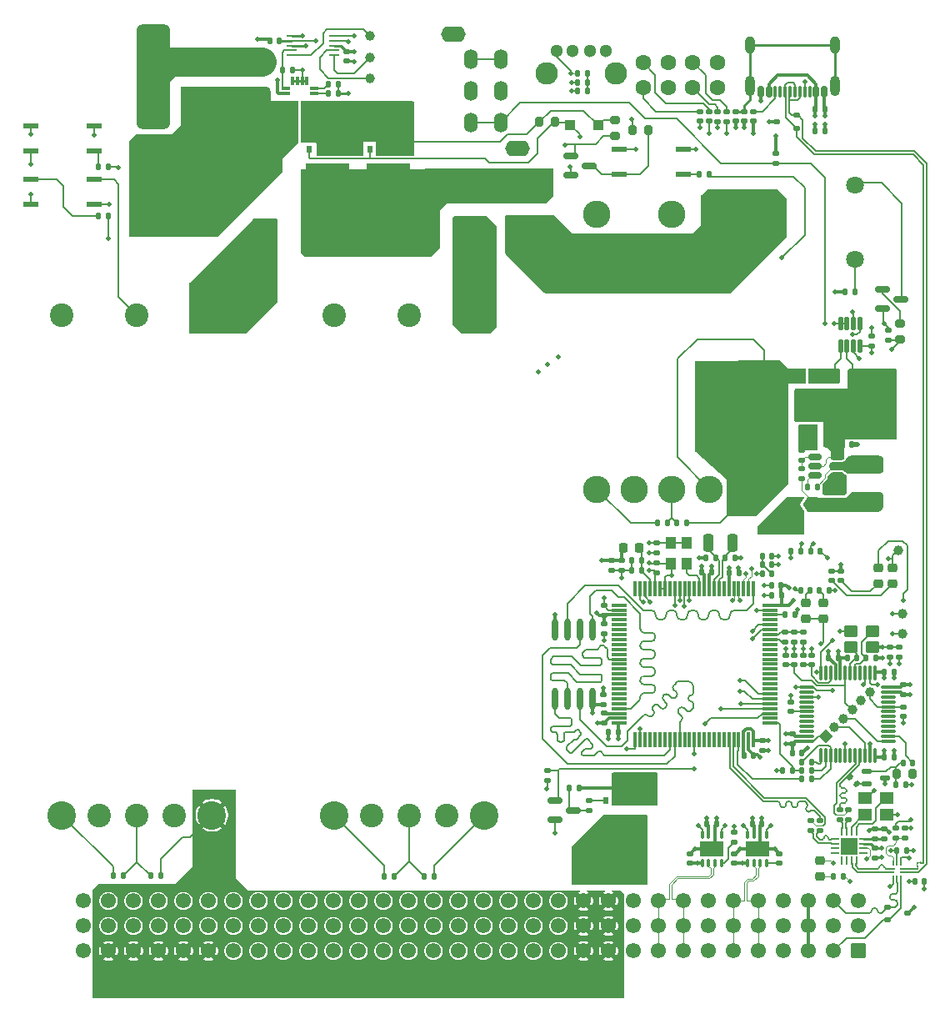
<source format=gbr>
%TF.GenerationSoftware,KiCad,Pcbnew,9.0.3*%
%TF.CreationDate,2025-10-01T00:39:15+02:00*%
%TF.ProjectId,PSU,5053552e-6b69-4636-9164-5f7063625858,0*%
%TF.SameCoordinates,Original*%
%TF.FileFunction,Copper,L1,Top*%
%TF.FilePolarity,Positive*%
%FSLAX46Y46*%
G04 Gerber Fmt 4.6, Leading zero omitted, Abs format (unit mm)*
G04 Created by KiCad (PCBNEW 9.0.3) date 2025-10-01 00:39:15*
%MOMM*%
%LPD*%
G01*
G04 APERTURE LIST*
G04 Aperture macros list*
%AMRoundRect*
0 Rectangle with rounded corners*
0 $1 Rounding radius*
0 $2 $3 $4 $5 $6 $7 $8 $9 X,Y pos of 4 corners*
0 Add a 4 corners polygon primitive as box body*
4,1,4,$2,$3,$4,$5,$6,$7,$8,$9,$2,$3,0*
0 Add four circle primitives for the rounded corners*
1,1,$1+$1,$2,$3*
1,1,$1+$1,$4,$5*
1,1,$1+$1,$6,$7*
1,1,$1+$1,$8,$9*
0 Add four rect primitives between the rounded corners*
20,1,$1+$1,$2,$3,$4,$5,0*
20,1,$1+$1,$4,$5,$6,$7,0*
20,1,$1+$1,$6,$7,$8,$9,0*
20,1,$1+$1,$8,$9,$2,$3,0*%
%AMRotRect*
0 Rectangle, with rotation*
0 The origin of the aperture is its center*
0 $1 length*
0 $2 width*
0 $3 Rotation angle, in degrees counterclockwise*
0 Add horizontal line*
21,1,$1,$2,0,0,$3*%
%AMFreePoly0*
4,1,6,1.000000,0.000000,0.500000,-0.750000,-0.500000,-0.750000,-0.500000,0.750000,0.500000,0.750000,1.000000,0.000000,1.000000,0.000000,$1*%
%AMFreePoly1*
4,1,6,0.500000,-0.750000,-0.650000,-0.750000,-0.150000,0.000000,-0.650000,0.750000,0.500000,0.750000,0.500000,-0.750000,0.500000,-0.750000,$1*%
%AMFreePoly2*
4,1,23,0.500000,-0.750000,0.000000,-0.750000,0.000000,-0.745722,-0.065263,-0.745722,-0.191342,-0.711940,-0.304381,-0.646677,-0.396677,-0.554381,-0.461940,-0.441342,-0.495722,-0.315263,-0.495722,-0.250000,-0.500000,-0.250000,-0.500000,0.250000,-0.495722,0.250000,-0.495722,0.315263,-0.461940,0.441342,-0.396677,0.554381,-0.304381,0.646677,-0.191342,0.711940,-0.065263,0.745722,0.000000,0.745722,
0.000000,0.750000,0.500000,0.750000,0.500000,-0.750000,0.500000,-0.750000,$1*%
%AMFreePoly3*
4,1,23,0.000000,0.745722,0.065263,0.745722,0.191342,0.711940,0.304381,0.646677,0.396677,0.554381,0.461940,0.441342,0.495722,0.315263,0.495722,0.250000,0.500000,0.250000,0.500000,-0.250000,0.495722,-0.250000,0.495722,-0.315263,0.461940,-0.441342,0.396677,-0.554381,0.304381,-0.646677,0.191342,-0.711940,0.065263,-0.745722,0.000000,-0.745722,0.000000,-0.750000,-0.500000,-0.750000,
-0.500000,0.750000,0.000000,0.750000,0.000000,0.745722,0.000000,0.745722,$1*%
G04 Aperture macros list end*
%TA.AperFunction,SMDPad,CuDef*%
%ADD10RoundRect,0.250001X-0.999999X0.499999X-0.999999X-0.499999X0.999999X-0.499999X0.999999X0.499999X0*%
%TD*%
%TA.AperFunction,SMDPad,CuDef*%
%ADD11C,1.000000*%
%TD*%
%TA.AperFunction,SMDPad,CuDef*%
%ADD12RoundRect,0.075000X-0.075000X0.725000X-0.075000X-0.725000X0.075000X-0.725000X0.075000X0.725000X0*%
%TD*%
%TA.AperFunction,SMDPad,CuDef*%
%ADD13RoundRect,0.075000X-0.725000X0.075000X-0.725000X-0.075000X0.725000X-0.075000X0.725000X0.075000X0*%
%TD*%
%TA.AperFunction,SMDPad,CuDef*%
%ADD14RoundRect,0.140000X-0.140000X-0.170000X0.140000X-0.170000X0.140000X0.170000X-0.140000X0.170000X0*%
%TD*%
%TA.AperFunction,SMDPad,CuDef*%
%ADD15RoundRect,0.150000X-0.590000X-0.150000X0.590000X-0.150000X0.590000X0.150000X-0.590000X0.150000X0*%
%TD*%
%TA.AperFunction,ComponentPad*%
%ADD16C,1.600000*%
%TD*%
%TA.AperFunction,SMDPad,CuDef*%
%ADD17RoundRect,0.140000X-0.170000X0.140000X-0.170000X-0.140000X0.170000X-0.140000X0.170000X0.140000X0*%
%TD*%
%TA.AperFunction,SMDPad,CuDef*%
%ADD18RoundRect,0.140000X0.140000X0.170000X-0.140000X0.170000X-0.140000X-0.170000X0.140000X-0.170000X0*%
%TD*%
%TA.AperFunction,SMDPad,CuDef*%
%ADD19RoundRect,0.140000X0.170000X-0.140000X0.170000X0.140000X-0.170000X0.140000X-0.170000X-0.140000X0*%
%TD*%
%TA.AperFunction,ComponentPad*%
%ADD20C,2.400000*%
%TD*%
%TA.AperFunction,ComponentPad*%
%ADD21C,2.910000*%
%TD*%
%TA.AperFunction,SMDPad,CuDef*%
%ADD22RoundRect,0.220000X0.255000X-0.220000X0.255000X0.220000X-0.255000X0.220000X-0.255000X-0.220000X0*%
%TD*%
%TA.AperFunction,SMDPad,CuDef*%
%ADD23RoundRect,0.137500X-0.662500X-0.137500X0.662500X-0.137500X0.662500X0.137500X-0.662500X0.137500X0*%
%TD*%
%TA.AperFunction,SMDPad,CuDef*%
%ADD24R,0.663000X0.225000*%
%TD*%
%TA.AperFunction,SMDPad,CuDef*%
%ADD25R,0.563000X0.225000*%
%TD*%
%TA.AperFunction,SMDPad,CuDef*%
%ADD26R,0.225000X0.563000*%
%TD*%
%TA.AperFunction,SMDPad,CuDef*%
%ADD27RoundRect,0.150000X0.512500X0.150000X-0.512500X0.150000X-0.512500X-0.150000X0.512500X-0.150000X0*%
%TD*%
%TA.AperFunction,SMDPad,CuDef*%
%ADD28RoundRect,0.125000X1.125000X1.375000X-1.125000X1.375000X-1.125000X-1.375000X1.125000X-1.375000X0*%
%TD*%
%TA.AperFunction,ComponentPad*%
%ADD29O,1.400000X2.000000*%
%TD*%
%TA.AperFunction,ComponentPad*%
%ADD30O,2.500000X1.600000*%
%TD*%
%TA.AperFunction,SMDPad,CuDef*%
%ADD31RoundRect,0.248780X-0.261220X-0.451220X0.261220X-0.451220X0.261220X0.451220X-0.261220X0.451220X0*%
%TD*%
%TA.AperFunction,SMDPad,CuDef*%
%ADD32RoundRect,0.200000X-0.200000X-0.275000X0.200000X-0.275000X0.200000X0.275000X-0.200000X0.275000X0*%
%TD*%
%TA.AperFunction,SMDPad,CuDef*%
%ADD33R,0.510000X0.760000*%
%TD*%
%TA.AperFunction,SMDPad,CuDef*%
%ADD34R,4.520000X3.970000*%
%TD*%
%TA.AperFunction,ComponentPad*%
%ADD35C,2.780000*%
%TD*%
%TA.AperFunction,SMDPad,CuDef*%
%ADD36RoundRect,0.220000X-0.255000X0.220000X-0.255000X-0.220000X0.255000X-0.220000X0.255000X0.220000X0*%
%TD*%
%TA.AperFunction,SMDPad,CuDef*%
%ADD37RoundRect,0.250000X0.650000X-1.000000X0.650000X1.000000X-0.650000X1.000000X-0.650000X-1.000000X0*%
%TD*%
%TA.AperFunction,SMDPad,CuDef*%
%ADD38RoundRect,0.250000X0.450000X0.350000X-0.450000X0.350000X-0.450000X-0.350000X0.450000X-0.350000X0*%
%TD*%
%TA.AperFunction,SMDPad,CuDef*%
%ADD39RoundRect,0.075000X-0.075000X0.662500X-0.075000X-0.662500X0.075000X-0.662500X0.075000X0.662500X0*%
%TD*%
%TA.AperFunction,SMDPad,CuDef*%
%ADD40RoundRect,0.075000X-0.662500X0.075000X-0.662500X-0.075000X0.662500X-0.075000X0.662500X0.075000X0*%
%TD*%
%TA.AperFunction,SMDPad,CuDef*%
%ADD41RoundRect,0.125000X-1.125000X-1.375000X1.125000X-1.375000X1.125000X1.375000X-1.125000X1.375000X0*%
%TD*%
%TA.AperFunction,SMDPad,CuDef*%
%ADD42RoundRect,0.250000X0.250000X-0.650000X0.250000X0.650000X-0.250000X0.650000X-0.250000X-0.650000X0*%
%TD*%
%TA.AperFunction,SMDPad,CuDef*%
%ADD43R,1.100000X1.300000*%
%TD*%
%TA.AperFunction,SMDPad,CuDef*%
%ADD44FreePoly0,180.000000*%
%TD*%
%TA.AperFunction,SMDPad,CuDef*%
%ADD45FreePoly1,180.000000*%
%TD*%
%TA.AperFunction,SMDPad,CuDef*%
%ADD46RoundRect,0.150000X0.150000X0.425000X-0.150000X0.425000X-0.150000X-0.425000X0.150000X-0.425000X0*%
%TD*%
%TA.AperFunction,SMDPad,CuDef*%
%ADD47RoundRect,0.075000X0.075000X0.500000X-0.075000X0.500000X-0.075000X-0.500000X0.075000X-0.500000X0*%
%TD*%
%TA.AperFunction,HeatsinkPad*%
%ADD48O,1.000000X2.100000*%
%TD*%
%TA.AperFunction,HeatsinkPad*%
%ADD49O,1.000000X1.800000*%
%TD*%
%TA.AperFunction,SMDPad,CuDef*%
%ADD50RoundRect,0.200000X-0.275000X0.200000X-0.275000X-0.200000X0.275000X-0.200000X0.275000X0.200000X0*%
%TD*%
%TA.AperFunction,SMDPad,CuDef*%
%ADD51RoundRect,0.112500X-0.237500X0.112500X-0.237500X-0.112500X0.237500X-0.112500X0.237500X0.112500X0*%
%TD*%
%TA.AperFunction,SMDPad,CuDef*%
%ADD52RoundRect,0.225000X0.225000X0.250000X-0.225000X0.250000X-0.225000X-0.250000X0.225000X-0.250000X0*%
%TD*%
%TA.AperFunction,ComponentPad*%
%ADD53RoundRect,0.249999X0.525001X0.525001X-0.525001X0.525001X-0.525001X-0.525001X0.525001X-0.525001X0*%
%TD*%
%TA.AperFunction,ComponentPad*%
%ADD54C,1.550000*%
%TD*%
%TA.AperFunction,SMDPad,CuDef*%
%ADD55RoundRect,0.137500X0.662500X0.137500X-0.662500X0.137500X-0.662500X-0.137500X0.662500X-0.137500X0*%
%TD*%
%TA.AperFunction,ComponentPad*%
%ADD56C,1.800000*%
%TD*%
%TA.AperFunction,ComponentPad*%
%ADD57RoundRect,0.495000X1.155000X-4.255000X1.155000X4.255000X-1.155000X4.255000X-1.155000X-4.255000X0*%
%TD*%
%TA.AperFunction,ComponentPad*%
%ADD58C,7.000000*%
%TD*%
%TA.AperFunction,ComponentPad*%
%ADD59RoundRect,0.505697X1.179959X-4.794303X1.179959X4.794303X-1.179959X4.794303X-1.179959X-4.794303X0*%
%TD*%
%TA.AperFunction,SMDPad,CuDef*%
%ADD60RoundRect,0.125000X1.375000X-1.125000X1.375000X1.125000X-1.375000X1.125000X-1.375000X-1.125000X0*%
%TD*%
%TA.AperFunction,SMDPad,CuDef*%
%ADD61RoundRect,0.225000X0.250000X-0.225000X0.250000X0.225000X-0.250000X0.225000X-0.250000X-0.225000X0*%
%TD*%
%TA.AperFunction,SMDPad,CuDef*%
%ADD62RoundRect,0.220000X0.220000X0.255000X-0.220000X0.255000X-0.220000X-0.255000X0.220000X-0.255000X0*%
%TD*%
%TA.AperFunction,SMDPad,CuDef*%
%ADD63RoundRect,0.250000X0.300000X0.300000X-0.300000X0.300000X-0.300000X-0.300000X0.300000X-0.300000X0*%
%TD*%
%TA.AperFunction,SMDPad,CuDef*%
%ADD64RoundRect,0.075000X-0.075000X0.350000X-0.075000X-0.350000X0.075000X-0.350000X0.075000X0.350000X0*%
%TD*%
%TA.AperFunction,HeatsinkPad*%
%ADD65R,2.400000X1.600000*%
%TD*%
%TA.AperFunction,ComponentPad*%
%ADD66C,1.300000*%
%TD*%
%TA.AperFunction,ComponentPad*%
%ADD67C,2.286000*%
%TD*%
%TA.AperFunction,SMDPad,CuDef*%
%ADD68RoundRect,0.140000X0.219203X0.021213X0.021213X0.219203X-0.219203X-0.021213X-0.021213X-0.219203X0*%
%TD*%
%TA.AperFunction,SMDPad,CuDef*%
%ADD69R,0.800000X1.070000*%
%TD*%
%TA.AperFunction,SMDPad,CuDef*%
%ADD70RotRect,0.282800X0.282800X135.000000*%
%TD*%
%TA.AperFunction,SMDPad,CuDef*%
%ADD71R,0.600000X0.200000*%
%TD*%
%TA.AperFunction,SMDPad,CuDef*%
%ADD72R,0.850000X0.300000*%
%TD*%
%TA.AperFunction,SMDPad,CuDef*%
%ADD73R,0.300000X0.850000*%
%TD*%
%TA.AperFunction,SMDPad,CuDef*%
%ADD74R,1.400000X1.200000*%
%TD*%
%TA.AperFunction,SMDPad,CuDef*%
%ADD75FreePoly2,0.000000*%
%TD*%
%TA.AperFunction,SMDPad,CuDef*%
%ADD76FreePoly3,0.000000*%
%TD*%
%TA.AperFunction,SMDPad,CuDef*%
%ADD77RoundRect,0.125000X0.125000X-0.537500X0.125000X0.537500X-0.125000X0.537500X-0.125000X-0.537500X0*%
%TD*%
%TA.AperFunction,SMDPad,CuDef*%
%ADD78RoundRect,0.062500X-0.062500X0.350000X-0.062500X-0.350000X0.062500X-0.350000X0.062500X0.350000X0*%
%TD*%
%TA.AperFunction,SMDPad,CuDef*%
%ADD79RoundRect,0.062500X-0.350000X0.062500X-0.350000X-0.062500X0.350000X-0.062500X0.350000X0.062500X0*%
%TD*%
%TA.AperFunction,HeatsinkPad*%
%ADD80R,1.700000X1.700000*%
%TD*%
%TA.AperFunction,SMDPad,CuDef*%
%ADD81RoundRect,0.112500X0.237500X-0.112500X0.237500X0.112500X-0.237500X0.112500X-0.237500X-0.112500X0*%
%TD*%
%TA.AperFunction,SMDPad,CuDef*%
%ADD82O,0.630000X2.250000*%
%TD*%
%TA.AperFunction,SMDPad,CuDef*%
%ADD83R,1.100000X0.250000*%
%TD*%
%TA.AperFunction,SMDPad,CuDef*%
%ADD84RoundRect,0.200000X0.275000X-0.200000X0.275000X0.200000X-0.275000X0.200000X-0.275000X-0.200000X0*%
%TD*%
%TA.AperFunction,SMDPad,CuDef*%
%ADD85RoundRect,0.125000X0.345000X0.125000X-0.345000X0.125000X-0.345000X-0.125000X0.345000X-0.125000X0*%
%TD*%
%TA.AperFunction,ComponentPad*%
%ADD86RotRect,1.000000X1.000000X315.000000*%
%TD*%
%TA.AperFunction,ComponentPad*%
%ADD87C,1.000000*%
%TD*%
%TA.AperFunction,ViaPad*%
%ADD88C,0.500000*%
%TD*%
%TA.AperFunction,Conductor*%
%ADD89C,0.250000*%
%TD*%
%TA.AperFunction,Conductor*%
%ADD90C,0.300000*%
%TD*%
%TA.AperFunction,Conductor*%
%ADD91C,0.200000*%
%TD*%
%TA.AperFunction,Conductor*%
%ADD92C,0.150000*%
%TD*%
%TA.AperFunction,Conductor*%
%ADD93C,0.500000*%
%TD*%
%TA.AperFunction,Conductor*%
%ADD94C,3.000000*%
%TD*%
%TA.AperFunction,Conductor*%
%ADD95C,0.100000*%
%TD*%
%TA.AperFunction,Conductor*%
%ADD96C,0.180000*%
%TD*%
%TA.AperFunction,Conductor*%
%ADD97C,0.120000*%
%TD*%
G04 APERTURE END LIST*
D10*
%TO.P,L301,1,1*%
%TO.N,/Power/SW_3V3*%
X90530136Y54703492D03*
%TO.P,L301,2,2*%
%TO.N,/Power/+3V3_UNPROTEC*%
X90530136Y51003492D03*
%TD*%
D11*
%TO.P,TP302,1,1*%
%TO.N,+3V3*%
X93380000Y45960001D03*
%TD*%
D12*
%TO.P,U405,1,PE2*%
%TO.N,/MCU/QSPI1.IO2*%
X78705000Y42110001D03*
%TO.P,U405,2,PE3*%
%TO.N,/MCU/USER_LED_1*%
X78205000Y42110001D03*
%TO.P,U405,3,PE4*%
%TO.N,/MCU/USER_LED_2*%
X77705000Y42110001D03*
%TO.P,U405,4,PE5*%
%TO.N,/MCU/STATUS_LED*%
X77205000Y42110001D03*
%TO.P,U405,5,PE6*%
%TO.N,/MCU/USR_BUTTON*%
X76705000Y42110001D03*
%TO.P,U405,6,VBAT*%
%TO.N,+3V3*%
X76205000Y42110001D03*
%TO.P,U405,7,PC13*%
%TO.N,unconnected-(U405-PC13-Pad7)*%
X75705000Y42110001D03*
%TO.P,U405,8,PC14*%
%TO.N,/MCU/OSC32_IN*%
X75205000Y42110001D03*
%TO.P,U405,9,PC15*%
%TO.N,/MCU/OSC32_OUT*%
X74705000Y42110001D03*
%TO.P,U405,10,VSS*%
%TO.N,GND*%
X74205000Y42110001D03*
%TO.P,U405,11,VDD*%
%TO.N,+3V3*%
X73705000Y42110001D03*
%TO.P,U405,12,PH0*%
%TO.N,/MCU/OSC_IN*%
X73205000Y42110001D03*
%TO.P,U405,13,PH1*%
%TO.N,unconnected-(U405-PH1-Pad13)*%
X72705000Y42110001D03*
%TO.P,U405,14,NRST*%
%TO.N,/MCU/SWD.~{RST}*%
X72205000Y42110001D03*
%TO.P,U405,15,PC0*%
%TO.N,/Battery connector/MASTER_ON*%
X71705000Y42110001D03*
%TO.P,U405,16,PC1*%
%TO.N,/Battery connector/ADS115{slash}RDY*%
X71205000Y42110001D03*
%TO.P,U405,17,PC2*%
%TO.N,/MCU/Buzzer*%
X70705000Y42110001D03*
%TO.P,U405,18,PC3*%
%TO.N,unconnected-(U405-PC3-Pad18)*%
X70205000Y42110001D03*
%TO.P,U405,19,VSSA*%
%TO.N,GND*%
X69705000Y42110001D03*
%TO.P,U405,20,VREF-*%
X69205000Y42110001D03*
%TO.P,U405,21,VREF+*%
%TO.N,+3V3*%
X68705000Y42110001D03*
%TO.P,U405,22,VDDA*%
%TO.N,/MCU/VDDA*%
X68205000Y42110001D03*
%TO.P,U405,23,PA0*%
%TO.N,/MCU/STLINK.RX*%
X67705000Y42110001D03*
%TO.P,U405,24,PA1*%
%TO.N,/MCU/STLINK.TX*%
X67205000Y42110001D03*
%TO.P,U405,25,PA2*%
%TO.N,unconnected-(U405-PA2-Pad25)*%
X66705000Y42110001D03*
D13*
%TO.P,U405,26,PA3*%
%TO.N,unconnected-(U405-PA3-Pad26)*%
X65030000Y40435001D03*
%TO.P,U405,27,VSS*%
%TO.N,GND*%
X65030000Y39935001D03*
%TO.P,U405,28,VDD*%
%TO.N,+3V3*%
X65030000Y39435001D03*
%TO.P,U405,29,PA4*%
%TO.N,unconnected-(U405-PA4-Pad29)*%
X65030000Y38935001D03*
%TO.P,U405,30,PA5*%
%TO.N,unconnected-(U405-PA5-Pad30)*%
X65030000Y38435001D03*
%TO.P,U405,31,PA6*%
%TO.N,unconnected-(U405-PA6-Pad31)*%
X65030000Y37935001D03*
%TO.P,U405,32,PA7*%
%TO.N,unconnected-(U405-PA7-Pad32)*%
X65030000Y37435001D03*
%TO.P,U405,33,PC4*%
%TO.N,unconnected-(U405-PC4-Pad33)*%
X65030000Y36935001D03*
%TO.P,U405,34,PC5*%
%TO.N,unconnected-(U405-PC5-Pad34)*%
X65030000Y36435001D03*
%TO.P,U405,35,PB0*%
%TO.N,unconnected-(U405-PB0-Pad35)*%
X65030000Y35935001D03*
%TO.P,U405,36,PB1*%
%TO.N,unconnected-(U405-PB1-Pad36)*%
X65030000Y35435001D03*
%TO.P,U405,37,PB2*%
%TO.N,/MCU/QSPI1.SCLK*%
X65030000Y34935001D03*
%TO.P,U405,38,PE7*%
%TO.N,unconnected-(U405-PE7-Pad38)*%
X65030000Y34435001D03*
%TO.P,U405,39,PE8*%
%TO.N,unconnected-(U405-PE8-Pad39)*%
X65030000Y33935001D03*
%TO.P,U405,40,PE9*%
%TO.N,unconnected-(U405-PE9-Pad40)*%
X65030000Y33435001D03*
%TO.P,U405,41,PE10*%
%TO.N,unconnected-(U405-PE10-Pad41)*%
X65030000Y32935001D03*
%TO.P,U405,42,PE11*%
%TO.N,unconnected-(U405-PE11-Pad42)*%
X65030000Y32435001D03*
%TO.P,U405,43,PE12*%
%TO.N,unconnected-(U405-PE12-Pad43)*%
X65030000Y31935001D03*
%TO.P,U405,44,PE13*%
%TO.N,unconnected-(U405-PE13-Pad44)*%
X65030000Y31435001D03*
%TO.P,U405,45,PE14*%
%TO.N,unconnected-(U405-PE14-Pad45)*%
X65030000Y30935001D03*
%TO.P,U405,46,PE15*%
%TO.N,unconnected-(U405-PE15-Pad46)*%
X65030000Y30435001D03*
%TO.P,U405,47,PB10*%
%TO.N,/MCU/QSPI1.CS*%
X65030000Y29935001D03*
%TO.P,U405,48,VCAP*%
%TO.N,/MCU/VCAP_1*%
X65030000Y29435001D03*
%TO.P,U405,49,VSS*%
%TO.N,GND*%
X65030000Y28935001D03*
%TO.P,U405,50,VDD*%
%TO.N,+3V3*%
X65030000Y28435001D03*
D12*
%TO.P,U405,51,PB12*%
%TO.N,/CAN transceiver 2/CAN.RX*%
X66705000Y26760001D03*
%TO.P,U405,52,PB13*%
%TO.N,/CAN transceiver 2/CAN.TX*%
X67205000Y26760001D03*
%TO.P,U405,53,PB14*%
%TO.N,unconnected-(U405-PB14-Pad53)*%
X67705000Y26760001D03*
%TO.P,U405,54,PB15*%
%TO.N,unconnected-(U405-PB15-Pad54)*%
X68205000Y26760001D03*
%TO.P,U405,55,PD8*%
%TO.N,unconnected-(U405-PD8-Pad55)*%
X68705000Y26760001D03*
%TO.P,U405,56,PD9*%
%TO.N,unconnected-(U405-PD9-Pad56)*%
X69205000Y26760001D03*
%TO.P,U405,57,PD10*%
%TO.N,unconnected-(U405-PD10-Pad57)*%
X69705000Y26760001D03*
%TO.P,U405,58,PD11*%
%TO.N,/MCU/QSPI1.IO0*%
X70205000Y26760001D03*
%TO.P,U405,59,PD12*%
%TO.N,/MCU/QSPI1.IO1*%
X70705000Y26760001D03*
%TO.P,U405,60,PD13*%
%TO.N,/MCU/QSPI1.IO3*%
X71205000Y26760001D03*
%TO.P,U405,61,PD14*%
%TO.N,unconnected-(U405-PD14-Pad61)*%
X71705000Y26760001D03*
%TO.P,U405,62,PD15*%
%TO.N,unconnected-(U405-PD15-Pad62)*%
X72205000Y26760001D03*
%TO.P,U405,63,PC6*%
%TO.N,/MCU/Power_Button_IN*%
X72705000Y26760001D03*
%TO.P,U405,64,PC7*%
%TO.N,unconnected-(U405-PC7-Pad64)*%
X73205000Y26760001D03*
%TO.P,U405,65,PC8*%
%TO.N,unconnected-(U405-PC8-Pad65)*%
X73705000Y26760001D03*
%TO.P,U405,66,PC9*%
%TO.N,unconnected-(U405-PC9-Pad66)*%
X74205000Y26760001D03*
%TO.P,U405,67,PA8*%
%TO.N,unconnected-(U405-PA8-Pad67)*%
X74705000Y26760001D03*
%TO.P,U405,68,PA9*%
%TO.N,unconnected-(U405-PA9-Pad68)*%
X75205000Y26760001D03*
%TO.P,U405,69,PA10*%
%TO.N,unconnected-(U405-PA10-Pad69)*%
X75705000Y26760001D03*
%TO.P,U405,70,PA11*%
%TO.N,/MCU/USB_MCU.D-*%
X76205000Y26760001D03*
%TO.P,U405,71,PA12*%
%TO.N,/MCU/USB_MCU.D+*%
X76705000Y26760001D03*
%TO.P,U405,72,PA13(JTMS*%
%TO.N,/MCU/SWD.SWDIO*%
X77205000Y26760001D03*
%TO.P,U405,73,VDDUSB*%
%TO.N,+3V3*%
X77705000Y26760001D03*
%TO.P,U405,74,VSS*%
%TO.N,GND*%
X78205000Y26760001D03*
%TO.P,U405,75,VDD*%
%TO.N,+3V3*%
X78705000Y26760001D03*
D13*
%TO.P,U405,76,PA14(JTCK*%
%TO.N,/MCU/SWD.SWCLK*%
X80380000Y28435001D03*
%TO.P,U405,77,PA15(JTDI)*%
%TO.N,unconnected-(U405-PA15(JTDI)-Pad77)*%
X80380000Y28935001D03*
%TO.P,U405,78,PC10*%
%TO.N,/12V conveter + sensor/ON-OFF0*%
X80380000Y29435001D03*
%TO.P,U405,79,PC11*%
%TO.N,/12V conveter + sensor/ON-OFF1*%
X80380000Y29935001D03*
%TO.P,U405,80,PC12*%
%TO.N,/12V conveter + sensor/ON-OFF2*%
X80380000Y30435001D03*
%TO.P,U405,81,PD0*%
%TO.N,/CAN transceiver 1/CAN.RX*%
X80380000Y30935001D03*
%TO.P,U405,82,PD1*%
%TO.N,/CAN transceiver 1/CAN.TX*%
X80380000Y31435001D03*
%TO.P,U405,83,PD2*%
%TO.N,unconnected-(U405-PD2-Pad83)*%
X80380000Y31935001D03*
%TO.P,U405,84,PD3*%
%TO.N,unconnected-(U405-PD3-Pad84)*%
X80380000Y32435001D03*
%TO.P,U405,85,PD4*%
%TO.N,unconnected-(U405-PD4-Pad85)*%
X80380000Y32935001D03*
%TO.P,U405,86,PD5*%
%TO.N,unconnected-(U405-PD5-Pad86)*%
X80380000Y33435001D03*
%TO.P,U405,87,PD6*%
%TO.N,unconnected-(U405-PD6-Pad87)*%
X80380000Y33935001D03*
%TO.P,U405,88,PD7*%
%TO.N,unconnected-(U405-PD7-Pad88)*%
X80380000Y34435001D03*
%TO.P,U405,89,PB3(JTDO*%
%TO.N,unconnected-(U405-PB3(JTDO-Pad89)*%
X80380000Y34935001D03*
%TO.P,U405,90,PB4(NJTRST)*%
%TO.N,unconnected-(U405-PB4(NJTRST)-Pad90)*%
X80380000Y35435001D03*
%TO.P,U405,91,PB5*%
%TO.N,unconnected-(U405-PB5-Pad91)*%
X80380000Y35935001D03*
%TO.P,U405,92,PB6*%
%TO.N,unconnected-(U405-PB6-Pad92)*%
X80380000Y36435001D03*
%TO.P,U405,93,PB7*%
%TO.N,/MCU/BOOT_EN*%
X80380000Y36935001D03*
%TO.P,U405,94,BOOT0*%
%TO.N,/MCU/BOOT0*%
X80380000Y37435001D03*
%TO.P,U405,95,PB8*%
%TO.N,/5V converter + sensor/I2C.SCL*%
X80380000Y37935001D03*
%TO.P,U405,96,PB9*%
%TO.N,/5V converter + sensor/I2C.SDA*%
X80380000Y38435001D03*
%TO.P,U405,97,PE0*%
%TO.N,unconnected-(U405-PE0-Pad97)*%
X80380000Y38935001D03*
%TO.P,U405,98,VCAP*%
%TO.N,/MCU/VCAP_2*%
X80380000Y39435001D03*
%TO.P,U405,99,VSS*%
%TO.N,GND*%
X80380000Y39935001D03*
%TO.P,U405,100,VDD*%
%TO.N,+3V3*%
X80380000Y40435001D03*
%TD*%
D11*
%TO.P,TP401,1,1*%
%TO.N,Net-(U404-AIN2)*%
X39725000Y96056250D03*
%TD*%
D14*
%TO.P,R434,1*%
%TO.N,+3V3*%
X60858400Y92600000D03*
%TO.P,R434,2*%
%TO.N,/MCU/USR_BTN*%
X61858400Y92600000D03*
%TD*%
D15*
%TO.P,Q405,1,B*%
%TO.N,Net-(Q405-B)*%
X60120000Y86000000D03*
%TO.P,Q405,2,E*%
%TO.N,GND*%
X60120000Y84100000D03*
%TO.P,Q405,3,C*%
%TO.N,Net-(Q405-C)*%
X62000000Y85050000D03*
%TD*%
D16*
%TO.P,LED300,1*%
%TO.N,Net-(LED300-Pad1)*%
X67493600Y95500001D03*
%TO.P,LED300,2*%
%TO.N,GND*%
X70033600Y95500001D03*
%TO.P,LED300,3*%
%TO.N,Net-(LED300-Pad3)*%
X67493600Y92960001D03*
%TO.P,LED300,4*%
%TO.N,GND*%
X70033600Y92960001D03*
%TD*%
D17*
%TO.P,C432,1*%
%TO.N,+3V3*%
X68834000Y46728000D03*
%TO.P,C432,2*%
%TO.N,GND*%
X68834000Y45728000D03*
%TD*%
D14*
%TO.P,R420,1*%
%TO.N,/5V converter + sensor/TRIM*%
X70930000Y48800000D03*
%TO.P,R420,2*%
%TO.N,/5V converter + sensor/PreJumper*%
X71930000Y48800000D03*
%TD*%
D17*
%TO.P,R903,1*%
%TO.N,/ST-LINK/ST-LINK.D+*%
X87480000Y19660001D03*
%TO.P,R903,2*%
%TO.N,/USB-hub/USBOUT1_R.D+*%
X87480000Y18660001D03*
%TD*%
D18*
%TO.P,R308,1*%
%TO.N,Net-(U302-PGANG)*%
X87830000Y12910001D03*
%TO.P,R308,2*%
%TO.N,Net-(D301-Pad1)*%
X86830000Y12910001D03*
%TD*%
D17*
%TO.P,R429,1*%
%TO.N,/12V conveter + sensor/ON-OFF0*%
X57750000Y23650000D03*
%TO.P,R429,2*%
%TO.N,GND*%
X57750000Y22650000D03*
%TD*%
D18*
%TO.P,C428,1*%
%TO.N,GND*%
X31849999Y94800000D03*
%TO.P,C428,2*%
%TO.N,/Battery connector/VIOUT*%
X30850001Y94800000D03*
%TD*%
D19*
%TO.P,C402,1*%
%TO.N,+3V3*%
X63500000Y39378000D03*
%TO.P,C402,2*%
%TO.N,GND*%
X63500000Y40378000D03*
%TD*%
%TO.P,C501,1*%
%TO.N,+3V3*%
X76775000Y14200000D03*
%TO.P,C501,2*%
%TO.N,GND*%
X76775000Y15200000D03*
%TD*%
D14*
%TO.P,R716,1*%
%TO.N,/MCU/SWD.SWDIO*%
X83630000Y22760001D03*
%TO.P,R716,2*%
%TO.N,Net-(U700-PB14)*%
X84630000Y22760001D03*
%TD*%
D19*
%TO.P,R306,1*%
%TO.N,/Power/+3V3_UNPROTEC*%
X83580136Y53253492D03*
%TO.P,R306,2*%
%TO.N,/Power/FB_3V3*%
X83580136Y54253492D03*
%TD*%
D11*
%TO.P,TP400,1,1*%
%TO.N,Net-(U404-AIN1)*%
X39725000Y98212500D03*
%TD*%
D20*
%TO.P,IC402,1,Vin(+)*%
%TO.N,/12V conveter + sensor/FUSE*%
X23680000Y69900000D03*
%TO.P,IC402,2,ON/OFF*%
%TO.N,/12V conveter + sensor/ON{slash}OFF*%
X16060000Y69900000D03*
%TO.P,IC402,3,Vin(-)*%
%TO.N,GND*%
X8440000Y69900000D03*
D21*
%TO.P,IC402,4,Vout(-)*%
X8440000Y19100000D03*
D20*
%TO.P,IC402,5,SENSE(-)*%
X12250000Y19100000D03*
%TO.P,IC402,6,TRIM*%
%TO.N,/12V conveter + sensor/TRIM*%
X16060000Y19100000D03*
%TO.P,IC402,7,SENSE(+)*%
%TO.N,+12V*%
X19870000Y19100000D03*
D21*
%TO.P,IC402,8,Vout(+)*%
X23680000Y19100000D03*
%TD*%
D22*
%TO.P,D301,1*%
%TO.N,Net-(D301-Pad1)*%
X85480000Y12920001D03*
%TO.P,D301,2*%
%TO.N,+5V*%
X85480000Y14500001D03*
%TD*%
D23*
%TO.P,IC400,1*%
%TO.N,Net-(IC400-Pad1)*%
X5250000Y83670000D03*
%TO.P,IC400,3*%
%TO.N,GND*%
X5250000Y81130000D03*
%TO.P,IC400,4*%
X11750000Y81130000D03*
%TO.P,IC400,6*%
%TO.N,/12V conveter + sensor/ON{slash}OFF*%
X11750000Y83670000D03*
%TD*%
D19*
%TO.P,C601,1*%
%TO.N,+3V3*%
X72225000Y14200000D03*
%TO.P,C601,2*%
%TO.N,GND*%
X72225000Y15200000D03*
%TD*%
%TO.P,R600,1*%
%TO.N,Net-(U600-STB)*%
X76775000Y16350000D03*
%TO.P,R600,2*%
%TO.N,GND*%
X76775000Y17350000D03*
%TD*%
D14*
%TO.P,R801,1*%
%TO.N,/USB/CC1*%
X84980000Y88610001D03*
%TO.P,R801,2*%
%TO.N,GND*%
X85980000Y88610001D03*
%TD*%
D18*
%TO.P,C600,1*%
%TO.N,GND*%
X74975000Y18250000D03*
%TO.P,C600,2*%
%TO.N,+5V*%
X73975000Y18250000D03*
%TD*%
D14*
%TO.P,R410,1*%
%TO.N,+3V3*%
X29550000Y97750000D03*
%TO.P,R410,2*%
%TO.N,/Battery connector/ADS115{slash}RDY*%
X30550000Y97750000D03*
%TD*%
D24*
%TO.P,U801,1,D+*%
%TO.N,/USB-hub/USBIN1.D+*%
X92761500Y13685001D03*
D25*
%TO.P,U801,2,D-*%
%TO.N,/USB-hub/USBIN1.D-*%
X92711500Y13285001D03*
D26*
%TO.P,U801,3,GND*%
%TO.N,GND*%
X92880000Y12716501D03*
%TO.P,U801,4,HSD1-*%
%TO.N,/Backplane/BACKPLANE.D-*%
X93280000Y12716501D03*
%TO.P,U801,5,HSD1+*%
%TO.N,/Backplane/BACKPLANE.D+*%
X93680000Y12716501D03*
D25*
%TO.P,U801,6,HSD2-*%
%TO.N,/USB/USB2S.D-*%
X93848500Y13285001D03*
%TO.P,U801,7,HSD2+*%
%TO.N,/USB/USB2S.D+*%
X93848500Y13685001D03*
D26*
%TO.P,U801,8,~{OE}*%
%TO.N,Net-(U801-~{OE})*%
X93680000Y14253501D03*
%TO.P,U801,9,VCC*%
%TO.N,+3V3*%
X93280000Y14253501D03*
%TO.P,U801,10,SEL*%
%TO.N,Net-(U801-SEL)*%
X92880000Y14253501D03*
%TD*%
D11*
%TO.P,TP701,1,1*%
%TO.N,/MCU/STLINK.RX*%
X93880000Y37560001D03*
%TD*%
D19*
%TO.P,R437,1*%
%TO.N,/MCU/BOOT_EN*%
X81900000Y36685001D03*
%TO.P,R437,2*%
%TO.N,/MCU/BOOT0*%
X81900000Y37685001D03*
%TD*%
D18*
%TO.P,C422,1*%
%TO.N,+3V3*%
X81518000Y42418000D03*
%TO.P,C422,2*%
%TO.N,GND*%
X80518000Y42418000D03*
%TD*%
D19*
%TO.P,R442,1*%
%TO.N,/MCU/USER_LED_1*%
X74180000Y89560001D03*
%TO.P,R442,2*%
%TO.N,Net-(LED300-Pad1)*%
X74180000Y90560001D03*
%TD*%
D27*
%TO.P,U301,1,GND*%
%TO.N,GND*%
X87238356Y53600000D03*
%TO.P,U301,2,SW*%
%TO.N,/Power/SW_3V3*%
X87238356Y54550000D03*
%TO.P,U301,3,VIN*%
%TO.N,+5V*%
X87238356Y55500000D03*
%TO.P,U301,4,VFB*%
%TO.N,/Power/FB_3V3*%
X84963356Y55500000D03*
%TO.P,U301,5,EN*%
%TO.N,+5V*%
X84963356Y54550000D03*
%TO.P,U301,6,VBST*%
%TO.N,/Power/VBST_3V3*%
X84963356Y53600000D03*
%TD*%
D18*
%TO.P,C500,1*%
%TO.N,GND*%
X79575000Y18250000D03*
%TO.P,C500,2*%
%TO.N,+5V*%
X78575000Y18250000D03*
%TD*%
D17*
%TO.P,R902,1*%
%TO.N,/ST-LINK/ST-LINK.D-*%
X88380000Y19660001D03*
%TO.P,R902,2*%
%TO.N,/USB-hub/USBOUT1_R.D-*%
X88380000Y18660001D03*
%TD*%
%TO.P,C410,1*%
%TO.N,/MCU/BOOT0*%
X83770000Y37670000D03*
%TO.P,C410,2*%
%TO.N,GND*%
X83770000Y36670000D03*
%TD*%
D28*
%TO.P,F403,1*%
%TO.N,/??V converter + sensor/FUSE*%
X50500000Y78200000D03*
%TO.P,F403,2*%
%TO.N,/12V conveter + sensor/BATTERY*%
X45000000Y78200000D03*
%TD*%
D18*
%TO.P,C424,1*%
%TO.N,/MCU/VDDA*%
X67310000Y43942000D03*
%TO.P,C424,2*%
%TO.N,GND*%
X66310000Y43942000D03*
%TD*%
D17*
%TO.P,R700,1*%
%TO.N,+3V3*%
X81955000Y35360001D03*
%TO.P,R700,2*%
%TO.N,/ST-LINK/STLINK-RST*%
X81955000Y34360001D03*
%TD*%
D29*
%TO.P,SW401,1,NO*%
%TO.N,/MCU/Power_Button_IN*%
X50000000Y89437500D03*
%TO.P,SW401,2,COM*%
%TO.N,GND*%
X50000000Y92637500D03*
%TO.P,SW401,3,NC*%
%TO.N,Net-(Q405-B)*%
X50000000Y95837500D03*
%TO.P,SW401,4,NO*%
%TO.N,/MCU/Power_Button_IN*%
X53000000Y89437500D03*
%TO.P,SW401,5,COM*%
%TO.N,GND*%
X53000000Y92637500D03*
%TO.P,SW401,6,NC*%
%TO.N,Net-(Q405-B)*%
X53000000Y95837500D03*
D30*
%TO.P,SW401,7,SHLD*%
%TO.N,GND*%
X54750000Y86837500D03*
%TO.P,SW401,8,SHLD*%
X48250000Y98437500D03*
%TD*%
D31*
%TO.P,R419,1*%
%TO.N,/5V converter + sensor/Pawe\u0142Jumper*%
X86970000Y63710000D03*
%TO.P,R419,2*%
%TO.N,+5V*%
X88790000Y63710000D03*
%TD*%
D20*
%TO.P,IC405,1,Vin(+)*%
%TO.N,/??V converter + sensor/FUSE*%
X51365000Y69905000D03*
%TO.P,IC405,2,ON/OFF*%
%TO.N,/??V converter + sensor/ON{slash}OFF*%
X43745000Y69905000D03*
%TO.P,IC405,3,Vin(-)*%
%TO.N,GND*%
X36125000Y69905000D03*
D21*
%TO.P,IC405,4,Vout(-)*%
X36125000Y19105000D03*
D20*
%TO.P,IC405,5,SENSE(-)*%
X39935000Y19105000D03*
%TO.P,IC405,6,TRIM*%
%TO.N,/??V converter + sensor/TRIM*%
X43745000Y19105000D03*
%TO.P,IC405,7,SENSE(+)*%
%TO.N,+24V*%
X47555000Y19105000D03*
D21*
%TO.P,IC405,8,Vout(+)*%
X51365000Y19105000D03*
%TD*%
D19*
%TO.P,R401,1*%
%TO.N,/MCU/Power_Button_IN*%
X81000000Y85300000D03*
%TO.P,R401,2*%
%TO.N,+3V3*%
X81000000Y86300000D03*
%TD*%
D32*
%TO.P,R415,1*%
%TO.N,Net-(D403-K)*%
X56930000Y89500000D03*
%TO.P,R415,2*%
%TO.N,Net-(D403-A)*%
X58570000Y89500000D03*
%TD*%
D33*
%TO.P,Q403,1*%
%TO.N,+5V*%
X67555000Y20575000D03*
%TO.P,Q403,2*%
X66285000Y20575000D03*
%TO.P,Q403,3*%
X65015000Y20575000D03*
%TO.P,Q403,4*%
%TO.N,Net-(Q403-Pad4)*%
X63745000Y20575000D03*
%TO.P,Q403,5*%
%TO.N,+5V_STDBY*%
X63745000Y15085000D03*
%TO.P,Q403,6*%
X65015000Y15085000D03*
%TO.P,Q403,7*%
X66285000Y15085000D03*
%TO.P,Q403,8*%
X67555000Y15085000D03*
D34*
%TO.P,Q403,9*%
X65650000Y17190000D03*
%TD*%
D11*
%TO.P,TP402,1,1*%
%TO.N,Net-(U404-AIN3)*%
X39725000Y93900000D03*
%TD*%
D35*
%TO.P,IC406,1,Vin(+)*%
%TO.N,/5V converter + sensor/BATTERY_FUSED*%
X78040000Y80140000D03*
%TO.P,IC406,2,ON/OFF*%
%TO.N,GND*%
X70420000Y80140000D03*
%TO.P,IC406,3,Vin(-)*%
X62800000Y80140000D03*
%TO.P,IC406,4,Vout(-)*%
X62800000Y52200000D03*
%TO.P,IC406,5,SENSE(-)*%
X66610000Y52200000D03*
%TO.P,IC406,6,TRIM*%
%TO.N,/5V converter + sensor/TRIM*%
X70420000Y52200000D03*
%TO.P,IC406,7,SENSE(+)*%
%TO.N,/5V converter + sensor/PreJumper*%
X74230000Y52200000D03*
%TO.P,IC406,8,Vout(+)*%
X78040000Y52200000D03*
%TD*%
D19*
%TO.P,R411,1*%
%TO.N,Net-(D401-Pad1)*%
X87580000Y42910001D03*
%TO.P,R411,2*%
%TO.N,GND*%
X87580000Y43910001D03*
%TD*%
D14*
%TO.P,R413,1*%
%TO.N,Net-(IC400-Pad1)*%
X12150000Y79950000D03*
%TO.P,R413,2*%
%TO.N,/12V conveter + sensor/ON-OFF1*%
X13150000Y79950000D03*
%TD*%
D19*
%TO.P,R440,1*%
%TO.N,+3V3*%
X75080000Y89550000D03*
%TO.P,R440,2*%
%TO.N,Net-(LED301-Pad3)*%
X75080000Y90550000D03*
%TD*%
D36*
%TO.P,D701,1*%
%TO.N,Net-(D701-Pad1)*%
X85805000Y40625001D03*
%TO.P,D701,2*%
%TO.N,/ST-LINK/LED*%
X85805000Y39045001D03*
%TD*%
D14*
%TO.P,R423,1*%
%TO.N,+3V3*%
X82500000Y45925000D03*
%TO.P,R423,2*%
%TO.N,/5V converter + sensor/I2C.SDA*%
X83500000Y45925000D03*
%TD*%
D37*
%TO.P,D404,1*%
%TO.N,Net-(IC403-IP+)*%
X28700000Y91600000D03*
%TO.P,D404,2*%
%TO.N,GND*%
X28700000Y95600000D03*
%TD*%
D19*
%TO.P,R441,1*%
%TO.N,/MCU/STATUS_LED*%
X75970000Y89550000D03*
%TO.P,R441,2*%
%TO.N,Net-(LED301-Pad1)*%
X75970000Y90550000D03*
%TD*%
D14*
%TO.P,C420,1*%
%TO.N,+3V3*%
X76208000Y43688000D03*
%TO.P,C420,2*%
%TO.N,GND*%
X77208000Y43688000D03*
%TD*%
D17*
%TO.P,R701,1*%
%TO.N,+3V3*%
X84630000Y35360001D03*
%TO.P,R701,2*%
%TO.N,Net-(U700-PA0)*%
X84630000Y34360001D03*
%TD*%
D22*
%TO.P,D402,1*%
%TO.N,Net-(D402-Pad1)*%
X92870000Y42620001D03*
%TO.P,D402,2*%
%TO.N,+3V3*%
X92870000Y44200001D03*
%TD*%
D14*
%TO.P,R421,1*%
%TO.N,GND*%
X68930000Y48800000D03*
%TO.P,R421,2*%
%TO.N,/5V converter + sensor/TRIM*%
X69930000Y48800000D03*
%TD*%
D38*
%TO.P,Y700,1,1*%
%TO.N,/ST-LINK/STLINK-OSC_IN*%
X90780000Y37760001D03*
%TO.P,Y700,2,2*%
%TO.N,GND*%
X88580000Y37760001D03*
%TO.P,Y700,3,3*%
%TO.N,/ST-LINK/STLINK-OSC_OUT*%
X88580000Y36160001D03*
%TO.P,Y700,4,4*%
%TO.N,GND*%
X90780000Y36160001D03*
%TD*%
D39*
%TO.P,U700,1,VBAT*%
%TO.N,+3V3*%
X91030000Y33522501D03*
%TO.P,U700,2,PC13*%
%TO.N,Net-(U700-PC13)*%
X90530000Y33522501D03*
%TO.P,U700,3,PC14*%
%TO.N,Net-(U700-PC14)*%
X90030000Y33522501D03*
%TO.P,U700,4,PC15*%
%TO.N,unconnected-(U700-PC15-Pad4)*%
X89530000Y33522501D03*
%TO.P,U700,5,PD0*%
%TO.N,/ST-LINK/STLINK-OSC_IN*%
X89030000Y33522501D03*
%TO.P,U700,6,PD1*%
%TO.N,/ST-LINK/STLINK-OSC_OUT*%
X88530000Y33522501D03*
%TO.P,U700,7,NRST*%
%TO.N,/ST-LINK/STLINK-RST*%
X88030000Y33522501D03*
%TO.P,U700,8,VSSA*%
%TO.N,GND*%
X87530000Y33522501D03*
%TO.P,U700,9,VDDA*%
%TO.N,+3V3*%
X87030000Y33522501D03*
%TO.P,U700,10,PA0*%
%TO.N,Net-(U700-PA0)*%
X86530000Y33522501D03*
%TO.P,U700,11,PA1*%
%TO.N,unconnected-(U700-PA1-Pad11)*%
X86030000Y33522501D03*
%TO.P,U700,12,PA2*%
%TO.N,/MCU/STLINK.TX*%
X85530000Y33522501D03*
D40*
%TO.P,U700,13,PA3*%
%TO.N,/MCU/STLINK.RX*%
X84117500Y32110001D03*
%TO.P,U700,14,PA4*%
%TO.N,unconnected-(U700-PA4-Pad14)*%
X84117500Y31610001D03*
%TO.P,U700,15,PA5*%
%TO.N,Net-(U700-PA5)*%
X84117500Y31110001D03*
%TO.P,U700,16,PA6*%
%TO.N,unconnected-(U700-PA6-Pad16)*%
X84117500Y30610001D03*
%TO.P,U700,17,PA7*%
%TO.N,unconnected-(U700-PA7-Pad17)*%
X84117500Y30110001D03*
%TO.P,U700,18,PB0*%
%TO.N,Net-(U700-PB0)*%
X84117500Y29610001D03*
%TO.P,U700,19,PB1*%
%TO.N,unconnected-(U700-PB1-Pad19)*%
X84117500Y29110001D03*
%TO.P,U700,20,PB2*%
%TO.N,unconnected-(U700-PB2-Pad20)*%
X84117500Y28610001D03*
%TO.P,U700,21,PB10*%
%TO.N,unconnected-(U700-PB10-Pad21)*%
X84117500Y28110001D03*
%TO.P,U700,22,PB11*%
%TO.N,unconnected-(U700-PB11-Pad22)*%
X84117500Y27610001D03*
%TO.P,U700,23,VSS*%
%TO.N,GND*%
X84117500Y27110001D03*
%TO.P,U700,24,VDD*%
%TO.N,+3V3*%
X84117500Y26610001D03*
D39*
%TO.P,U700,25,PB12*%
%TO.N,Net-(U700-PB12)*%
X85530000Y25197501D03*
%TO.P,U700,26,PB13*%
%TO.N,Net-(U700-PB13)*%
X86030000Y25197501D03*
%TO.P,U700,27,PB14*%
%TO.N,Net-(U700-PB14)*%
X86530000Y25197501D03*
%TO.P,U700,28,PB15*%
%TO.N,unconnected-(U700-PB15-Pad28)*%
X87030000Y25197501D03*
%TO.P,U700,29,PA8*%
%TO.N,unconnected-(U700-PA8-Pad29)*%
X87530000Y25197501D03*
%TO.P,U700,30,PA9*%
%TO.N,/ST-LINK/LED*%
X88030000Y25197501D03*
%TO.P,U700,31,PA10*%
%TO.N,/ST-LINK/SWO*%
X88530000Y25197501D03*
%TO.P,U700,32,PA11*%
%TO.N,/ST-LINK/ST-LINK.D-*%
X89030000Y25197501D03*
%TO.P,U700,33,PA12*%
%TO.N,/ST-LINK/ST-LINK.D+*%
X89530000Y25197501D03*
%TO.P,U700,34,PA13*%
%TO.N,/ST-LINK/DIO*%
X90030000Y25197501D03*
%TO.P,U700,35,VSS*%
%TO.N,GND*%
X90530000Y25197501D03*
%TO.P,U700,36,VDD*%
%TO.N,+3V3*%
X91030000Y25197501D03*
D40*
%TO.P,U700,37,PA14*%
%TO.N,/ST-LINK/CLK*%
X92442500Y26610001D03*
%TO.P,U700,38,PA15*%
%TO.N,/ST-LINK/USB_RENUM*%
X92442500Y27110001D03*
%TO.P,U700,39,PB3*%
%TO.N,unconnected-(U700-PB3-Pad39)*%
X92442500Y27610001D03*
%TO.P,U700,40,PB4*%
%TO.N,unconnected-(U700-PB4-Pad40)*%
X92442500Y28110001D03*
%TO.P,U700,41,PB5*%
%TO.N,unconnected-(U700-PB5-Pad41)*%
X92442500Y28610001D03*
%TO.P,U700,42,PB6*%
%TO.N,unconnected-(U700-PB6-Pad42)*%
X92442500Y29110001D03*
%TO.P,U700,43,PB7*%
%TO.N,unconnected-(U700-PB7-Pad43)*%
X92442500Y29610001D03*
%TO.P,U700,44,BOOT0*%
%TO.N,/ST-LINK/STLINK-BOOT0*%
X92442500Y30110001D03*
%TO.P,U700,45,PB8*%
%TO.N,unconnected-(U700-PB8-Pad45)*%
X92442500Y30610001D03*
%TO.P,U700,46,PB9*%
%TO.N,unconnected-(U700-PB9-Pad46)*%
X92442500Y31110001D03*
%TO.P,U700,47,VSS*%
%TO.N,GND*%
X92442500Y31610001D03*
%TO.P,U700,48,VDD*%
%TO.N,+3V3*%
X92442500Y32110001D03*
%TD*%
D17*
%TO.P,R439,1*%
%TO.N,/MCU/BOOT0*%
X82830000Y37685001D03*
%TO.P,R439,2*%
%TO.N,GND*%
X82830000Y36685001D03*
%TD*%
D11*
%TO.P,TP700,1,1*%
%TO.N,/MCU/STLINK.TX*%
X93880000Y39560001D03*
%TD*%
D14*
%TO.P,R418,1*%
%TO.N,Net-(IC407-Pad1)*%
X12150000Y84950000D03*
%TO.P,R418,2*%
%TO.N,/12V conveter + sensor/ON-OFF2*%
X13150000Y84950000D03*
%TD*%
D41*
%TO.P,F402,1*%
%TO.N,/12V conveter + sensor/FUSE*%
X29100000Y78200000D03*
%TO.P,F402,2*%
%TO.N,/12V conveter + sensor/BATTERY*%
X34600000Y78200000D03*
%TD*%
D32*
%TO.P,R404,1*%
%TO.N,Net-(Q700-B)*%
X93260000Y23300000D03*
%TO.P,R404,2*%
%TO.N,GND*%
X94900000Y23300000D03*
%TD*%
D14*
%TO.P,R707,1*%
%TO.N,+3V3*%
X83480000Y41910001D03*
%TO.P,R707,2*%
%TO.N,Net-(D700-Pad2)*%
X84480000Y41910001D03*
%TD*%
D19*
%TO.P,C434,1*%
%TO.N,+3V3*%
X90710000Y66735000D03*
%TO.P,C434,2*%
%TO.N,GND*%
X90710000Y67735000D03*
%TD*%
%TO.P,R402,1*%
%TO.N,/MCU/Buzzer*%
X92425000Y67300000D03*
%TO.P,R402,2*%
%TO.N,GND*%
X92425000Y68300000D03*
%TD*%
%TO.P,C430,1*%
%TO.N,GND*%
X37400000Y95650000D03*
%TO.P,C430,2*%
%TO.N,+3V3*%
X37400000Y96650000D03*
%TD*%
D18*
%TO.P,C708,1*%
%TO.N,/ST-LINK/STLINK-OSC_OUT*%
X89230000Y35050001D03*
%TO.P,C708,2*%
%TO.N,GND*%
X88230000Y35050001D03*
%TD*%
D17*
%TO.P,R705,1*%
%TO.N,GND*%
X93530000Y36160001D03*
%TO.P,R705,2*%
%TO.N,Net-(U700-PC13)*%
X93530000Y35160001D03*
%TD*%
%TO.P,C404,1*%
%TO.N,+3V3*%
X79605000Y26685001D03*
%TO.P,C404,2*%
%TO.N,GND*%
X79605000Y25685001D03*
%TD*%
D19*
%TO.P,R307,1*%
%TO.N,/Power/FB_3V3*%
X83580136Y55153492D03*
%TO.P,R307,2*%
%TO.N,GND*%
X83580136Y56153492D03*
%TD*%
D42*
%TO.P,X300,1,1*%
%TO.N,/MCU/OSC32_OUT*%
X74105000Y46735001D03*
%TO.P,X300,2,2*%
%TO.N,/MCU/OSC32_IN*%
X76605000Y46735001D03*
%TD*%
D43*
%TO.P,Y400,1,EN*%
%TO.N,+3V3*%
X70295000Y46770000D03*
%TO.P,Y400,2,GND*%
%TO.N,GND*%
X70295000Y44670000D03*
%TO.P,Y400,3,OUT*%
%TO.N,/MCU/OSC_IN*%
X71945000Y44670000D03*
%TO.P,Y400,4,Vdd*%
%TO.N,+3V3*%
X71945000Y46770000D03*
%TD*%
D14*
%TO.P,R710,1*%
%TO.N,Net-(Q700-B)*%
X93900000Y24400000D03*
%TO.P,R710,2*%
%TO.N,/ST-LINK/USB_RENUM*%
X94900000Y24400000D03*
%TD*%
%TO.P,R715,1*%
%TO.N,/MCU/SWD.SWCLK*%
X83630000Y23635001D03*
%TO.P,R715,2*%
%TO.N,Net-(U700-PB13)*%
X84630000Y23635001D03*
%TD*%
D17*
%TO.P,C801,1*%
%TO.N,Net-(J800-SHIELD)*%
X76880000Y90560001D03*
%TO.P,C801,2*%
%TO.N,GND*%
X76880000Y89560001D03*
%TD*%
D14*
%TO.P,C419,1*%
%TO.N,/MCU/NRST*%
X79590000Y45420001D03*
%TO.P,C419,2*%
%TO.N,GND*%
X80590000Y45420001D03*
%TD*%
D44*
%TO.P,JP301,1,A*%
%TO.N,/Power/+3V3_UNPROTEC*%
X84680136Y50656950D03*
D45*
%TO.P,JP301,2,B*%
%TO.N,+3V3*%
X83230136Y50656950D03*
%TD*%
D46*
%TO.P,J800,A1,GND*%
%TO.N,GND*%
X85880000Y92570001D03*
%TO.P,J800,A4,VBUS*%
%TO.N,/USB/VBUS_IN*%
X85080000Y92570001D03*
D47*
%TO.P,J800,A5,CC1*%
%TO.N,/USB/CC1*%
X83930000Y92570001D03*
%TO.P,J800,A6,D+*%
%TO.N,/USB/USB2S.D+*%
X82930000Y92570001D03*
%TO.P,J800,A7,D-*%
%TO.N,/USB/USB2S.D-*%
X82430000Y92570001D03*
%TO.P,J800,A8,SBU1*%
%TO.N,unconnected-(J800-SBU1-PadA8)*%
X81430000Y92570001D03*
D46*
%TO.P,J800,A9,VBUS*%
%TO.N,/USB/VBUS_IN*%
X80280000Y92570001D03*
%TO.P,J800,A12,GND*%
%TO.N,GND*%
X79480000Y92570001D03*
%TO.P,J800,B1,GND*%
X79480000Y92570001D03*
%TO.P,J800,B4,VBUS*%
%TO.N,/USB/VBUS_IN*%
X80280000Y92570001D03*
D47*
%TO.P,J800,B5,CC2*%
%TO.N,/USB/CC2*%
X80930000Y92570001D03*
%TO.P,J800,B6,D+*%
%TO.N,/USB/USB2S.D+*%
X81930000Y92570001D03*
%TO.P,J800,B7,D-*%
%TO.N,/USB/USB2S.D-*%
X83430000Y92570001D03*
%TO.P,J800,B8,SBU2*%
%TO.N,unconnected-(J800-SBU2-PadB8)*%
X84430000Y92570001D03*
D46*
%TO.P,J800,B9,VBUS*%
%TO.N,/USB/VBUS_IN*%
X85080000Y92570001D03*
%TO.P,J800,B12,GND*%
%TO.N,GND*%
X85880000Y92570001D03*
D48*
%TO.P,J800,S1,SHIELD*%
%TO.N,Net-(J800-SHIELD)*%
X87000000Y93145001D03*
D49*
X87000000Y97325001D03*
D48*
X78360000Y93145001D03*
D49*
X78360000Y97325001D03*
%TD*%
D18*
%TO.P,C311,1*%
%TO.N,GND*%
X88693767Y56706950D03*
%TO.P,C311,2*%
%TO.N,+5V*%
X87693767Y56706950D03*
%TD*%
D50*
%TO.P,R403,1*%
%TO.N,Net-(D403-K)*%
X64600000Y89720000D03*
%TO.P,R403,2*%
%TO.N,Net-(Q405-B)*%
X64600000Y88080000D03*
%TD*%
D19*
%TO.P,C406,1*%
%TO.N,+3V3*%
X68834000Y43696000D03*
%TO.P,C406,2*%
%TO.N,GND*%
X68834000Y44696000D03*
%TD*%
D18*
%TO.P,R414,1*%
%TO.N,+3V3*%
X36500000Y93315000D03*
%TO.P,R414,2*%
%TO.N,Net-(IC403-~{FAULT})*%
X35500000Y93315000D03*
%TD*%
D51*
%TO.P,U402,1*%
%TO.N,/Backplane/BACKPLANE.D-*%
X92337500Y9772500D03*
%TO.P,U402,2*%
%TO.N,/Backplane/BACKPLANE.D+*%
X92337500Y8472500D03*
%TO.P,U402,3*%
%TO.N,GND*%
X94337500Y9122500D03*
%TD*%
D33*
%TO.P,Q401,1*%
%TO.N,Net-(D403-K)*%
X43517500Y86750000D03*
%TO.P,Q401,2*%
X42247500Y86750000D03*
%TO.P,Q401,3*%
X40977500Y86750000D03*
%TO.P,Q401,4*%
%TO.N,Net-(D403-A)*%
X39707500Y86750000D03*
%TO.P,Q401,5*%
%TO.N,/12V conveter + sensor/BATTERY*%
X39707500Y81260000D03*
%TO.P,Q401,6*%
X40977500Y81260000D03*
%TO.P,Q401,7*%
X42247500Y81260000D03*
%TO.P,Q401,8*%
X43517500Y81260000D03*
D34*
%TO.P,Q401,9*%
X41612500Y83365000D03*
%TD*%
D14*
%TO.P,C707,1*%
%TO.N,/ST-LINK/STLINK-OSC_IN*%
X90130000Y35060001D03*
%TO.P,C707,2*%
%TO.N,GND*%
X91130000Y35060001D03*
%TD*%
D17*
%TO.P,R901,1*%
%TO.N,/MCU/USB_MCU.D+*%
X84530000Y18560001D03*
%TO.P,R901,2*%
%TO.N,/USB-hub/USB_MCU_R.D+*%
X84530000Y17560001D03*
%TD*%
D18*
%TO.P,C403,1*%
%TO.N,+3V3*%
X64955000Y27535001D03*
%TO.P,C403,2*%
%TO.N,GND*%
X63955000Y27535001D03*
%TD*%
%TO.P,R709,1*%
%TO.N,+5V*%
X94180000Y22210001D03*
%TO.P,R709,2*%
%TO.N,Net-(Q700-B)*%
X93180000Y22210001D03*
%TD*%
D17*
%TO.P,R805,1*%
%TO.N,Net-(J800-SHIELD)*%
X77780000Y90560001D03*
%TO.P,R805,2*%
%TO.N,GND*%
X77780000Y89560001D03*
%TD*%
%TO.P,R800,1*%
%TO.N,/USB/CC2*%
X78680000Y90560001D03*
%TO.P,R800,2*%
%TO.N,GND*%
X78680000Y89560001D03*
%TD*%
D52*
%TO.P,C310,1*%
%TO.N,+5V*%
X86230136Y56913492D03*
%TO.P,C310,2*%
%TO.N,GND*%
X84670136Y56913492D03*
%TD*%
D19*
%TO.P,R702,1*%
%TO.N,GND*%
X93930000Y29110001D03*
%TO.P,R702,2*%
%TO.N,/ST-LINK/STLINK-BOOT0*%
X93930000Y30110001D03*
%TD*%
D52*
%TO.P,C309,1*%
%TO.N,+5V*%
X86240585Y58156950D03*
%TO.P,C309,2*%
%TO.N,GND*%
X84680585Y58156950D03*
%TD*%
D19*
%TO.P,C900,1*%
%TO.N,Net-(U302-3V3)*%
X91080000Y16710001D03*
%TO.P,C900,2*%
%TO.N,GND*%
X91080000Y17710001D03*
%TD*%
D18*
%TO.P,R436,1*%
%TO.N,/MCU/NRST*%
X80580000Y43640001D03*
%TO.P,R436,2*%
%TO.N,/MCU/SWD.~{RST}*%
X79580000Y43640001D03*
%TD*%
%TO.P,R428,1*%
%TO.N,+5V*%
X61000000Y21850000D03*
%TO.P,R428,2*%
%TO.N,Net-(Q400-D)*%
X60000000Y21850000D03*
%TD*%
%TO.P,C405,1*%
%TO.N,+3V3*%
X81526000Y41402000D03*
%TO.P,C405,2*%
%TO.N,GND*%
X80526000Y41402000D03*
%TD*%
D17*
%TO.P,R802,1*%
%TO.N,/USB/VBUS_IN*%
X93180000Y17760001D03*
%TO.P,R802,2*%
%TO.N,Net-(U801-SEL)*%
X93180000Y16760001D03*
%TD*%
D14*
%TO.P,C701,1*%
%TO.N,+3V3*%
X91980000Y33660001D03*
%TO.P,C701,2*%
%TO.N,GND*%
X92980000Y33660001D03*
%TD*%
D18*
%TO.P,R426,1*%
%TO.N,+24V*%
X46270000Y12905000D03*
%TO.P,R426,2*%
%TO.N,/??V converter + sensor/TRIM*%
X45270000Y12905000D03*
%TD*%
D53*
%TO.P,J200,a1,a1*%
%TO.N,GND*%
X89370000Y5310001D03*
D54*
%TO.P,J200,a2,a2*%
%TO.N,/Backplane/BACKPLANE.D+*%
X86830000Y5310001D03*
%TO.P,J200,a3,a3*%
%TO.N,+5V_STDBY*%
X84290000Y5310001D03*
%TO.P,J200,a4,a4*%
%TO.N,GND*%
X81750000Y5310001D03*
%TO.P,J200,a5,a5*%
%TO.N,/Backplane/CAN1.+*%
X79210000Y5310001D03*
%TO.P,J200,a6,a6*%
%TO.N,/Backplane/CAN1.-*%
X76670000Y5310001D03*
%TO.P,J200,a7,a7*%
%TO.N,GND*%
X74130000Y5310001D03*
%TO.P,J200,a8,a8*%
%TO.N,/Backplane/CAN2.+*%
X71590000Y5310001D03*
%TO.P,J200,a9,a9*%
%TO.N,/Backplane/CAN2.-*%
X69050000Y5310001D03*
%TO.P,J200,a10,a10*%
%TO.N,GND*%
X66510000Y5310001D03*
%TO.P,J200,a11,a11*%
%TO.N,+12V*%
X63970000Y5310001D03*
%TO.P,J200,a12,a12*%
X61430000Y5310001D03*
%TO.P,J200,a13,a13*%
%TO.N,GND*%
X58890000Y5310001D03*
%TO.P,J200,a14,a14*%
%TO.N,+24V*%
X56350000Y5310001D03*
%TO.P,J200,a15,a15*%
%TO.N,GND*%
X53810000Y5310001D03*
%TO.P,J200,a16,a16*%
%TO.N,+24V*%
X51270000Y5310001D03*
%TO.P,J200,a17,a17*%
X48730000Y5310001D03*
%TO.P,J200,a18,a18*%
%TO.N,GND*%
X46190000Y5310001D03*
%TO.P,J200,a19,a19*%
X43650000Y5310001D03*
%TO.P,J200,a20,a20*%
X41110000Y5310001D03*
%TO.P,J200,a21,a21*%
X38570000Y5310001D03*
%TO.P,J200,a22,a22*%
X36030000Y5310001D03*
%TO.P,J200,a23,a23*%
X33490000Y5310001D03*
%TO.P,J200,a24,a24*%
X30950000Y5310001D03*
%TO.P,J200,a25,a25*%
X28410000Y5310001D03*
%TO.P,J200,a26,a26*%
X25870000Y5310001D03*
%TO.P,J200,a27,a27*%
%TO.N,+12V*%
X23330000Y5310001D03*
%TO.P,J200,a28,a28*%
X20790000Y5310001D03*
%TO.P,J200,a29,a29*%
X18250000Y5310001D03*
%TO.P,J200,a30,a30*%
X15710000Y5310001D03*
%TO.P,J200,a31,a31*%
X13170000Y5310001D03*
%TO.P,J200,a32,a32*%
%TO.N,GND*%
X10630000Y5310001D03*
%TO.P,J200,b1,b1*%
X89370000Y7850001D03*
%TO.P,J200,b2,b2*%
X86830000Y7850001D03*
%TO.P,J200,b3,b3*%
%TO.N,+5V_STDBY*%
X84290000Y7850001D03*
%TO.P,J200,b4,b4*%
%TO.N,GND*%
X81750000Y7850001D03*
%TO.P,J200,b5,b5*%
%TO.N,/Backplane/CAN1.+*%
X79210000Y7850001D03*
%TO.P,J200,b6,b6*%
%TO.N,/Backplane/CAN1.-*%
X76670000Y7850001D03*
%TO.P,J200,b7,b7*%
%TO.N,GND*%
X74130000Y7850001D03*
%TO.P,J200,b8,b8*%
%TO.N,/Backplane/CAN2.+*%
X71590000Y7850001D03*
%TO.P,J200,b9,b9*%
%TO.N,/Backplane/CAN2.-*%
X69050000Y7850001D03*
%TO.P,J200,b10,b10*%
%TO.N,GND*%
X66510000Y7850001D03*
%TO.P,J200,b11,b11*%
%TO.N,+12V*%
X63970000Y7850001D03*
%TO.P,J200,b12,b12*%
X61430000Y7850001D03*
%TO.P,J200,b13,b13*%
%TO.N,GND*%
X58890000Y7850001D03*
%TO.P,J200,b14,b14*%
%TO.N,+24V*%
X56350000Y7850001D03*
%TO.P,J200,b15,b15*%
%TO.N,GND*%
X53810000Y7850001D03*
%TO.P,J200,b16,b16*%
%TO.N,/Backplane/GPIOC0*%
X51270000Y7850001D03*
%TO.P,J200,b17,b17*%
%TO.N,/Backplane/GPIOC1*%
X48730000Y7850001D03*
%TO.P,J200,b18,b18*%
%TO.N,/Backplane/GPIOC2*%
X46190000Y7850001D03*
%TO.P,J200,b19,b19*%
%TO.N,/Backplane/GPIOC3*%
X43650000Y7850001D03*
%TO.P,J200,b20,b20*%
%TO.N,/Backplane/GPIOC4*%
X41110000Y7850001D03*
%TO.P,J200,b21,b21*%
%TO.N,/Backplane/GPIOC5*%
X38570000Y7850001D03*
%TO.P,J200,b22,b22*%
%TO.N,/Backplane/GPIOC6*%
X36030000Y7850001D03*
%TO.P,J200,b23,b23*%
%TO.N,/Backplane/GPIOC7*%
X33490000Y7850001D03*
%TO.P,J200,b24,b24*%
%TO.N,/Backplane/GPIOC8*%
X30950000Y7850001D03*
%TO.P,J200,b25,b25*%
%TO.N,/Backplane/GPIOC9*%
X28410000Y7850001D03*
%TO.P,J200,b26,b26*%
%TO.N,/Backplane/GPIOC10*%
X25870000Y7850001D03*
%TO.P,J200,b27,b27*%
%TO.N,/Backplane/GPIOC11*%
X23330000Y7850001D03*
%TO.P,J200,b28,b28*%
%TO.N,/Backplane/GPIOC12*%
X20790000Y7850001D03*
%TO.P,J200,b29,b29*%
%TO.N,/Backplane/GPIOC13*%
X18250000Y7850001D03*
%TO.P,J200,b30,b30*%
%TO.N,/Backplane/GPIOC14*%
X15710000Y7850001D03*
%TO.P,J200,b31,b31*%
%TO.N,/Backplane/GPIOC15*%
X13170000Y7850001D03*
%TO.P,J200,b32,b32*%
%TO.N,GND*%
X10630000Y7850001D03*
%TO.P,J200,c1,c1*%
X89370000Y10390001D03*
%TO.P,J200,c2,c2*%
%TO.N,/Backplane/BACKPLANE.D-*%
X86830000Y10390001D03*
%TO.P,J200,c3,c3*%
%TO.N,+5V_STDBY*%
X84290000Y10390001D03*
%TO.P,J200,c4,c4*%
%TO.N,GND*%
X81750000Y10390001D03*
%TO.P,J200,c5,c5*%
%TO.N,/Backplane/CAN1.+*%
X79210000Y10390001D03*
%TO.P,J200,c6,c6*%
%TO.N,/Backplane/CAN1.-*%
X76670000Y10390001D03*
%TO.P,J200,c7,c7*%
%TO.N,GND*%
X74130000Y10390001D03*
%TO.P,J200,c8,c8*%
%TO.N,/Backplane/CAN2.+*%
X71590000Y10390001D03*
%TO.P,J200,c9,c9*%
%TO.N,/Backplane/CAN2.-*%
X69050000Y10390001D03*
%TO.P,J200,c10,c10*%
%TO.N,GND*%
X66510000Y10390001D03*
%TO.P,J200,c11,c11*%
%TO.N,+12V*%
X63970000Y10390001D03*
%TO.P,J200,c12,c12*%
X61430000Y10390001D03*
%TO.P,J200,c13,c13*%
%TO.N,GND*%
X58890000Y10390001D03*
%TO.P,J200,c14,c14*%
%TO.N,+24V*%
X56350000Y10390001D03*
%TO.P,J200,c15,c15*%
%TO.N,GND*%
X53810000Y10390001D03*
%TO.P,J200,c16,c16*%
%TO.N,/Backplane/GPIOR0*%
X51270000Y10390001D03*
%TO.P,J200,c17,c17*%
%TO.N,/Backplane/GPIOR1*%
X48730000Y10390001D03*
%TO.P,J200,c18,c18*%
%TO.N,/Backplane/GPIOR2*%
X46190000Y10390001D03*
%TO.P,J200,c19,c19*%
%TO.N,/Backplane/GPIOR3*%
X43650000Y10390001D03*
%TO.P,J200,c20,c20*%
%TO.N,/Backplane/GPIOR4*%
X41110000Y10390001D03*
%TO.P,J200,c21,c21*%
%TO.N,/Backplane/GPIOR5*%
X38570000Y10390001D03*
%TO.P,J200,c22,c22*%
%TO.N,/Backplane/GPIOR6*%
X36030000Y10390001D03*
%TO.P,J200,c23,c23*%
%TO.N,/Backplane/GPIOR7*%
X33490000Y10390001D03*
%TO.P,J200,c24,c24*%
%TO.N,/Backplane/GPIOR8*%
X30950000Y10390001D03*
%TO.P,J200,c25,c25*%
%TO.N,/Backplane/GPIOR9*%
X28410000Y10390001D03*
%TO.P,J200,c26,c26*%
%TO.N,/Backplane/GPIOR10*%
X25870000Y10390001D03*
%TO.P,J200,c27,c27*%
%TO.N,/Backplane/GPIOR11*%
X23330000Y10390001D03*
%TO.P,J200,c28,c28*%
%TO.N,/Backplane/GPIOR12*%
X20790000Y10390001D03*
%TO.P,J200,c29,c29*%
%TO.N,/Backplane/GPIOR13*%
X18250000Y10390001D03*
%TO.P,J200,c30,c30*%
%TO.N,/Backplane/GPIOR14*%
X15710000Y10390001D03*
%TO.P,J200,c31,c31*%
%TO.N,/Backplane/GPIOR15*%
X13170000Y10390001D03*
%TO.P,J200,c32,c32*%
%TO.N,GND*%
X10630000Y10390001D03*
%TD*%
D55*
%TO.P,IC410,1*%
%TO.N,Net-(IC410-Pad1)*%
X71575000Y84180000D03*
%TO.P,IC410,3*%
%TO.N,GND*%
X71575000Y86720000D03*
%TO.P,IC410,4*%
X65075000Y86720000D03*
%TO.P,IC410,6*%
%TO.N,Net-(Q405-C)*%
X65075000Y84180000D03*
%TD*%
D56*
%TO.P,BZ401,1,+*%
%TO.N,Net-(BZ401-+)*%
X89000000Y75500000D03*
%TO.P,BZ401,2,-*%
%TO.N,Net-(BZ401--)*%
X89000000Y83100000D03*
%TD*%
D17*
%TO.P,C425,1*%
%TO.N,+3V3*%
X64270000Y44942000D03*
%TO.P,C425,2*%
%TO.N,GND*%
X64270000Y43942000D03*
%TD*%
D19*
%TO.P,R430,1*%
%TO.N,Net-(Q400-D)*%
X62050000Y19600000D03*
%TO.P,R430,2*%
%TO.N,Net-(Q403-Pad4)*%
X62050000Y20600000D03*
%TD*%
D17*
%TO.P,C427,1*%
%TO.N,/MCU/VCAP_1*%
X63500000Y29456000D03*
%TO.P,C427,2*%
%TO.N,GND*%
X63500000Y28456000D03*
%TD*%
D15*
%TO.P,Q400,1,G*%
%TO.N,/12V conveter + sensor/ON-OFF0*%
X58560000Y20550000D03*
%TO.P,Q400,2,S*%
%TO.N,GND*%
X58560000Y18650000D03*
%TO.P,Q400,3,D*%
%TO.N,Net-(Q400-D)*%
X60440000Y19600000D03*
%TD*%
D14*
%TO.P,C418,1*%
%TO.N,GND*%
X35500000Y92415000D03*
%TO.P,C418,2*%
%TO.N,+3V3*%
X36500000Y92415000D03*
%TD*%
%TO.P,C700,1*%
%TO.N,+3V3*%
X82630000Y25410001D03*
%TO.P,C700,2*%
%TO.N,GND*%
X83630000Y25410001D03*
%TD*%
D18*
%TO.P,R424,1*%
%TO.N,+12V*%
X18460000Y12950000D03*
%TO.P,R424,2*%
%TO.N,/12V conveter + sensor/TRIM*%
X17460000Y12950000D03*
%TD*%
D57*
%TO.P,J400,1,PWR*%
%TO.N,Net-(IC403-IP+)*%
X17700000Y83350000D03*
D58*
X23150000Y83400000D03*
D59*
%TO.P,J400,2,GND*%
%TO.N,GND*%
X17735656Y94100000D03*
%TD*%
D14*
%TO.P,C401,1*%
%TO.N,+3V3*%
X73455000Y43810001D03*
%TO.P,C401,2*%
%TO.N,GND*%
X74455000Y43810001D03*
%TD*%
D60*
%TO.P,F404,1*%
%TO.N,/5V converter + sensor/BATTERY_FUSED*%
X55050000Y77850000D03*
%TO.P,F404,2*%
%TO.N,/12V conveter + sensor/BATTERY*%
X55050000Y83350000D03*
%TD*%
D19*
%TO.P,R500,1*%
%TO.N,Net-(U500-STB)*%
X81325000Y14200000D03*
%TO.P,R500,2*%
%TO.N,GND*%
X81325000Y15200000D03*
%TD*%
D17*
%TO.P,C704,1*%
%TO.N,+3V3*%
X93920000Y32362501D03*
%TO.P,C704,2*%
%TO.N,GND*%
X93920000Y31362501D03*
%TD*%
D14*
%TO.P,C429,1*%
%TO.N,/MCU/VCAP_2*%
X81910000Y39450000D03*
%TO.P,C429,2*%
%TO.N,GND*%
X82910000Y39450000D03*
%TD*%
D19*
%TO.P,C902,1*%
%TO.N,Net-(U302-3V3)*%
X91980000Y16710001D03*
%TO.P,C902,2*%
%TO.N,GND*%
X91980000Y17710001D03*
%TD*%
D14*
%TO.P,C312,1*%
%TO.N,+3V3*%
X93280000Y15510001D03*
%TO.P,C312,2*%
%TO.N,GND*%
X94280000Y15510001D03*
%TD*%
D18*
%TO.P,R435,1*%
%TO.N,+3V3*%
X80590000Y44520001D03*
%TO.P,R435,2*%
%TO.N,/MCU/NRST*%
X79590000Y44520001D03*
%TD*%
D19*
%TO.P,C702,1*%
%TO.N,+3V3*%
X82640000Y26357501D03*
%TO.P,C702,2*%
%TO.N,GND*%
X82640000Y27357501D03*
%TD*%
D17*
%TO.P,R706,1*%
%TO.N,GND*%
X92580000Y36160001D03*
%TO.P,R706,2*%
%TO.N,Net-(U700-PC14)*%
X92580000Y35160001D03*
%TD*%
D19*
%TO.P,R803,1*%
%TO.N,Net-(U801-SEL)*%
X94080000Y16760001D03*
%TO.P,R803,2*%
%TO.N,GND*%
X94080000Y17760001D03*
%TD*%
D61*
%TO.P,C307,1*%
%TO.N,/Power/+3V3_UNPROTEC*%
X87542182Y50623492D03*
%TO.P,C307,2*%
%TO.N,GND*%
X87542182Y52183492D03*
%TD*%
D32*
%TO.P,R400,1*%
%TO.N,Net-(D403-A)*%
X66380000Y88625000D03*
%TO.P,R400,2*%
%TO.N,Net-(Q405-C)*%
X68020000Y88625000D03*
%TD*%
D14*
%TO.P,C306,1*%
%TO.N,/Power/VBST_3V3*%
X84170136Y52403492D03*
%TO.P,C306,2*%
%TO.N,/Power/SW_3V3*%
X85170136Y52403492D03*
%TD*%
D15*
%TO.P,Q404,1,G*%
%TO.N,Net-(Q404-G)*%
X91810000Y72450000D03*
%TO.P,Q404,2,S*%
%TO.N,GND*%
X91810000Y70550000D03*
%TO.P,Q404,3,D*%
%TO.N,Net-(BZ401--)*%
X93690000Y71500000D03*
%TD*%
D62*
%TO.P,FB401,1*%
%TO.N,/MCU/VDDA*%
X67092000Y46228000D03*
%TO.P,FB401,2*%
%TO.N,+3V3*%
X65512000Y46228000D03*
%TD*%
D14*
%TO.P,R714,1*%
%TO.N,Net-(U700-PB14)*%
X83630000Y24510001D03*
%TO.P,R714,2*%
%TO.N,Net-(U700-PB12)*%
X84630000Y24510001D03*
%TD*%
D17*
%TO.P,R900,1*%
%TO.N,/MCU/USB_MCU.D-*%
X85430000Y18560001D03*
%TO.P,R900,2*%
%TO.N,/USB-hub/USB_MCU_R.D-*%
X85430000Y17560001D03*
%TD*%
D63*
%TO.P,D403,1,K*%
%TO.N,Net-(D403-K)*%
X62900000Y89200000D03*
%TO.P,D403,2,A*%
%TO.N,Net-(D403-A)*%
X60100000Y89200000D03*
%TD*%
D18*
%TO.P,R438,1*%
%TO.N,/MCU/USR_BTN*%
X61858400Y94400000D03*
%TO.P,R438,2*%
%TO.N,/MCU/USR_BUTTON*%
X60858400Y94400000D03*
%TD*%
D64*
%TO.P,U600,1,TXD*%
%TO.N,/CAN transceiver 2/CAN.TX*%
X75450000Y17100000D03*
%TO.P,U600,2,GND*%
%TO.N,GND*%
X74800000Y17100000D03*
%TO.P,U600,3,VCC*%
%TO.N,+5V*%
X74150000Y17100000D03*
%TO.P,U600,4,RXD*%
%TO.N,/CAN transceiver 2/CAN.RX*%
X73500000Y17100000D03*
%TO.P,U600,5,VIO*%
%TO.N,+3V3*%
X73500000Y14200000D03*
%TO.P,U600,6,CANL*%
%TO.N,/Backplane/CAN2.-*%
X74150000Y14200000D03*
%TO.P,U600,7,CANH*%
%TO.N,/Backplane/CAN2.+*%
X74800000Y14200000D03*
%TO.P,U600,8,STB*%
%TO.N,Net-(U600-STB)*%
X75450000Y14200000D03*
D65*
%TO.P,U600,9,EP*%
%TO.N,GND*%
X74475000Y15650000D03*
%TD*%
D14*
%TO.P,C421,1*%
%TO.N,+3V3*%
X77724000Y25146000D03*
%TO.P,C421,2*%
%TO.N,GND*%
X78724000Y25146000D03*
%TD*%
D19*
%TO.P,R412,1*%
%TO.N,Net-(D402-Pad1)*%
X86680000Y42910001D03*
%TO.P,R412,2*%
%TO.N,GND*%
X86680000Y43910001D03*
%TD*%
%TO.P,C706,1*%
%TO.N,/ST-LINK/STLINK-RST*%
X82830000Y34360001D03*
%TO.P,C706,2*%
%TO.N,GND*%
X82830000Y35360001D03*
%TD*%
D66*
%TO.P,BTN400,1*%
%TO.N,GND*%
X63709415Y96700838D03*
%TO.P,BTN400,2*%
X62079415Y96700838D03*
%TO.P,BTN400,3*%
%TO.N,/MCU/SWD.~{RST}*%
X60339415Y96700838D03*
%TO.P,BTN400,4*%
%TO.N,/MCU/USR_BUTTON*%
X58709415Y96700838D03*
D67*
%TO.P,BTN400,5*%
%TO.N,N/C*%
X64709415Y94450838D03*
%TO.P,BTN400,6*%
X57709415Y94450838D03*
%TD*%
D14*
%TO.P,C800,1*%
%TO.N,/USB/VBUS_IN*%
X84980000Y90760001D03*
%TO.P,C800,2*%
%TO.N,GND*%
X85980000Y90760001D03*
%TD*%
%TO.P,R425,1*%
%TO.N,GND*%
X13660000Y12950000D03*
%TO.P,R425,2*%
%TO.N,/12V conveter + sensor/TRIM*%
X14660000Y12950000D03*
%TD*%
%TO.P,C705,1*%
%TO.N,+3V3*%
X86330000Y35050001D03*
%TO.P,C705,2*%
%TO.N,GND*%
X87330000Y35050001D03*
%TD*%
D68*
%TO.P,R712,1*%
%TO.N,Net-(Q700-E)*%
X89183553Y22256448D03*
%TO.P,R712,2*%
%TO.N,/ST-LINK/ST-LINK.D+*%
X88476447Y22963554D03*
%TD*%
D14*
%TO.P,R445,1*%
%TO.N,+5V*%
X88000000Y72250000D03*
%TO.P,R445,2*%
%TO.N,Net-(BZ401-+)*%
X89000000Y72250000D03*
%TD*%
D17*
%TO.P,R708,1*%
%TO.N,/MCU/SWD.~{RST}*%
X82530000Y30610001D03*
%TO.P,R708,2*%
%TO.N,Net-(U700-PB0)*%
X82530000Y29610001D03*
%TD*%
D69*
%TO.P,IC403,1,IP+*%
%TO.N,Net-(IC403-IP+)*%
X32100000Y90865000D03*
D70*
X31900000Y91400000D03*
D71*
X32200000Y91500000D03*
D69*
%TO.P,IC403,2,IP\u2013*%
%TO.N,Net-(D403-K)*%
X33100000Y90865000D03*
D70*
X33300000Y91400000D03*
D71*
X33000000Y91500000D03*
D72*
%TO.P,IC403,3,GND*%
%TO.N,GND*%
X34050000Y92415000D03*
%TO.P,IC403,4,~{FAULT}*%
%TO.N,Net-(IC403-~{FAULT})*%
X34050000Y92915000D03*
D73*
%TO.P,IC403,5,NC*%
%TO.N,GND*%
X33350000Y93615000D03*
%TO.P,IC403,6,NC*%
X32850000Y93615000D03*
%TO.P,IC403,7,NC*%
X32350000Y93615000D03*
%TO.P,IC403,8,NC*%
X31850000Y93615000D03*
D72*
%TO.P,IC403,9,VIOUT*%
%TO.N,/Battery connector/VIOUT*%
X31150000Y92915000D03*
%TO.P,IC403,10,VCC*%
%TO.N,+3V3*%
X31150000Y92415000D03*
%TD*%
D19*
%TO.P,R443,1*%
%TO.N,/MCU/USER_LED_2*%
X73280000Y89560001D03*
%TO.P,R443,2*%
%TO.N,Net-(LED300-Pad3)*%
X73280000Y90560001D03*
%TD*%
D74*
%TO.P,Y900,1,1*%
%TO.N,Net-(U302-XO)*%
X92230000Y20810001D03*
%TO.P,Y900,2,2*%
%TO.N,GND*%
X90030000Y20810001D03*
%TO.P,Y900,3,3*%
%TO.N,Net-(U302-XI)*%
X90030000Y19110001D03*
%TO.P,Y900,4,4*%
%TO.N,GND*%
X92230000Y19110001D03*
%TD*%
D64*
%TO.P,U500,1,TXD*%
%TO.N,/CAN transceiver 1/CAN.TX*%
X80050000Y17100000D03*
%TO.P,U500,2,GND*%
%TO.N,GND*%
X79400000Y17100000D03*
%TO.P,U500,3,VCC*%
%TO.N,+5V*%
X78750000Y17100000D03*
%TO.P,U500,4,RXD*%
%TO.N,/CAN transceiver 1/CAN.RX*%
X78100000Y17100000D03*
%TO.P,U500,5,VIO*%
%TO.N,+3V3*%
X78100000Y14200000D03*
%TO.P,U500,6,CANL*%
%TO.N,/Backplane/CAN1.-*%
X78750000Y14200000D03*
%TO.P,U500,7,CANH*%
%TO.N,/Backplane/CAN1.+*%
X79400000Y14200000D03*
%TO.P,U500,8,STB*%
%TO.N,Net-(U500-STB)*%
X80050000Y14200000D03*
D65*
%TO.P,U500,9,EP*%
%TO.N,GND*%
X79075000Y15650000D03*
%TD*%
D14*
%TO.P,R713,1*%
%TO.N,Net-(D701-Pad1)*%
X85380000Y41910001D03*
%TO.P,R713,2*%
%TO.N,GND*%
X86380000Y41910001D03*
%TD*%
D17*
%TO.P,C400,1*%
%TO.N,+3V3*%
X63500000Y38550999D03*
%TO.P,C400,2*%
%TO.N,GND*%
X63500000Y37550999D03*
%TD*%
D75*
%TO.P,JP1,1,A*%
%TO.N,/5V converter + sensor/PreJumper*%
X83520000Y63710000D03*
D76*
%TO.P,JP1,2,B*%
%TO.N,/5V converter + sensor/Pawe\u0142Jumper*%
X84820000Y63710000D03*
%TD*%
D22*
%TO.P,D700,1*%
%TO.N,/ST-LINK/LED*%
X84055000Y39045001D03*
%TO.P,D700,2*%
%TO.N,Net-(D700-Pad2)*%
X84055000Y40625001D03*
%TD*%
D18*
%TO.P,C417,1*%
%TO.N,/MCU/USR_BTN*%
X61858400Y93500000D03*
%TO.P,C417,2*%
%TO.N,GND*%
X60858400Y93500000D03*
%TD*%
D77*
%TO.P,U403,1,IN+*%
%TO.N,/5V converter + sensor/Pawe\u0142Jumper*%
X87545000Y66747500D03*
%TO.P,U403,2,IN-*%
%TO.N,+5V*%
X88195000Y66747500D03*
%TO.P,U403,3,GND*%
%TO.N,GND*%
X88845000Y66747500D03*
%TO.P,U403,4,VS*%
%TO.N,+3V3*%
X89495000Y66747500D03*
%TO.P,U403,5,SCL*%
%TO.N,/5V converter + sensor/I2C.SCL*%
X89495000Y69022500D03*
%TO.P,U403,6,SDA*%
%TO.N,/5V converter + sensor/I2C.SDA*%
X88845000Y69022500D03*
%TO.P,U403,7,A0*%
%TO.N,GND*%
X88195000Y69022500D03*
%TO.P,U403,8,A1*%
X87545000Y69022500D03*
%TD*%
D78*
%TO.P,U302,1,XO*%
%TO.N,Net-(U302-XO)*%
X89180000Y17435001D03*
%TO.P,U302,2,XI*%
%TO.N,Net-(U302-XI)*%
X88680000Y17435001D03*
%TO.P,U302,3,DM4*%
%TO.N,/USB-hub/USBOUT1_R.D-*%
X88180000Y17435001D03*
%TO.P,U302,4,DP4*%
%TO.N,/USB-hub/USBOUT1_R.D+*%
X87680000Y17435001D03*
D79*
%TO.P,U302,5,DM3*%
%TO.N,/USB-hub/USB_MCU_R.D-*%
X86967500Y16722501D03*
%TO.P,U302,6,DP3*%
%TO.N,/USB-hub/USB_MCU_R.D+*%
X86967500Y16222501D03*
%TO.P,U302,7,DM2*%
%TO.N,unconnected-(U302-DM2-Pad7)*%
X86967500Y15722501D03*
%TO.P,U302,8,DP2*%
%TO.N,unconnected-(U302-DP2-Pad8)*%
X86967500Y15222501D03*
D78*
%TO.P,U302,9,DM1*%
%TO.N,unconnected-(U302-DM1-Pad9)*%
X87680000Y14510001D03*
%TO.P,U302,10,DP1*%
%TO.N,unconnected-(U302-DP1-Pad10)*%
X88180000Y14510001D03*
%TO.P,U302,11,DMU*%
%TO.N,/USB-hub/USBIN1.D-*%
X88680000Y14510001D03*
%TO.P,U302,12,DPU*%
%TO.N,/USB-hub/USBIN1.D+*%
X89180000Y14510001D03*
D79*
%TO.P,U302,13,RESET*%
%TO.N,unconnected-(U302-RESET-Pad13)*%
X89892500Y15222501D03*
%TO.P,U302,14,PGANG*%
%TO.N,Net-(U302-PGANG)*%
X89892500Y15722501D03*
%TO.P,U302,15,5V*%
%TO.N,+5V*%
X89892500Y16222501D03*
%TO.P,U302,16,3V3*%
%TO.N,Net-(U302-3V3)*%
X89892500Y16722501D03*
D80*
%TO.P,U302,17,GND*%
%TO.N,GND*%
X88430000Y15972501D03*
%TD*%
D14*
%TO.P,C314,1*%
%TO.N,/MCU/OSC32_IN*%
X75830000Y45260001D03*
%TO.P,C314,2*%
%TO.N,GND*%
X76830000Y45260001D03*
%TD*%
D81*
%TO.P,U401,1*%
%TO.N,/USB/USB2S.D+*%
X83100000Y88850000D03*
%TO.P,U401,2*%
%TO.N,/USB/USB2S.D-*%
X83100000Y90150000D03*
%TO.P,U401,3*%
%TO.N,GND*%
X81100000Y89500000D03*
%TD*%
D33*
%TO.P,Q402,1*%
%TO.N,Net-(D403-K)*%
X37370000Y86750000D03*
%TO.P,Q402,2*%
X36100000Y86750000D03*
%TO.P,Q402,3*%
X34830000Y86750000D03*
%TO.P,Q402,4*%
%TO.N,Net-(D403-A)*%
X33560000Y86750000D03*
%TO.P,Q402,5*%
%TO.N,/12V conveter + sensor/BATTERY*%
X33560000Y81260000D03*
%TO.P,Q402,6*%
X34830000Y81260000D03*
%TO.P,Q402,7*%
X36100000Y81260000D03*
%TO.P,Q402,8*%
X37370000Y81260000D03*
D34*
%TO.P,Q402,9*%
X35465000Y83365000D03*
%TD*%
D55*
%TO.P,IC407,1*%
%TO.N,Net-(IC407-Pad1)*%
X11750000Y86530000D03*
%TO.P,IC407,3*%
%TO.N,GND*%
X11750000Y89070000D03*
%TO.P,IC407,4*%
X5250000Y89070000D03*
%TO.P,IC407,6*%
%TO.N,/??V converter + sensor/ON{slash}OFF*%
X5250000Y86530000D03*
%TD*%
D19*
%TO.P,C100,1*%
%TO.N,+3V3*%
X63480000Y30360001D03*
%TO.P,C100,2*%
%TO.N,GND*%
X63480000Y31360001D03*
%TD*%
D82*
%TO.P,U100,1,CS#*%
%TO.N,/MCU/QSPI1.CS*%
X62335000Y37965001D03*
%TO.P,U100,2,DO*%
%TO.N,/MCU/QSPI1.IO1*%
X61065000Y37965001D03*
%TO.P,U100,3,IO2*%
%TO.N,/MCU/QSPI1.IO2*%
X59785000Y37965001D03*
%TO.P,U100,4,GND*%
%TO.N,GND*%
X58515000Y37965001D03*
%TO.P,U100,5,DI*%
%TO.N,/MCU/QSPI1.IO0*%
X58515000Y30905001D03*
%TO.P,U100,6,CLK*%
%TO.N,/MCU/QSPI1.SCLK*%
X59785000Y30905001D03*
%TO.P,U100,7,IO3*%
%TO.N,/MCU/QSPI1.IO3*%
X61065000Y30905001D03*
%TO.P,U100,8,VCC*%
%TO.N,+3V3*%
X62335000Y30905001D03*
%TD*%
D14*
%TO.P,C703,1*%
%TO.N,+3V3*%
X91980000Y25010001D03*
%TO.P,C703,2*%
%TO.N,GND*%
X92980000Y25010001D03*
%TD*%
D22*
%TO.P,D401,1*%
%TO.N,Net-(D401-Pad1)*%
X91380000Y42620001D03*
%TO.P,D401,2*%
%TO.N,+5V*%
X91380000Y44200001D03*
%TD*%
D83*
%TO.P,U404,1,ADDR*%
%TO.N,GND*%
X31800000Y98250000D03*
%TO.P,U404,2,ALERT/RDY*%
%TO.N,/Battery connector/ADS115{slash}RDY*%
X31800000Y97750000D03*
%TO.P,U404,3,GND*%
%TO.N,GND*%
X31800000Y97250000D03*
%TO.P,U404,4,AIN0*%
%TO.N,/Battery connector/VIOUT*%
X31800000Y96750000D03*
%TO.P,U404,5,AIN1*%
%TO.N,Net-(U404-AIN1)*%
X31800000Y96250000D03*
%TO.P,U404,6,AIN2*%
%TO.N,Net-(U404-AIN2)*%
X36100000Y96250000D03*
%TO.P,U404,7,AIN3*%
%TO.N,Net-(U404-AIN3)*%
X36100000Y96750000D03*
%TO.P,U404,8,VDD*%
%TO.N,+3V3*%
X36100000Y97250000D03*
%TO.P,U404,9,SDA*%
%TO.N,/5V converter + sensor/I2C.SDA*%
X36100000Y97750000D03*
%TO.P,U404,10,SCL*%
%TO.N,/5V converter + sensor/I2C.SCL*%
X36100000Y98250000D03*
%TD*%
D19*
%TO.P,R703,1*%
%TO.N,Net-(U700-PA0)*%
X83730000Y34360001D03*
%TO.P,R703,2*%
%TO.N,GND*%
X83730000Y35360001D03*
%TD*%
D14*
%TO.P,R417,1*%
%TO.N,Net-(IC410-Pad1)*%
X73225000Y84175000D03*
%TO.P,R417,2*%
%TO.N,/Battery connector/MASTER_ON*%
X74225000Y84175000D03*
%TD*%
D84*
%TO.P,R416,1*%
%TO.N,/MCU/Buzzer*%
X93600000Y67380000D03*
%TO.P,R416,2*%
%TO.N,Net-(Q404-G)*%
X93600000Y69020000D03*
%TD*%
D14*
%TO.P,R427,1*%
%TO.N,GND*%
X41220000Y12905000D03*
%TO.P,R427,2*%
%TO.N,/??V converter + sensor/TRIM*%
X42220000Y12905000D03*
%TD*%
D61*
%TO.P,C308,1*%
%TO.N,/Power/+3V3_UNPROTEC*%
X86280136Y50623492D03*
%TO.P,C308,2*%
%TO.N,GND*%
X86280136Y52183492D03*
%TD*%
D18*
%TO.P,C313,1*%
%TO.N,/MCU/OSC32_OUT*%
X74880000Y45260001D03*
%TO.P,C313,2*%
%TO.N,GND*%
X73880000Y45260001D03*
%TD*%
%TO.P,C423,1*%
%TO.N,/MCU/VDDA*%
X67302000Y44958000D03*
%TO.P,C423,2*%
%TO.N,GND*%
X66302000Y44958000D03*
%TD*%
D17*
%TO.P,C426,1*%
%TO.N,+3V3*%
X65286000Y44950000D03*
%TO.P,C426,2*%
%TO.N,GND*%
X65286000Y43950000D03*
%TD*%
D85*
%TO.P,Q700,1,B*%
%TO.N,Net-(Q700-B)*%
X90230000Y23560001D03*
%TO.P,Q700,2,E*%
%TO.N,Net-(Q700-E)*%
X90230000Y22260001D03*
%TO.P,Q700,3,C*%
%TO.N,+3V3*%
X92030000Y22910001D03*
%TD*%
D17*
%TO.P,C904,1*%
%TO.N,+5V*%
X91080000Y15760001D03*
%TO.P,C904,2*%
%TO.N,GND*%
X91080000Y14760001D03*
%TD*%
D18*
%TO.P,R422,1*%
%TO.N,+3V3*%
X85500000Y45925000D03*
%TO.P,R422,2*%
%TO.N,/5V converter + sensor/I2C.SCL*%
X84500000Y45925000D03*
%TD*%
D14*
%TO.P,R804,1*%
%TO.N,Net-(U801-~{OE})*%
X95080000Y12360001D03*
%TO.P,R804,2*%
%TO.N,GND*%
X96080000Y12360001D03*
%TD*%
D16*
%TO.P,LED301,1*%
%TO.N,Net-(LED301-Pad1)*%
X72543600Y95500001D03*
%TO.P,LED301,2*%
%TO.N,GND*%
X75083600Y95500001D03*
%TO.P,LED301,3*%
%TO.N,Net-(LED301-Pad3)*%
X72543600Y92960001D03*
%TO.P,LED301,4*%
%TO.N,GND*%
X75083600Y92960001D03*
%TD*%
D14*
%TO.P,R704,1*%
%TO.N,Net-(U700-PA5)*%
X81680000Y23635001D03*
%TO.P,R704,2*%
%TO.N,/MCU/SWD.SWCLK*%
X82680000Y23635001D03*
%TD*%
D86*
%TO.P,J401,1,Pin_1*%
%TO.N,+3V3*%
X86037520Y27121458D03*
D87*
%TO.P,J401,2,Pin_2*%
%TO.N,/ST-LINK/DIO*%
X86935546Y28019484D03*
%TO.P,J401,3,Pin_3*%
%TO.N,/ST-LINK/CLK*%
X87833571Y28917509D03*
%TO.P,J401,4,Pin_4*%
%TO.N,/ST-LINK/STLINK-RST*%
X88731597Y29815535D03*
%TO.P,J401,5,Pin_5*%
%TO.N,GND*%
X89629622Y30713560D03*
%TO.P,J401,6,Pin_6*%
%TO.N,/ST-LINK/STLINK-BOOT0*%
X90527648Y31611586D03*
%TD*%
D88*
%TO.N,+3V3*%
X72975000Y14200000D03*
X60228400Y92600000D03*
X80250000Y49000000D03*
X81750000Y49000000D03*
X91980000Y25660001D03*
X62330000Y29460001D03*
X81955000Y35960001D03*
X90700000Y66035000D03*
X82500000Y48000000D03*
X73455000Y44410001D03*
X68072000Y43942000D03*
X63254000Y44958000D03*
X86200000Y45200000D03*
X68072000Y46736000D03*
X79500000Y48000000D03*
X81750000Y48250000D03*
X92680000Y15510001D03*
X92430000Y45110001D03*
X30350001Y93750000D03*
X92030000Y22310001D03*
X37500000Y92400000D03*
X81220000Y44520001D03*
X28350000Y97900000D03*
X94580000Y32362501D03*
X80255000Y26685001D03*
X76205000Y44235001D03*
X81000000Y88060001D03*
X82500000Y48750000D03*
X80250000Y48250000D03*
X81980000Y26357501D03*
X62763531Y39643576D03*
X86330000Y35710001D03*
X91980000Y33010001D03*
X84630000Y35985001D03*
X82895876Y42124124D03*
X64955000Y26885001D03*
X81000000Y48750000D03*
X77575000Y14200000D03*
X82770000Y40910001D03*
X82525000Y45250000D03*
X81000000Y48000000D03*
X75080000Y88910001D03*
X38175000Y96650000D03*
X82292040Y42145211D03*
%TO.N,GND*%
X60228400Y93500000D03*
X95060000Y9780000D03*
X90530000Y26323785D03*
X88980000Y16510001D03*
X87780136Y52953492D03*
X68072000Y44704000D03*
X33200000Y97250000D03*
X87880000Y16510001D03*
X76880000Y88910001D03*
X92980000Y25660001D03*
X83800856Y56856950D03*
X79756000Y42418000D03*
X57712283Y21812283D03*
X90955000Y21610001D03*
X87130136Y52953492D03*
X89314487Y56700408D03*
X74455000Y44410001D03*
X68072000Y45720000D03*
X72825000Y86700000D03*
X32900000Y98250000D03*
X81220000Y45420001D03*
X58500000Y39500000D03*
X72725000Y15650000D03*
X77205000Y44235001D03*
X81980000Y27357501D03*
X73155000Y45260001D03*
X63955000Y26885001D03*
X86974124Y41944124D03*
X87530000Y37760001D03*
X91780000Y35060001D03*
X79756000Y41402000D03*
X63480000Y32010001D03*
X83800856Y58106950D03*
X88980000Y15460001D03*
X92530000Y17360001D03*
X87580000Y44560001D03*
X76775000Y18000000D03*
X86480136Y52953492D03*
X11750000Y88150000D03*
X62855000Y28435001D03*
X60100000Y84900000D03*
X82830000Y36010001D03*
X80255000Y25685001D03*
X77780000Y88910001D03*
X91780000Y36160001D03*
X80300000Y89500000D03*
X93930000Y28460001D03*
X78680000Y88360001D03*
X35500000Y92415000D03*
X94580000Y31362501D03*
X32850000Y94750000D03*
X94730000Y17760001D03*
X83200000Y40000000D03*
X70358000Y43434000D03*
X92000000Y69000000D03*
X94930000Y15510001D03*
X63498898Y36850001D03*
X66750000Y86700000D03*
X86900000Y69015000D03*
X79575000Y18850000D03*
X65278000Y43180000D03*
X5250000Y88200000D03*
X79480000Y91610001D03*
X38175000Y95625000D03*
X89470000Y65485000D03*
X58550000Y17250000D03*
X90720000Y68565000D03*
X74975000Y18850000D03*
X90430000Y17560001D03*
X87880000Y15460001D03*
X13250000Y81100000D03*
X91730000Y14860001D03*
X87330000Y35710001D03*
X80875000Y15650000D03*
X92580000Y11860001D03*
X83800856Y57506950D03*
X85980000Y89260001D03*
X5250000Y82150000D03*
X85980000Y90060001D03*
X77455000Y45260001D03*
X84180000Y25960001D03*
X93330000Y19110001D03*
X83730000Y36010001D03*
X79380000Y24960001D03*
X94900000Y23300000D03*
X96080000Y11640000D03*
X92980000Y33010001D03*
X63500000Y41148000D03*
X78994000Y39878000D03*
X77325000Y15650000D03*
%TO.N,+5V*%
X84400000Y60000000D03*
X85000000Y61000000D03*
X65400000Y22300000D03*
X94780000Y22210001D03*
X73975000Y18850000D03*
X66900000Y23000000D03*
X87000000Y72250000D03*
X92000000Y63750000D03*
X67900000Y21600000D03*
X67900000Y23000000D03*
X85500000Y62000000D03*
X86100000Y61000000D03*
X86600000Y62000000D03*
X83300000Y60000000D03*
X93930000Y40910001D03*
X86600000Y60000000D03*
X85500000Y60000000D03*
X65900000Y21600000D03*
X67500000Y22300000D03*
X91730000Y15760000D03*
X64800000Y21600000D03*
X86830000Y14260001D03*
X64800000Y23000000D03*
X83300000Y62000000D03*
X84400000Y62000000D03*
X68500000Y22300000D03*
X65900000Y23000000D03*
X83800000Y61000000D03*
X66500000Y22300000D03*
X78575000Y18850000D03*
X66900000Y21600000D03*
%TO.N,/ST-LINK/LED*%
X85580000Y36485001D03*
X88030000Y26335001D03*
%TO.N,/USB/VBUS_IN*%
X84980000Y90060001D03*
X94680000Y18660001D03*
%TO.N,/MCU/USR_BUTTON*%
X76605000Y40935001D03*
X60168600Y94385799D03*
%TO.N,/MCU/SWD.~{RST}*%
X72205001Y40910001D03*
X79007238Y43640001D03*
X82530000Y31240001D03*
%TO.N,/12V conveter + sensor/ON-OFF0*%
X73800000Y28400000D03*
X72720000Y23800000D03*
%TO.N,/??V converter + sensor/ON{slash}OFF*%
X5300000Y85200000D03*
%TO.N,/Battery connector/ADS115{slash}RDY*%
X71200000Y40900000D03*
X58900000Y65600000D03*
X34200000Y97750000D03*
%TO.N,/CAN transceiver 1/CAN.TX*%
X80450000Y18025000D03*
X77300000Y32800000D03*
%TO.N,/CAN transceiver 1/CAN.RX*%
X77300000Y31700000D03*
X77700000Y18025000D03*
%TO.N,/CAN transceiver 2/CAN.TX*%
X75850000Y18025000D03*
X67205000Y27885001D03*
%TO.N,/CAN transceiver 2/CAN.RX*%
X65819838Y25826163D03*
X73100000Y18025000D03*
%TO.N,/USB/CC1*%
X83930000Y93560001D03*
X84980000Y89260001D03*
%TO.N,/MCU/USER_LED_1*%
X74180000Y88360001D03*
X78480000Y44160001D03*
%TO.N,/MCU/USER_LED_2*%
X77930000Y43660001D03*
X73280000Y88910001D03*
%TO.N,/MCU/STATUS_LED*%
X77305000Y40935001D03*
X75980000Y88360001D03*
%TO.N,+5V_STDBY*%
X64993750Y12410001D03*
X61518750Y12410001D03*
X66268750Y13060001D03*
X66731250Y12410001D03*
X61056250Y13060001D03*
X64531250Y13060001D03*
X62356250Y13710001D03*
X62793750Y13060001D03*
X64093750Y13710001D03*
X66700000Y13710001D03*
X65831250Y13710001D03*
X64962500Y13710001D03*
X65400000Y13060001D03*
X61487500Y13710001D03*
X63225000Y13710001D03*
X63662500Y13060001D03*
X67137500Y13060001D03*
X67568750Y13710001D03*
X63256250Y12410001D03*
X61925000Y13060001D03*
X60650000Y12410001D03*
X67600000Y12410001D03*
X62387500Y12410001D03*
X64125000Y12410001D03*
X65862500Y12410001D03*
%TO.N,/12V conveter + sensor/ON-OFF1*%
X13150000Y77650000D03*
X56810000Y64130000D03*
X75400000Y29900000D03*
%TO.N,/Battery connector/MASTER_ON*%
X71700000Y40300000D03*
X81600000Y75700000D03*
%TO.N,/12V conveter + sensor/ON-OFF2*%
X14200000Y84850000D03*
X77400000Y30400000D03*
X57800000Y64910000D03*
%TO.N,/5V converter + sensor/I2C.SCL*%
X38100000Y98200000D03*
X84800000Y46700000D03*
X78600000Y37000000D03*
X88800000Y67900000D03*
%TO.N,/5V converter + sensor/I2C.SDA*%
X78600000Y37800000D03*
X37500000Y97600000D03*
X88800000Y70200000D03*
X83600000Y46700000D03*
%TO.N,/MCU/Buzzer*%
X92780000Y66400000D03*
X70700000Y40425000D03*
%TO.N,/MCU/Power_Button_IN*%
X72700000Y25300000D03*
X86000000Y69000000D03*
%TO.N,/MCU/STLINK.RX*%
X86730000Y31785001D03*
X83000000Y32100000D03*
X92830000Y37560001D03*
X68230000Y40700000D03*
%TO.N,/MCU/STLINK.TX*%
X92830000Y39560001D03*
X67500000Y40700000D03*
X85105000Y33600000D03*
X86705000Y36835001D03*
%TO.N,Net-(D403-A)*%
X61075000Y88025000D03*
X66350000Y89775000D03*
%TO.N,Net-(Q405-B)*%
X59575000Y87125000D03*
%TO.N,Net-(U801-~{OE})*%
X94480000Y14710001D03*
X94480000Y12360001D03*
%TO.N,Net-(U700-PC14)*%
X89855000Y32360001D03*
X92580000Y34510001D03*
%TO.N,Net-(U700-PC13)*%
X91280000Y32380000D03*
X93530000Y34510001D03*
%TO.N,Net-(U700-PA5)*%
X85330000Y31110001D03*
X81055000Y23635001D03*
%TO.N,Net-(U302-PGANG)*%
X90230000Y14660001D03*
X88530000Y12360001D03*
%TD*%
D89*
%TO.N,+3V3*%
X36515000Y92400000D02*
X36500000Y92415000D01*
D90*
X63029107Y39378000D02*
X62763531Y39643576D01*
X91980000Y25010001D02*
X91217500Y25010001D01*
X64955000Y27535001D02*
X64955000Y26885001D01*
X78100000Y14200000D02*
X76775000Y14200000D01*
X81518000Y41910000D02*
X81518000Y41410000D01*
D91*
X68588000Y43942000D02*
X68834000Y43696000D01*
X36500000Y93315000D02*
X36500000Y92415000D01*
X68826000Y46736000D02*
X68834000Y46728000D01*
D90*
X77972176Y27861001D02*
X78437824Y27861001D01*
X77705000Y27593825D02*
X77972176Y27861001D01*
D91*
X90710000Y66045000D02*
X90700000Y66035000D01*
D92*
X92870000Y45450001D02*
X93380000Y45960001D01*
D90*
X65030000Y39435001D02*
X63696999Y39435001D01*
X63480000Y30360001D02*
X62880000Y30360001D01*
X81518000Y42418000D02*
X81518000Y41910000D01*
D91*
X71437000Y46770000D02*
X70803000Y46770000D01*
D92*
X84630000Y35985001D02*
X84630000Y35360001D01*
D90*
X64278000Y44950000D02*
X64270000Y44942000D01*
D92*
X75080000Y89560001D02*
X75080000Y88910001D01*
D90*
X63270000Y44942000D02*
X63254000Y44958000D01*
X73455000Y43810001D02*
X73455000Y44410001D01*
X37400000Y96650000D02*
X38175000Y96650000D01*
X91980000Y33660001D02*
X91167500Y33660001D01*
X82630000Y26347501D02*
X82640000Y26357501D01*
D89*
X36800000Y97250000D02*
X37400000Y96650000D01*
D90*
X65286000Y46002000D02*
X65512000Y46228000D01*
X87030000Y33522501D02*
X87030000Y34350001D01*
D91*
X90710000Y66735000D02*
X89507500Y66735000D01*
D90*
X64270000Y44942000D02*
X63270000Y44942000D01*
X81980000Y26357501D02*
X82640000Y26357501D01*
X93667500Y32110001D02*
X93920000Y32362501D01*
X62335000Y30905001D02*
X62335000Y29465001D01*
X78437824Y27861001D02*
X78705000Y27593825D01*
X82630000Y25410001D02*
X82630000Y26347501D01*
X91167500Y33660001D02*
X91030000Y33522501D01*
X80380000Y40435001D02*
X81534000Y40435001D01*
X86330000Y35710001D02*
X86330000Y35050001D01*
X31150000Y92415000D02*
X30425000Y92415000D01*
X82770000Y40910001D02*
X82770000Y40876001D01*
X82892500Y26610001D02*
X82640000Y26357501D01*
D91*
X86034936Y27114937D02*
X85327829Y27114937D01*
D92*
X83480000Y41910001D02*
X83109999Y41910001D01*
D90*
X82329000Y40435001D02*
X81534000Y40435001D01*
X78705000Y27593825D02*
X78705000Y26760001D01*
D91*
X68705000Y43567000D02*
X68834000Y43696000D01*
D92*
X80590000Y44520001D02*
X81220000Y44520001D01*
D90*
X92442500Y32110001D02*
X93667500Y32110001D01*
D89*
X37500000Y92400000D02*
X36515000Y92400000D01*
D90*
X81518000Y42418000D02*
X82019251Y42418000D01*
D91*
X82525000Y45925000D02*
X82525000Y45250000D01*
D90*
X29400000Y97900000D02*
X29550000Y97750000D01*
X77705000Y26760001D02*
X77705000Y25235001D01*
X92030000Y22310001D02*
X92030000Y22910001D01*
D91*
X70295000Y46770000D02*
X70295000Y46283000D01*
D90*
X73455000Y43810001D02*
X73705000Y43560001D01*
X87030000Y34350001D02*
X86330000Y35050001D01*
X76205000Y42110001D02*
X76205000Y43635001D01*
X79605000Y26685001D02*
X80255000Y26685001D01*
D91*
X93280000Y15160001D02*
X93280000Y15510001D01*
D90*
X76205000Y43635001D02*
X76205000Y44235001D01*
D91*
X89507500Y66735000D02*
X89495000Y66747500D01*
X93280000Y15160001D02*
X93280000Y14347501D01*
D90*
X65286000Y44950000D02*
X64278000Y44950000D01*
X62330000Y30900001D02*
X62335000Y30905001D01*
X84117500Y26610001D02*
X82892500Y26610001D01*
D91*
X92680000Y15510001D02*
X93280000Y15510001D01*
D90*
X73705000Y43560001D02*
X73705000Y42110001D01*
X91217500Y25010001D02*
X91030000Y25197501D01*
X64955000Y27535001D02*
X64955000Y28360001D01*
X78780000Y26685001D02*
X78705000Y26760001D01*
X82770000Y40876001D02*
X82329000Y40435001D01*
D92*
X92870000Y45110001D02*
X92870000Y45450001D01*
X81955000Y35960001D02*
X81955000Y35360001D01*
D90*
X64955000Y28360001D02*
X65030000Y28435001D01*
X94580000Y32362501D02*
X93920000Y32362501D01*
X91980000Y33010001D02*
X91980000Y33660001D01*
D91*
X68705000Y42110001D02*
X68705000Y43567000D01*
D90*
X63500000Y38550999D02*
X63500000Y39378000D01*
D91*
X84822893Y26610001D02*
X84117500Y26610001D01*
D90*
X73500000Y14200000D02*
X72225000Y14200000D01*
D89*
X36100000Y97250000D02*
X36800000Y97250000D01*
D91*
X68834000Y46728000D02*
X69829000Y46728000D01*
D90*
X63500000Y39378000D02*
X63029107Y39378000D01*
X82019251Y42418000D02*
X82292040Y42145211D01*
D91*
X68072000Y46736000D02*
X68826000Y46736000D01*
D92*
X92870000Y44200001D02*
X92870000Y45110001D01*
D90*
X30350001Y92489999D02*
X30350001Y93750000D01*
X62330000Y29460001D02*
X62330000Y30900001D01*
X81526000Y41402000D02*
X81526000Y40443001D01*
D91*
X85475000Y45925000D02*
X86200000Y45200000D01*
D90*
X62880000Y30360001D02*
X62330000Y30360001D01*
X81518000Y41410000D02*
X81526000Y41402000D01*
X30425000Y92415000D02*
X30350001Y92489999D01*
D92*
X60858400Y92600000D02*
X60228400Y92600000D01*
D91*
X90710000Y66735000D02*
X90710000Y66045000D01*
D90*
X62335000Y29465001D02*
X62330000Y29460001D01*
X77705000Y26760001D02*
X77705000Y27593825D01*
D92*
X92870000Y45110001D02*
X92430000Y45110001D01*
D91*
X85327829Y27114937D02*
X84822893Y26610001D01*
D90*
X91980000Y25010001D02*
X91980000Y25660001D01*
X28350000Y97900000D02*
X29400000Y97900000D01*
X81526000Y40443001D02*
X81534000Y40435001D01*
X79605000Y26685001D02*
X78780000Y26685001D01*
X81000000Y86300000D02*
X81000000Y88060001D01*
X65286000Y44950000D02*
X65286000Y46002000D01*
D91*
X68072000Y43942000D02*
X68588000Y43942000D01*
D92*
X83109999Y41910001D02*
X82895876Y42124124D01*
D90*
%TO.N,GND*%
X76875000Y15200000D02*
X77325000Y15650000D01*
D91*
X65294000Y43180000D02*
X65294000Y43942000D01*
D92*
X82830000Y36010001D02*
X82830000Y35360001D01*
D90*
X78205000Y25735001D02*
X78705000Y25235001D01*
X77780000Y89560001D02*
X77780000Y88910001D01*
D91*
X72805000Y86720000D02*
X72825000Y86700000D01*
X57750000Y21850000D02*
X57712283Y21812283D01*
D92*
X88780000Y37760001D02*
X87530000Y37760001D01*
D90*
X74800000Y18075000D02*
X74800000Y17100000D01*
D92*
X83730000Y36010001D02*
X83730000Y35360001D01*
D90*
X74975000Y18250000D02*
X74800000Y18075000D01*
D89*
X38045970Y95650000D02*
X37400000Y95650000D01*
D91*
X83200000Y39594001D02*
X83200000Y40000000D01*
X92880000Y12160001D02*
X92880000Y12622501D01*
D89*
X92180000Y17710001D02*
X92530000Y17360001D01*
D91*
X69850000Y43434000D02*
X69705000Y43289000D01*
D90*
X79575000Y18250000D02*
X79575000Y18850000D01*
D89*
X91080000Y17710001D02*
X90580000Y17710001D01*
D91*
X71575000Y86720000D02*
X72805000Y86720000D01*
X65286000Y43950000D02*
X64278000Y43950000D01*
D90*
X79400000Y15975000D02*
X79075000Y15650000D01*
X74205000Y43560001D02*
X74455000Y43810001D01*
D91*
X90710000Y68555000D02*
X90720000Y68565000D01*
X88845000Y66747500D02*
X88845000Y66110000D01*
D92*
X93530000Y36160001D02*
X92580000Y36160001D01*
D90*
X94402500Y9122500D02*
X95060000Y9780000D01*
D91*
X60120000Y84100000D02*
X60120000Y84880000D01*
D90*
X73880000Y45260001D02*
X73155000Y45260001D01*
X76880000Y89560001D02*
X76880000Y88910001D01*
D93*
X88693767Y56706950D02*
X89307945Y56706950D01*
D91*
X65286000Y43950000D02*
X66302000Y43950000D01*
D92*
X92580000Y36160001D02*
X91780000Y36160001D01*
D90*
X90530000Y26323785D02*
X90530000Y25197501D01*
D91*
X11750000Y89070000D02*
X11750000Y88150000D01*
D90*
X87530000Y33522501D02*
X87530000Y34850001D01*
D91*
X80380000Y39935001D02*
X79051001Y39935001D01*
D90*
X79575000Y18250000D02*
X79400000Y18075000D01*
D91*
X90710000Y67735000D02*
X90710000Y68555000D01*
D90*
X79105000Y25235001D02*
X78705000Y25235001D01*
X81325000Y15200000D02*
X80875000Y15650000D01*
X64005000Y28935001D02*
X65030000Y28935001D01*
X94337500Y9122500D02*
X94402500Y9122500D01*
D89*
X91180000Y14860001D02*
X91730000Y14860001D01*
D90*
X72275000Y15200000D02*
X72725000Y15650000D01*
X77325000Y15650000D02*
X79075000Y15650000D01*
D89*
X38070970Y95675000D02*
X38045970Y95650000D01*
D92*
X93930000Y29110001D02*
X93930000Y28460001D01*
D91*
X32850000Y94750000D02*
X32850000Y93615000D01*
X64278000Y43950000D02*
X64270000Y43942000D01*
X66310000Y43942000D02*
X66310000Y44950000D01*
D92*
X90030000Y20810001D02*
X90155000Y20810001D01*
D90*
X92980000Y33660001D02*
X92980000Y33010001D01*
D91*
X86900000Y69015000D02*
X86907500Y69022500D01*
D90*
X85880000Y90860001D02*
X85980000Y90760001D01*
D91*
X92230000Y19110001D02*
X93330000Y19110001D01*
D90*
X91780000Y35060001D02*
X91130000Y35060001D01*
D91*
X66730000Y86720000D02*
X66750000Y86700000D01*
D90*
X87530000Y34850001D02*
X87330000Y35050001D01*
D91*
X92580000Y11860001D02*
X92880000Y12160001D01*
D90*
X79380000Y24960001D02*
X79105000Y25235001D01*
X76830000Y45260001D02*
X77455000Y45260001D01*
D91*
X68930000Y48800000D02*
X66210000Y48800000D01*
D92*
X96080000Y12360001D02*
X96080000Y11640000D01*
D91*
X86907500Y69022500D02*
X87545000Y69022500D01*
X66302000Y43950000D02*
X66310000Y43942000D01*
D90*
X80875000Y15650000D02*
X79075000Y15650000D01*
D91*
X68834000Y45728000D02*
X68080000Y45728000D01*
X13220000Y81130000D02*
X13250000Y81100000D01*
X8440000Y19100000D02*
X13660000Y13880000D01*
X58515000Y39495001D02*
X58504999Y39495001D01*
D89*
X31800000Y97250000D02*
X33200000Y97250000D01*
D91*
X5250000Y89070000D02*
X5250000Y88200000D01*
X88195000Y69022500D02*
X87545000Y69022500D01*
D90*
X82887500Y27110001D02*
X82640000Y27357501D01*
D91*
X91870000Y69130000D02*
X92000000Y69000000D01*
D89*
X32350000Y93615000D02*
X32850000Y93615000D01*
D90*
X93672500Y31610001D02*
X93920000Y31362501D01*
X77205000Y43635001D02*
X77205000Y44235001D01*
D91*
X66210000Y48800000D02*
X62810000Y52200000D01*
D89*
X31850000Y93615000D02*
X32350000Y93615000D01*
D90*
X94580000Y31362501D02*
X93920000Y31362501D01*
X79400000Y18075000D02*
X79400000Y17100000D01*
D91*
X70358000Y43434000D02*
X70358000Y44607000D01*
D92*
X76775000Y17350000D02*
X76775000Y18000000D01*
D91*
X58560000Y17260000D02*
X58550000Y17250000D01*
X41220000Y14010000D02*
X41220000Y12905000D01*
D90*
X81980000Y27357501D02*
X82640000Y27357501D01*
X79605000Y25685001D02*
X80255000Y25685001D01*
D91*
X80518000Y42418000D02*
X79756000Y42418000D01*
X94080000Y17760001D02*
X94730000Y17760001D01*
X31849999Y94800000D02*
X32800000Y94800000D01*
X70358000Y43434000D02*
X69850000Y43434000D01*
D89*
X31800000Y98250000D02*
X32900000Y98250000D01*
D90*
X84117500Y27110001D02*
X82887500Y27110001D01*
X85980000Y88610001D02*
X85980000Y89260001D01*
D91*
X13660000Y13880000D02*
X13660000Y12950000D01*
X65075000Y86720000D02*
X66730000Y86720000D01*
X5250000Y81130000D02*
X5250000Y82150000D01*
X36125000Y19105000D02*
X41220000Y14010000D01*
X34050000Y92415000D02*
X35500000Y92415000D01*
D90*
X87580000Y43910001D02*
X87580000Y44560001D01*
X63955000Y27535001D02*
X63955000Y26885001D01*
X85980000Y90760001D02*
X85980000Y90060001D01*
X79480000Y92570001D02*
X79480000Y91610001D01*
X63505000Y28435001D02*
X64005000Y28935001D01*
D91*
X69705000Y43289000D02*
X69705000Y42110001D01*
X65294000Y43942000D02*
X65286000Y43950000D01*
D90*
X80300000Y89500000D02*
X81112500Y89500000D01*
D92*
X90155000Y20810001D02*
X90955000Y21610001D01*
D91*
X70358000Y44607000D02*
X70295000Y44670000D01*
X92425000Y68575000D02*
X92000000Y69000000D01*
X63942999Y39935001D02*
X65030000Y39935001D01*
D89*
X32850000Y93615000D02*
X33350000Y93615000D01*
D90*
X92442500Y31610001D02*
X93672500Y31610001D01*
D91*
X83041000Y39435001D02*
X83200000Y39594001D01*
D90*
X85880000Y92570001D02*
X85880000Y90860001D01*
D91*
X63500000Y36851103D02*
X63498898Y36850001D01*
D90*
X63480000Y31360001D02*
X63480000Y32010001D01*
X74975000Y18250000D02*
X74975000Y18850000D01*
X79400000Y17100000D02*
X79400000Y15975000D01*
D91*
X68072000Y44704000D02*
X68106000Y44670000D01*
D90*
X92980000Y25010001D02*
X92980000Y25660001D01*
D91*
X60120000Y84880000D02*
X60100000Y84900000D01*
D90*
X72725000Y15650000D02*
X74475000Y15650000D01*
X74800000Y15975000D02*
X74475000Y15650000D01*
X74975000Y16150000D02*
X74475000Y15650000D01*
X63505000Y28435001D02*
X62855000Y28435001D01*
D91*
X69205000Y42110001D02*
X69205000Y42789000D01*
X32800000Y94800000D02*
X32850000Y94750000D01*
X69705000Y42110001D02*
X69205000Y42110001D01*
D89*
X38125000Y95675000D02*
X38070970Y95675000D01*
D90*
X78205000Y26760001D02*
X78205000Y25735001D01*
D91*
X68106000Y44670000D02*
X70295000Y44670000D01*
X63500000Y40378000D02*
X63500000Y41148000D01*
D90*
X83630000Y25410001D02*
X84180000Y25960001D01*
D92*
X83730000Y36685001D02*
X83730000Y36010001D01*
D90*
X78680000Y89560001D02*
X78680000Y88360001D01*
D92*
X82830000Y36685001D02*
X82830000Y36010001D01*
D91*
X58560000Y18650000D02*
X58560000Y17260000D01*
D90*
X90780000Y36160001D02*
X91780000Y36160001D01*
X88230000Y35050001D02*
X87330000Y35050001D01*
D92*
X87580000Y43910001D02*
X86680000Y43910001D01*
X86940001Y41910001D02*
X86974124Y41944124D01*
D91*
X92425000Y68300000D02*
X92425000Y68575000D01*
D92*
X86380000Y41910001D02*
X86940001Y41910001D01*
D91*
X80526000Y41402000D02*
X79756000Y41402000D01*
D89*
X38175000Y95625000D02*
X38125000Y95675000D01*
D91*
X66310000Y44950000D02*
X66302000Y44958000D01*
D94*
X19350000Y95600000D02*
X17750000Y94000000D01*
D91*
X57750000Y22650000D02*
X57750000Y21850000D01*
D90*
X74205000Y42110001D02*
X74205000Y43560001D01*
D91*
X91870000Y70550000D02*
X91870000Y69130000D01*
X94280000Y15510001D02*
X94930000Y15510001D01*
X88845000Y66110000D02*
X89470000Y65485000D01*
D90*
X58515000Y37965001D02*
X58515000Y39495001D01*
X76775000Y15200000D02*
X76875000Y15200000D01*
X87330000Y35710001D02*
X87330000Y35050001D01*
X74455000Y43810001D02*
X74455000Y44410001D01*
D91*
X63500000Y37550999D02*
X63500000Y36851103D01*
X11750000Y81130000D02*
X13220000Y81130000D01*
X65294000Y43180000D02*
X65278000Y43180000D01*
D89*
X91080000Y14760001D02*
X91180000Y14860001D01*
X90580000Y17710001D02*
X90430000Y17560001D01*
D93*
X88994314Y56713492D02*
X89000856Y56706950D01*
D94*
X28700000Y95600000D02*
X19350000Y95600000D01*
D92*
X87530000Y37760001D02*
X88580000Y37760001D01*
D89*
X91980000Y17710001D02*
X92180000Y17710001D01*
D91*
X63500000Y40378000D02*
X63942999Y39935001D01*
D89*
X91980000Y17710001D02*
X91080000Y17710001D01*
D90*
X74800000Y17100000D02*
X74800000Y15975000D01*
D91*
X58504999Y39495001D02*
X58500000Y39500000D01*
D92*
X60858400Y93500000D02*
X60228400Y93500000D01*
X80590000Y45420001D02*
X81220000Y45420001D01*
D91*
%TO.N,/ST-LINK/STLINK-RST*%
X88030000Y30508027D02*
X88030000Y33522501D01*
X88729013Y29809014D02*
X88030000Y30508027D01*
D92*
X83630000Y32760001D02*
X82830000Y33560001D01*
X82830000Y33560001D02*
X82830000Y34360001D01*
X85131344Y32260001D02*
X84631344Y32760001D01*
X88030000Y33522501D02*
X88030000Y32260001D01*
X82830000Y34360001D02*
X81955000Y34360001D01*
X84631344Y32760001D02*
X83630000Y32760001D01*
X88030000Y32260001D02*
X85131344Y32260001D01*
%TO.N,/ST-LINK/STLINK-OSC_IN*%
X90130000Y35060001D02*
X89730000Y35460001D01*
X89030000Y33522501D02*
X89030000Y34410001D01*
X89030000Y34410001D02*
X89105000Y34485001D01*
X89105000Y34485001D02*
X89555000Y34485001D01*
X89730000Y35460001D02*
X89730000Y36710001D01*
X89555000Y34485001D02*
X90130000Y35060001D01*
X89730000Y36710001D02*
X90780000Y37760001D01*
%TO.N,/ST-LINK/STLINK-OSC_OUT*%
X88530000Y33522501D02*
X88530000Y34460001D01*
X89120000Y35050001D02*
X89230000Y35050001D01*
X88580000Y36160001D02*
X89230000Y35510001D01*
D95*
X89170000Y35050001D02*
X89230000Y35050001D01*
D92*
X89230000Y35510001D02*
X89230000Y35050001D01*
X88530000Y34460001D02*
X89120000Y35050001D01*
%TO.N,+5V*%
X94330000Y42010001D02*
X94330000Y46460001D01*
D95*
X85776644Y54550000D02*
X86080136Y54853492D01*
D90*
X78750000Y18075000D02*
X78575000Y18250000D01*
X74150000Y18075000D02*
X73975000Y18250000D01*
D95*
X86590000Y14500001D02*
X85480000Y14500001D01*
D90*
X61000000Y21850000D02*
X64550000Y21850000D01*
D92*
X94180000Y22210001D02*
X94780000Y22210001D01*
D89*
X91730000Y15760000D02*
X91729999Y15760001D01*
D92*
X92380000Y46960001D02*
X91380000Y45960001D01*
D90*
X78575000Y18250000D02*
X78575000Y18850000D01*
D89*
X91729999Y15760001D02*
X91080000Y15760001D01*
D95*
X86326644Y55500000D02*
X87238356Y55500000D01*
X86080136Y55253492D02*
X86326644Y55500000D01*
D90*
X64550000Y21850000D02*
X64800000Y21600000D01*
D91*
X88195000Y66747500D02*
X88195000Y65472500D01*
X88195000Y65472500D02*
X88790000Y64877500D01*
D90*
X78750000Y17100000D02*
X78750000Y18075000D01*
X88000000Y72250000D02*
X87000000Y72250000D01*
X73975000Y18250000D02*
X73975000Y18850000D01*
D92*
X94330000Y46460001D02*
X93830000Y46960001D01*
D95*
X84963356Y54550000D02*
X85776644Y54550000D01*
D89*
X90617500Y16222501D02*
X91080000Y15760001D01*
D95*
X86830000Y14260001D02*
X86590000Y14500001D01*
D92*
X93830000Y46960001D02*
X92380000Y46960001D01*
D95*
X86080136Y54853492D02*
X86080136Y55253492D01*
D89*
X89892500Y16222501D02*
X90617500Y16222501D01*
D90*
X74150000Y17100000D02*
X74150000Y18075000D01*
D91*
X88790000Y64877500D02*
X88790000Y63710000D01*
D92*
X93930000Y41610001D02*
X94330000Y42010001D01*
X93930000Y40910001D02*
X93930000Y41610001D01*
X91380000Y44200001D02*
X91380000Y45960001D01*
%TO.N,/ST-LINK/LED*%
X84055000Y39045001D02*
X85805000Y39045001D01*
X88030000Y26335001D02*
X88030000Y25197501D01*
X85580000Y36485001D02*
X85805000Y36710001D01*
X85805000Y36710001D02*
X85805000Y39045001D01*
D91*
%TO.N,/MCU/OSC_IN*%
X73205000Y43127000D02*
X72898000Y43434000D01*
X71945000Y43669840D02*
X71945000Y44670000D01*
X72898000Y43434000D02*
X72180840Y43434000D01*
X73205000Y42110001D02*
X73205000Y43127000D01*
X72180840Y43434000D02*
X71945000Y43669840D01*
%TO.N,/ST-LINK/STLINK-BOOT0*%
X91313022Y30110001D02*
X92442500Y30110001D01*
D92*
X92442500Y30110001D02*
X93930000Y30110001D01*
D91*
X90525064Y30897959D02*
X91313022Y30110001D01*
X90525064Y31605065D02*
X90525064Y30897959D01*
D92*
%TO.N,/MCU/BOOT0*%
X81505000Y37685001D02*
X83730000Y37685001D01*
X83730000Y37685001D02*
X83730000Y37635001D01*
X81255000Y37435001D02*
X81505000Y37685001D01*
X80380000Y37435001D02*
X81255000Y37435001D01*
%TO.N,/MCU/NRST*%
X80510000Y43640001D02*
X79630000Y44520001D01*
X80580000Y43640001D02*
X80510000Y43640001D01*
X79630000Y44520001D02*
X79590000Y44520001D01*
X79590000Y44520001D02*
X79590000Y45420001D01*
D91*
%TO.N,/ST-LINK/DIO*%
X88467037Y28012963D02*
X90030000Y26450000D01*
X90030000Y26450000D02*
X90030000Y25197501D01*
X86932962Y28012963D02*
X88467037Y28012963D01*
%TO.N,/ST-LINK/CLK*%
X88979012Y28910988D02*
X91279999Y26610001D01*
X87830987Y28910988D02*
X88979012Y28910988D01*
X91279999Y26610001D02*
X92442500Y26610001D01*
D92*
%TO.N,/ST-LINK/USB_RENUM*%
X94180000Y26460001D02*
X93530000Y27110001D01*
X94180000Y25120000D02*
X94180000Y26460001D01*
X93530000Y27110001D02*
X92442500Y27110001D01*
X94900000Y24400000D02*
X94180000Y25120000D01*
D90*
%TO.N,/USB/VBUS_IN*%
X84980000Y90760001D02*
X84980000Y90060001D01*
X85080000Y92570001D02*
X85080000Y93321828D01*
D92*
X94530000Y18510001D02*
X93455000Y18510001D01*
X93455000Y18510001D02*
X93180000Y18235001D01*
X94680000Y18660001D02*
X94530000Y18510001D01*
D90*
X80280000Y93335001D02*
X80280000Y92570001D01*
X81155000Y94210001D02*
X80280000Y93335001D01*
X85080000Y92570001D02*
X85080000Y90860001D01*
D92*
X93180000Y18235001D02*
X93180000Y17760001D01*
D90*
X85080000Y93321828D02*
X84191827Y94210001D01*
X85080000Y90860001D02*
X84980000Y90760001D01*
X84191827Y94210001D02*
X81155000Y94210001D01*
D91*
%TO.N,/MCU/USR_BUTTON*%
X60168600Y94631400D02*
X60168600Y94385799D01*
D95*
X60168600Y94385799D02*
X60182801Y94400000D01*
X60182801Y94400000D02*
X60858400Y94400000D01*
D91*
X58500000Y96950000D02*
X58500000Y96300000D01*
X58500000Y96300000D02*
X60168600Y94631400D01*
D95*
X76705000Y41035001D02*
X76605000Y40935001D01*
X76705000Y42110001D02*
X76705000Y41035001D01*
D92*
%TO.N,/MCU/SWD.~{RST}*%
X79007238Y43640001D02*
X79580000Y43640001D01*
X72205000Y40910002D02*
X72205000Y42110001D01*
X72205001Y40910001D02*
X72205000Y40910002D01*
X82530000Y31240001D02*
X82530000Y30610001D01*
%TO.N,/MCU/SWD.SWCLK*%
X81380000Y28310001D02*
X81255000Y28435001D01*
X82680000Y23635001D02*
X82680000Y24060001D01*
X81380000Y28310001D02*
X81255000Y28435001D01*
X81255000Y28435001D02*
X80380000Y28435001D01*
X81380000Y25360001D02*
X81380000Y28310001D01*
X81380000Y25360001D02*
X81380000Y28310001D01*
X81255000Y28435001D02*
X80380000Y28435001D01*
X82680000Y23635001D02*
X83630000Y23635001D01*
X82680000Y24060001D02*
X81380000Y25360001D01*
D96*
%TO.N,/ST-LINK/ST-LINK.D+*%
X87480000Y21060001D02*
X87480000Y21160001D01*
X88198082Y20560001D02*
X88198082Y20660001D01*
X87480000Y22160001D02*
X87480000Y22243311D01*
X89530000Y24610001D02*
X89530000Y25197501D01*
X87480000Y22243311D02*
X88338345Y23101656D01*
X87480000Y19660001D02*
X87480000Y20160001D01*
X88338345Y23101656D02*
X89445000Y24208311D01*
X87998082Y20860001D02*
X87680000Y20860001D01*
X87680000Y20360001D02*
X87998082Y20360001D01*
X89445000Y24525001D02*
X89530000Y24610001D01*
D92*
X88476447Y22963554D02*
X88338345Y23101656D01*
D96*
X88198064Y21560001D02*
X88198064Y21660001D01*
X87998064Y21860001D02*
X87680000Y21860001D01*
X87680000Y21360001D02*
X87998064Y21360001D01*
X89445000Y24208311D02*
X89445000Y24525001D01*
X87480000Y22060001D02*
X87480000Y22160001D01*
X87480000Y21160001D02*
G75*
G02*
X87680000Y21360001I200000J0D01*
G01*
X88198082Y20660001D02*
G75*
G03*
X87998082Y20859983I-199982J0D01*
G01*
X87680000Y21860001D02*
G75*
G02*
X87480000Y22060001I0J200000D01*
G01*
X87480000Y20160001D02*
G75*
G02*
X87680000Y20360001I200000J0D01*
G01*
X87998064Y21360001D02*
G75*
G03*
X88198100Y21560001I36J200000D01*
G01*
X87680000Y20860001D02*
G75*
G02*
X87480000Y21060001I0J200000D01*
G01*
X87998082Y20360001D02*
G75*
G03*
X88198100Y20560001I18J200000D01*
G01*
X88198064Y21660001D02*
G75*
G03*
X87998064Y21859965I-199964J0D01*
G01*
D92*
%TO.N,/MCU/SWD.SWDIO*%
X77205000Y26760001D02*
X77205000Y25685001D01*
X77080000Y25560001D02*
X77080000Y24266000D01*
X77080000Y24266000D02*
X78585999Y22760001D01*
X77205000Y25685001D02*
X77180000Y25660001D01*
X77205000Y25685001D02*
X77080000Y25560001D01*
X78585999Y22760001D02*
X83630000Y22760001D01*
D91*
%TO.N,/Battery connector/VIOUT*%
X30850001Y96550001D02*
X30850001Y94800000D01*
X31150000Y92915000D02*
X30915000Y92915000D01*
X30900000Y92900000D02*
X30850001Y92949999D01*
X31050000Y96750000D02*
X30850001Y96550001D01*
X31800000Y96750000D02*
X31050000Y96750000D01*
X30915000Y92915000D02*
X30900000Y92900000D01*
X30850001Y92949999D02*
X30850001Y94800000D01*
D96*
%TO.N,/MCU/QSPI1.SCLK*%
X58080000Y34935001D02*
X58405000Y35260001D01*
X61080000Y33410001D02*
X60105000Y34385001D01*
X58280000Y33535001D02*
X59855000Y33535001D01*
X61180000Y34335001D02*
X63105000Y34335001D01*
X63105000Y34335001D02*
X63280000Y34510001D01*
X63530000Y36310001D02*
X63655000Y36185001D01*
X64080214Y34935001D02*
X65030000Y34935001D01*
X63180000Y33410001D02*
X61080000Y33410001D01*
X63655000Y36185001D02*
X63655520Y36185001D01*
X60255000Y35260001D02*
X61180000Y34335001D01*
X63155000Y32635001D02*
X63305000Y32785001D01*
X61705000Y35935001D02*
X62855000Y35935001D01*
X59785000Y30905001D02*
X59785000Y32495001D01*
X60105000Y34385001D02*
X58280000Y34385001D01*
X58405000Y35260001D02*
X60255000Y35260001D01*
X59505000Y32775001D02*
X58265000Y32775001D01*
X58155000Y33410001D02*
X58280000Y33535001D01*
X58155000Y32885001D02*
X58155000Y33410001D01*
X63305000Y32785001D02*
X63305000Y33285001D01*
X58265000Y32775001D02*
X58155000Y32885001D01*
X58280000Y34385001D02*
X58080000Y34585001D01*
X63080000Y35110001D02*
X61505000Y35110001D01*
X63280000Y34910001D02*
X63080000Y35110001D01*
X59855000Y33535001D02*
X60755000Y32635001D01*
X58080000Y34585001D02*
X58080000Y34935001D01*
X63305000Y33285001D02*
X63180000Y33410001D01*
X63280000Y34510001D02*
X63280000Y34910001D01*
X63655520Y36185001D02*
X63880000Y35960521D01*
X61305000Y35310001D02*
X61305000Y35535001D01*
X62855000Y35935001D02*
X63230000Y36310001D01*
X59785000Y32495001D02*
X59505000Y32775001D01*
X63880000Y35135215D02*
X64080214Y34935001D01*
X61505000Y35110001D02*
X61305000Y35310001D01*
X61305000Y35535001D02*
X61705000Y35935001D01*
X63880000Y35960521D02*
X63880000Y35135215D01*
X60755000Y32635001D02*
X63155000Y32635001D01*
X63230000Y36310001D02*
X63530000Y36310001D01*
%TO.N,/MCU/QSPI1.IO3*%
X70692988Y32372990D02*
X70935701Y32615702D01*
X71030000Y32710001D02*
X72033181Y32710001D01*
X61065000Y30905001D02*
X61065000Y28775001D01*
X63780000Y26060001D02*
X65290000Y26060001D01*
X72100000Y31030001D02*
X72100000Y30910001D01*
X69018558Y30279952D02*
X69307057Y29991453D01*
X72567635Y29947636D02*
X72315661Y29695662D01*
X67972039Y29233433D02*
X68013051Y29192421D01*
X72580000Y32163182D02*
X72580000Y31510001D01*
X61065000Y28775001D02*
X63780000Y26060001D01*
X65930000Y27610001D02*
X67553432Y29233433D01*
X68431658Y29192421D02*
X68536309Y29297073D01*
X69541815Y31221820D02*
X69646469Y31326471D01*
X70935701Y32615702D02*
X71030000Y32710001D01*
X70772183Y31037972D02*
X70876834Y31142624D01*
X71205000Y28194450D02*
X71205000Y26760001D01*
X72580000Y30430001D02*
X72580000Y30310001D01*
X69830315Y30514713D02*
X69541815Y30803213D01*
X65290000Y26060001D02*
X65930000Y26700001D01*
X70876834Y31561232D02*
X70588334Y31849732D01*
X71386521Y28766526D02*
X71283285Y28663287D01*
X72580000Y29960001D02*
X72567635Y29947636D01*
X69646469Y31326471D02*
X69646470Y31326471D01*
X68536309Y29715681D02*
X68495296Y29756694D01*
X68495296Y30175301D02*
X68599950Y30279952D01*
X71106507Y29459490D02*
X71386521Y29179476D01*
X70588334Y32268339D02*
X70692988Y32372990D01*
X71209745Y29975677D02*
X71106507Y29872440D01*
X72580000Y30310001D02*
X72580000Y29960001D01*
X65930000Y26700001D02*
X65930000Y27610001D01*
X69725664Y29991453D02*
X69830315Y30096105D01*
X68599950Y30279952D02*
X68599951Y30279952D01*
X71902710Y29695662D02*
X71622695Y29975677D01*
X71283285Y28663287D02*
X71205000Y28585001D01*
X71205000Y28585001D02*
X71205000Y28194450D01*
X70065077Y31326471D02*
X70353576Y31037972D01*
X70588334Y31849732D02*
G75*
G02*
X70588368Y32268304I209266J209269D01*
G01*
X72315661Y29695662D02*
G75*
G02*
X71902711Y29695662I-206475J206475D01*
G01*
X70876834Y31142624D02*
G75*
G03*
X70876807Y31561205I-209334J209277D01*
G01*
X67553432Y29233433D02*
G75*
G02*
X67972039Y29233434I209304J-209305D01*
G01*
X72100000Y30910001D02*
G75*
G03*
X72340000Y30670001I240000J0D01*
G01*
X71622695Y29975677D02*
G75*
G03*
X71209745Y29975677I-206475J-206474D01*
G01*
X69307057Y29991453D02*
G75*
G03*
X69725664Y29991452I209304J209305D01*
G01*
X68536309Y29297073D02*
G75*
G03*
X68536333Y29715705I-209309J209328D01*
G01*
X69646470Y31326471D02*
G75*
G02*
X70065077Y31326471I209303J-209305D01*
G01*
X72580000Y31510001D02*
G75*
G02*
X72340000Y31270001I-240000J0D01*
G01*
X72340000Y30670001D02*
G75*
G02*
X72580000Y30430001I0J-240000D01*
G01*
X69830315Y30096105D02*
G75*
G03*
X69830307Y30514705I-209315J209296D01*
G01*
X72340000Y31270001D02*
G75*
G03*
X72100000Y31030001I0J-240000D01*
G01*
X71386521Y29179476D02*
G75*
G02*
X71386521Y28766526I-206521J-206475D01*
G01*
X72033181Y32710001D02*
G75*
G02*
X72580000Y32163182I19J-546800D01*
G01*
X69541815Y30803213D02*
G75*
G02*
X69541830Y31221804I209285J209288D01*
G01*
X71106507Y29872440D02*
G75*
G03*
X71106543Y29459526I206493J-206439D01*
G01*
X68013051Y29192421D02*
G75*
G03*
X68431658Y29192421I209303J209305D01*
G01*
X70353576Y31037972D02*
G75*
G03*
X70772183Y31037971I209304J209305D01*
G01*
X68495296Y29756694D02*
G75*
G02*
X68495292Y30175304I209304J209307D01*
G01*
X68599951Y30279952D02*
G75*
G02*
X69018558Y30279952I209303J-209305D01*
G01*
%TO.N,/MCU/USB_MCU.D-*%
X80740000Y20490001D02*
X79683310Y20490001D01*
X76205000Y26110001D02*
X76205000Y26760001D01*
X76290000Y23883311D02*
X76290000Y26025001D01*
X84538488Y19565386D02*
X84481920Y19508817D01*
X81759518Y19901672D02*
X81639518Y19901672D01*
X84170792Y19508818D02*
X84093010Y19586600D01*
X81159518Y20490001D02*
X81039518Y20490001D01*
X82599518Y20141672D02*
X82599518Y20250001D01*
X81039518Y20490001D02*
X80740000Y20490001D01*
X84093011Y19897726D02*
X84149578Y19954296D01*
X84071798Y20343203D02*
X83925000Y20490001D01*
X76290000Y26025001D02*
X76205000Y26110001D01*
X82959518Y19901672D02*
X82839518Y19901672D01*
X83925000Y20490001D02*
X83439518Y20490001D01*
X79683310Y20490001D02*
X76290000Y23883311D01*
X83199518Y20250001D02*
X83199518Y20141672D01*
X82359518Y20490001D02*
X82239518Y20490001D01*
X81399518Y20141672D02*
X81399518Y20250001D01*
X85430000Y18985001D02*
X84849616Y19565385D01*
X85430000Y18560001D02*
X85430000Y18985001D01*
X84149579Y20265422D02*
X84071798Y20343203D01*
X81999518Y20250001D02*
X81999518Y20141672D01*
X84093010Y19586600D02*
G75*
G02*
X84092972Y19897764I155590J155601D01*
G01*
X83439518Y20490001D02*
G75*
G03*
X83199500Y20250001I-18J-240000D01*
G01*
X81999518Y20141672D02*
G75*
G02*
X81759518Y19901683I-240018J29D01*
G01*
X82239518Y20490001D02*
G75*
G03*
X81999500Y20250001I-18J-240000D01*
G01*
X81639518Y19901672D02*
G75*
G02*
X81399471Y20141672I-18J240029D01*
G01*
X83199518Y20141672D02*
G75*
G02*
X82959518Y19901683I-240018J29D01*
G01*
X84481920Y19508817D02*
G75*
G02*
X84170836Y19508861I-155520J155584D01*
G01*
X81399518Y20250001D02*
G75*
G03*
X81159518Y20490019I-240018J0D01*
G01*
X84849616Y19565385D02*
G75*
G03*
X84538537Y19565338I-155516J-155584D01*
G01*
X82599518Y20250001D02*
G75*
G03*
X82359518Y20490019I-240018J0D01*
G01*
X84149578Y19954296D02*
G75*
G03*
X84149621Y20265463I-155578J155605D01*
G01*
X82839518Y19901672D02*
G75*
G02*
X82599471Y20141672I-18J240029D01*
G01*
%TO.N,/USB/USB2S.D-*%
X94265000Y13320001D02*
X95477735Y13320001D01*
X96310000Y14152266D02*
X96310000Y85263347D01*
X96310000Y85263347D02*
X95048346Y86525001D01*
X83700000Y87826690D02*
X83700000Y89700000D01*
X83184999Y91750001D02*
X82345000Y91750001D01*
X83700000Y89700000D02*
X83250000Y90150000D01*
X82345000Y92060001D02*
X82345000Y91750001D01*
X82345000Y91750001D02*
X82345000Y90405000D01*
X82430000Y92145001D02*
X82345000Y92060001D01*
X94230000Y13285001D02*
X94265000Y13320001D01*
X83250000Y90150000D02*
X83100000Y90150000D01*
X82600000Y90150000D02*
X83100000Y90150000D01*
X83430000Y91995002D02*
X83184999Y91750001D01*
X82430000Y92570001D02*
X82430000Y92145001D01*
X95048346Y86525001D02*
X85001689Y86525001D01*
X93942500Y13285001D02*
X94230000Y13285001D01*
X83430000Y92570001D02*
X83430000Y91995002D01*
X95477735Y13320001D02*
X96310000Y14152266D01*
X85001689Y86525001D02*
X83700000Y87826690D01*
X82345000Y90405000D02*
X82600000Y90150000D01*
%TO.N,/MCU/USB_MCU.D+*%
X76705000Y26110001D02*
X76620000Y26025001D01*
X85980000Y18185001D02*
X85835000Y18040001D01*
X85980000Y18901691D02*
X85980000Y18185001D01*
X76705000Y26760001D02*
X76705000Y26110001D01*
D95*
X85050000Y18040001D02*
X85835000Y18040001D01*
D96*
X79820000Y20820001D02*
X84061690Y20820001D01*
D95*
X84530000Y18560001D02*
X85050000Y18040001D01*
D96*
X76620000Y26025001D02*
X76620000Y24020001D01*
X84061690Y20820001D02*
X85980000Y18901691D01*
X76620000Y24020001D02*
X79820000Y20820001D01*
%TO.N,/USB/USB2S.D+*%
X81930000Y93250001D02*
X81930000Y92570001D01*
X95980000Y14288958D02*
X95980000Y14694343D01*
X93942500Y13685001D02*
X94230000Y13685001D01*
X83100000Y88850000D02*
X83100000Y87960000D01*
X82130000Y93450001D02*
X81930000Y93250001D01*
X95914901Y14223856D02*
X95971469Y14280426D01*
X95971469Y14280426D02*
X95980000Y14288958D01*
X82930000Y93250001D02*
X82730000Y93450001D01*
X94230000Y13685001D02*
X94265000Y13650001D01*
X95405782Y13941014D02*
X95342143Y14004653D01*
X82015000Y89935000D02*
X83100000Y88850000D01*
X82730000Y93450001D02*
X82130000Y93450001D01*
X95624987Y14287496D02*
X95688627Y14223856D01*
X83100000Y87960000D02*
X84864999Y86195001D01*
X82930000Y92570001D02*
X82930000Y93250001D01*
X81930000Y92570001D02*
X81930000Y92145001D01*
X94265000Y13650001D02*
X95341043Y13650001D01*
X95341043Y13650001D02*
X95405782Y13714740D01*
X81930000Y92145001D02*
X82015000Y92060001D01*
X94911654Y86195001D02*
X95980000Y85126655D01*
X95342143Y14230927D02*
X95398713Y14287496D01*
X84864999Y86195001D02*
X94911654Y86195001D01*
X82015000Y92060001D02*
X82015000Y89935000D01*
X95980000Y85126655D02*
X95980000Y14694343D01*
X95398713Y14287496D02*
G75*
G02*
X95624987Y14287496I113137J-113137D01*
G01*
X95405782Y13714740D02*
G75*
G03*
X95405806Y13941038I-113182J113161D01*
G01*
X95342143Y14004653D02*
G75*
G02*
X95342132Y14230938I113157J113148D01*
G01*
X95688627Y14223856D02*
G75*
G03*
X95914901Y14223856I113137J113137D01*
G01*
%TO.N,/USB-hub/USB_MCU_R.D-*%
X85741136Y16637501D02*
X85665136Y16637501D01*
X85430000Y17530001D02*
X85430000Y17560001D01*
X86680000Y16722501D02*
X86595000Y16637501D01*
X85145000Y17245001D02*
X85430000Y17530001D01*
X86967500Y16722501D02*
X86680000Y16722501D01*
X85460828Y16637501D02*
X85145000Y16953329D01*
X85893136Y16891604D02*
X85893136Y16789501D01*
X85145000Y16953329D02*
X85145000Y17245001D01*
X85665136Y16637501D02*
X85616600Y16637501D01*
X86121136Y17043604D02*
X86045136Y17043604D01*
X85616600Y16637501D02*
X85460828Y16637501D01*
X86595000Y16637501D02*
X86425136Y16637501D01*
X86273136Y16789501D02*
X86273136Y16891604D01*
X86045136Y17043604D02*
G75*
G03*
X85893097Y16891604I-36J-152003D01*
G01*
X85893136Y16789501D02*
G75*
G02*
X85741136Y16637465I-152036J0D01*
G01*
X86273136Y16891604D02*
G75*
G03*
X86121136Y17043637I-152036J-3D01*
G01*
X86425136Y16637501D02*
G75*
G02*
X86273100Y16789501I-36J152000D01*
G01*
D95*
%TO.N,/ST-LINK/ST-LINK.D-*%
X87108718Y19180001D02*
X87900000Y19180001D01*
X87900000Y19180001D02*
X88380000Y19660001D01*
D96*
X87055000Y19184360D02*
X86880000Y19359360D01*
D95*
X87104359Y19184360D02*
X87108718Y19180001D01*
D96*
X89115000Y24525001D02*
X89030000Y24610001D01*
X87150000Y20339999D02*
X87150000Y22380001D01*
X87150000Y22380001D02*
X89115000Y24345001D01*
X86880000Y20069999D02*
X87150000Y20339999D01*
X89115000Y24345001D02*
X89115000Y24525001D01*
X89030000Y24610001D02*
X89030000Y25197501D01*
X86880000Y19359360D02*
X86880000Y20069999D01*
X87104359Y19184360D02*
X87055000Y19184360D01*
%TO.N,/USB-hub/USB_MCU_R.D+*%
X86324246Y16307501D02*
X86324246Y16304247D01*
X84815000Y17245001D02*
X84530000Y17530001D01*
X84815000Y16816639D02*
X84815000Y17245001D01*
X86967500Y16222501D02*
X86680000Y16222501D01*
X86595000Y16307501D02*
X86324246Y16307501D01*
X85327392Y16304247D02*
X84815000Y16816639D01*
X84530000Y17530001D02*
X84530000Y17560001D01*
X86680000Y16222501D02*
X86595000Y16307501D01*
X85352408Y16304247D02*
X85327392Y16304247D01*
X86324246Y16304247D02*
X85352408Y16304247D01*
%TO.N,/Backplane/BACKPLANE.D+*%
X86830000Y5310001D02*
X88130000Y6610001D01*
X93645000Y9645000D02*
X93645000Y12237501D01*
X90020000Y6610001D02*
X91882499Y8472500D01*
X91882499Y8472500D02*
X92337500Y8472500D01*
X93680000Y12272501D02*
X93680000Y12622501D01*
X92337500Y8472500D02*
X92472500Y8472500D01*
X88130000Y6610001D02*
X90020000Y6610001D01*
X92472500Y8472500D02*
X93645000Y9645000D01*
X93645000Y12237501D02*
X93680000Y12272501D01*
%TO.N,/Backplane/BACKPLANE.D-*%
X93315000Y11450000D02*
X93315000Y11552616D01*
X91725001Y9160001D02*
X91550000Y9160001D01*
X92819893Y11090000D02*
X93075000Y11090000D01*
X93075000Y10490000D02*
X92819893Y10490000D01*
X93072500Y9772500D02*
X93315000Y10015000D01*
X93315000Y11552616D02*
X93315000Y12237501D01*
X89610779Y9160001D02*
X88060000Y9160001D01*
X93280000Y12272501D02*
X93280000Y12622501D01*
X93315000Y11330000D02*
X93315000Y11450000D01*
X93315000Y12237501D02*
X93280000Y12272501D01*
X92337500Y9772500D02*
X91725001Y9160001D01*
X88060000Y9160001D02*
X86830000Y10390001D01*
X90471052Y9160001D02*
X90350000Y9160001D01*
X92337500Y9772500D02*
X93072500Y9772500D01*
X93315000Y10015000D02*
X93315000Y10250000D01*
X91071052Y9638949D02*
X90950000Y9638949D01*
X90350000Y9160001D02*
X89610779Y9160001D01*
X92579893Y10730000D02*
X92579893Y10850000D01*
X91550000Y9160001D02*
G75*
G02*
X91310500Y9399475I0J239500D01*
G01*
X90950000Y9638949D02*
G75*
G03*
X90710552Y9399475I0J-239448D01*
G01*
X91310526Y9399475D02*
G75*
G03*
X91071052Y9638927I-239426J26D01*
G01*
X93075000Y11090000D02*
G75*
G03*
X93315001Y11330000I0J240001D01*
G01*
X92579893Y10850000D02*
G75*
G02*
X92819893Y11090008I240007J1D01*
G01*
X92819893Y10490000D02*
G75*
G02*
X92579899Y10730000I7J240001D01*
G01*
X93315000Y10250000D02*
G75*
G03*
X93075000Y10490001I-240000J1D01*
G01*
X90710526Y9399475D02*
G75*
G02*
X90471052Y9160075I-239426J26D01*
G01*
%TO.N,/MCU/QSPI1.CS*%
X68363000Y33243001D02*
X67567000Y33243001D01*
X67215000Y30955001D02*
X67215000Y30895001D01*
X65535000Y41265001D02*
X67215000Y39585001D01*
X68715000Y35531001D02*
X68715000Y35355001D01*
X67567000Y37643001D02*
X68363000Y37643001D01*
X67215000Y31131001D02*
X67215000Y30955001D01*
X65030000Y29935001D02*
X66255000Y29935001D01*
X64315000Y41915001D02*
X64965000Y41265001D01*
X66255000Y29935001D02*
X67053819Y30733820D01*
X67215000Y34651001D02*
X67215000Y34475001D01*
X67567000Y32363001D02*
X68363000Y32363001D01*
X68715000Y33771001D02*
X68715000Y33595001D01*
X62335000Y39315001D02*
X62065000Y39585001D01*
X64965000Y41265001D02*
X65535000Y41265001D01*
X62675000Y41915001D02*
X64315000Y41915001D01*
X67215000Y30895001D02*
X67053819Y30733820D01*
X67215000Y36411001D02*
X67215000Y36235001D01*
X68363000Y35003001D02*
X67567000Y35003001D01*
X68363000Y31483001D02*
X67567000Y31483001D01*
X68363000Y36763001D02*
X67567000Y36763001D01*
X68715000Y37291001D02*
X68715000Y37115001D01*
X62335000Y37965001D02*
X62335000Y39315001D01*
X62065000Y41305001D02*
X62675000Y41915001D01*
X67567000Y35883001D02*
X68363000Y35883001D01*
X67567000Y34123001D02*
X68363000Y34123001D01*
X67215000Y32891001D02*
X67215000Y32715001D01*
X67215000Y39585001D02*
X67215000Y37995001D01*
X68715000Y32011001D02*
X68715000Y31835001D01*
X62065000Y39585001D02*
X62065000Y41305001D01*
X68715000Y31835001D02*
G75*
G02*
X68363000Y31483001I-352000J0D01*
G01*
X68715000Y33595001D02*
G75*
G02*
X68363000Y33243001I-352000J0D01*
G01*
X67567000Y35003001D02*
G75*
G03*
X67215000Y34651001I0J-352000D01*
G01*
X67215000Y37995001D02*
G75*
G03*
X67567000Y37643001I352000J0D01*
G01*
X68363000Y37643001D02*
G75*
G02*
X68715000Y37291001I0J-352000D01*
G01*
X67567000Y33243001D02*
G75*
G03*
X67215000Y32891001I0J-352000D01*
G01*
X67215000Y34475001D02*
G75*
G03*
X67567000Y34123001I352000J0D01*
G01*
X68715000Y35355001D02*
G75*
G02*
X68363000Y35003001I-352000J0D01*
G01*
X68715000Y37115001D02*
G75*
G02*
X68363000Y36763001I-352000J0D01*
G01*
X67215000Y36235001D02*
G75*
G03*
X67567000Y35883001I352000J0D01*
G01*
X68363000Y32363001D02*
G75*
G02*
X68715000Y32011001I0J-352000D01*
G01*
X67567000Y31483001D02*
G75*
G03*
X67215000Y31131001I0J-352000D01*
G01*
X68363000Y35883001D02*
G75*
G02*
X68715000Y35531001I0J-352000D01*
G01*
X68363000Y34123001D02*
G75*
G02*
X68715000Y33771001I0J-352000D01*
G01*
X67215000Y32715001D02*
G75*
G03*
X67567000Y32363001I352000J0D01*
G01*
X67567000Y36763001D02*
G75*
G03*
X67215000Y36411001I0J-352000D01*
G01*
D91*
%TO.N,/5V converter + sensor/PreJumper*%
X78050000Y51570000D02*
X78050000Y52200000D01*
X72990000Y67420000D02*
X78710000Y67420000D01*
X74240000Y52200000D02*
X71000000Y55440000D01*
X79830000Y66300000D02*
X79830000Y64650000D01*
X75280000Y48800000D02*
X78050000Y51570000D01*
X71000000Y55440000D02*
X71000000Y65430000D01*
X78710000Y67420000D02*
X79830000Y66300000D01*
X71930000Y48800000D02*
X75280000Y48800000D01*
X71000000Y65430000D02*
X72990000Y67420000D01*
D96*
%TO.N,/USB-hub/USBOUT1_R.D-*%
X88095000Y17807501D02*
X88180000Y17722501D01*
X88180000Y17722501D02*
X88180000Y17435001D01*
X88095000Y18345001D02*
X88095000Y17807501D01*
X88380000Y18630001D02*
X88095000Y18345001D01*
X88380000Y18660001D02*
X88380000Y18630001D01*
%TO.N,/USB-hub/USBOUT1_R.D+*%
X87765000Y18345001D02*
X87765000Y17807501D01*
X87765000Y17807501D02*
X87680000Y17722501D01*
X87680000Y17722501D02*
X87680000Y17435001D01*
X87480000Y18660001D02*
X87480000Y18630001D01*
X87480000Y18630001D02*
X87765000Y18345001D01*
D91*
%TO.N,+12V*%
X20700000Y16900000D02*
X18460000Y14660000D01*
X23680000Y19100000D02*
X21480000Y16900000D01*
X21480000Y16900000D02*
X20700000Y16900000D01*
X18460000Y14660000D02*
X18460000Y12950000D01*
D96*
%TO.N,/USB-hub/USBIN1.D+*%
X91954000Y13851001D02*
X91954000Y13885846D01*
X92707500Y13675001D02*
X92130000Y13675001D01*
X89095000Y14137501D02*
X89180000Y14222501D01*
X89180000Y14222501D02*
X89180000Y14510001D01*
X91250000Y13675001D02*
X90180000Y13675001D01*
X92717500Y13685001D02*
X92707500Y13675001D01*
X89095000Y13974944D02*
X89095000Y14137501D01*
X89394943Y13675001D02*
X89095000Y13974944D01*
X91338000Y13675001D02*
X91250000Y13675001D01*
X91778000Y14061846D02*
X91690000Y14061846D01*
X90180000Y13675001D02*
X89394943Y13675001D01*
X91514000Y13885846D02*
X91514000Y13851001D01*
X91954000Y13885846D02*
G75*
G03*
X91778000Y14061801I-176000J-45D01*
G01*
X91514000Y13851001D02*
G75*
G02*
X91338000Y13675001I-176000J0D01*
G01*
X91690000Y14061846D02*
G75*
G03*
X91513955Y13885846I0J-176045D01*
G01*
X92130000Y13675001D02*
G75*
G02*
X91954000Y13851001I0J176000D01*
G01*
D91*
%TO.N,/USB-hub/USBIN1.D-*%
X92617500Y13285001D02*
X92280000Y13285001D01*
D96*
X88765000Y14137501D02*
X88680000Y14222501D01*
X88680000Y14222501D02*
X88680000Y14510001D01*
X88765000Y13838252D02*
X88765000Y14137501D01*
X89258251Y13345001D02*
X88765000Y13838252D01*
X92220000Y13345001D02*
X89258251Y13345001D01*
X92280000Y13285001D02*
X92220000Y13345001D01*
D91*
%TO.N,/12V conveter + sensor/ON-OFF0*%
X59000000Y23800000D02*
X58850000Y23650000D01*
X79580001Y29435001D02*
X79145000Y29000000D01*
D92*
X58850000Y23650000D02*
X58850000Y20840000D01*
X58560000Y23650000D02*
X57950000Y23650000D01*
D91*
X72720000Y23800000D02*
X59000000Y23800000D01*
X80380000Y29435001D02*
X79580001Y29435001D01*
X79145000Y29000000D02*
X74400000Y29000000D01*
X74400000Y29000000D02*
X73800000Y28400000D01*
D92*
X58850000Y20840000D02*
X58560000Y20550000D01*
X72720000Y23800000D02*
X72670000Y23850000D01*
X58560000Y23650000D02*
X58850000Y23650000D01*
D97*
%TO.N,/Backplane/CAN1.+*%
X78217123Y12430000D02*
X78001408Y12214285D01*
X79195000Y12925294D02*
X78699706Y12430000D01*
X79210000Y10390001D02*
X79210000Y5310001D01*
X79400000Y13925000D02*
X79195000Y13720000D01*
X79195000Y13720000D02*
X79195000Y12925294D01*
X78699706Y12430000D02*
X78217123Y12430000D01*
X78001408Y12214285D02*
X78001408Y10450000D01*
X79400000Y14200000D02*
X79400000Y13925000D01*
X78001408Y10450000D02*
X78061407Y10390001D01*
X78061407Y10390001D02*
X79210000Y10390001D01*
%TO.N,/Backplane/CAN2.-*%
X69050000Y10390001D02*
X69050000Y5310001D01*
X69259999Y10600000D02*
X69050000Y10390001D01*
X74355000Y13174706D02*
X74100294Y12920000D01*
X74150000Y14200000D02*
X74150000Y13925000D01*
X74150000Y13925000D02*
X74355000Y13720000D01*
X70130000Y10600000D02*
X69259999Y10600000D01*
X74355000Y13720000D02*
X74355000Y13174706D01*
X70130000Y12149706D02*
X70130000Y10600000D01*
X70900294Y12920000D02*
X70130000Y12149706D01*
X74100294Y12920000D02*
X70900294Y12920000D01*
%TO.N,/Backplane/CAN2.+*%
X70370000Y12050294D02*
X70370000Y10600000D01*
X70999706Y12680000D02*
X70370000Y12050294D01*
X74800000Y13925000D02*
X74595000Y13720000D01*
X74800000Y14200000D02*
X74800000Y13925000D01*
X74595000Y13720000D02*
X74595000Y13075294D01*
X71380001Y10600000D02*
X71590000Y10390001D01*
X70370000Y10600000D02*
X71380001Y10600000D01*
X74595000Y13075294D02*
X74199706Y12680000D01*
X71590000Y10390001D02*
X71590000Y5310001D01*
X74199706Y12680000D02*
X70999706Y12680000D01*
D96*
%TO.N,/MCU/QSPI1.IO0*%
X60255000Y28795001D02*
X60255000Y28325001D01*
X59535000Y27495001D02*
X60465000Y27495001D01*
X62380000Y26290001D02*
X62380000Y26035001D01*
X61390000Y25175001D02*
X62495000Y25175001D01*
X58625000Y27515001D02*
X58830000Y27310001D01*
X70205000Y25735001D02*
X70205000Y26760001D01*
X63155000Y25585001D02*
X63565000Y25175001D01*
X60055000Y25410001D02*
X60230000Y25410001D01*
X62180000Y25835001D02*
X61580000Y25835001D01*
X60230000Y25410001D02*
X61645000Y26825001D01*
X61280000Y25535001D02*
X61280000Y25285001D01*
X60105000Y28945001D02*
X60255000Y28795001D01*
X59730000Y25735001D02*
X60055000Y25410001D01*
X58515000Y29375001D02*
X58945000Y28945001D01*
X58080000Y27935001D02*
X58080000Y27735001D01*
X63565000Y25175001D02*
X69645000Y25175001D01*
X59035000Y26485001D02*
X59255000Y26485001D01*
X60465000Y27495001D02*
X60735000Y27765001D01*
X58830000Y26690001D02*
X59035000Y26485001D01*
X58080000Y27935001D02*
X58080000Y27735001D01*
X58300000Y27515001D02*
X58625000Y27515001D01*
X60705000Y26805001D02*
X60450000Y26805001D01*
X58830000Y27310001D02*
X58830000Y26690001D01*
X60735000Y27765001D02*
X60925000Y27765001D01*
X69645000Y25175001D02*
X70205000Y25735001D01*
X59255000Y26485001D02*
X59455000Y26685001D01*
X60925000Y27765001D02*
X61205000Y27485001D01*
X58080000Y27735001D02*
X58300000Y27515001D01*
X58305000Y28160001D02*
X58080000Y27935001D01*
X59455000Y26685001D02*
X59455000Y27415001D01*
X62380000Y26035001D02*
X62180000Y25835001D01*
X61205000Y27485001D02*
X61205000Y27305001D01*
X60255000Y28325001D02*
X60090000Y28160001D01*
X58080000Y27735001D02*
X58300000Y27515001D01*
X62495000Y25175001D02*
X62905000Y25585001D01*
X58305000Y28160001D02*
X58080000Y27935001D01*
X58945000Y28945001D02*
X60105000Y28945001D01*
X61205000Y27305001D02*
X60705000Y26805001D01*
X62905000Y25585001D02*
X63155000Y25585001D01*
X60090000Y28160001D02*
X58305000Y28160001D01*
X60450000Y26805001D02*
X59730000Y26085001D01*
X61580000Y25835001D02*
X61280000Y25535001D01*
X58515000Y30905001D02*
X58515000Y29375001D01*
X59730000Y26085001D02*
X59730000Y25735001D01*
X59455000Y27415001D02*
X59535000Y27495001D01*
X61280000Y25285001D02*
X61390000Y25175001D01*
X61845000Y26825001D02*
X62380000Y26290001D01*
X61645000Y26825001D02*
X61845000Y26825001D01*
D92*
%TO.N,/MCU/OSC32_OUT*%
X74880000Y45335001D02*
X74105000Y46110001D01*
X74705000Y42110001D02*
X74705000Y43035001D01*
X75180000Y44360001D02*
X75180000Y44960001D01*
X75180000Y44960001D02*
X74880000Y45260001D01*
X74705000Y43035001D02*
X75180000Y43510001D01*
X74105000Y46110001D02*
X74105000Y46735001D01*
X75180000Y43510001D02*
X75180000Y44360001D01*
X74880000Y45260001D02*
X74880000Y45335001D01*
D96*
%TO.N,/MCU/QSPI1.IO2*%
X76965000Y39905001D02*
X77235000Y39905001D01*
X76317000Y39377001D02*
X76317000Y39473001D01*
D92*
X78655000Y42060001D02*
X78705000Y42110001D01*
D96*
X78025000Y39905001D02*
X78705000Y40585001D01*
X68757000Y39473001D02*
X68757000Y39377001D01*
X64992001Y42418000D02*
X67505000Y39905001D01*
X70917000Y39473001D02*
X70917000Y39377001D01*
X74589000Y39905001D02*
X74805000Y39905001D01*
X78705000Y40585001D02*
X78705000Y42110001D01*
X67505000Y39905001D02*
X68325000Y39905001D01*
X73077000Y39473001D02*
X73077000Y39377001D01*
X74157000Y39377001D02*
X74157000Y39473001D01*
X75237000Y39473001D02*
X75237000Y39377001D01*
X70269000Y39905001D02*
X70485000Y39905001D01*
X76749000Y39905001D02*
X76965000Y39905001D01*
X73509000Y38945001D02*
X73725000Y38945001D01*
X77235000Y39905001D02*
X78025000Y39905001D01*
X69837000Y39377001D02*
X69837000Y39473001D01*
X69189000Y38945001D02*
X69405000Y38945001D01*
X75669000Y38945001D02*
X75885000Y38945001D01*
X71997000Y39377001D02*
X71997000Y39473001D01*
X59785000Y40595001D02*
X61607999Y42418000D01*
X61607999Y42418000D02*
X64992001Y42418000D01*
X59785000Y37965001D02*
X59785000Y40595001D01*
X71349000Y38945001D02*
X71565000Y38945001D01*
X72429000Y39905001D02*
X72645000Y39905001D01*
X69405000Y38945001D02*
G75*
G03*
X69837000Y39377001I0J432000D01*
G01*
X74805000Y39905001D02*
G75*
G02*
X75237000Y39473001I0J-432000D01*
G01*
X73077000Y39377001D02*
G75*
G03*
X73509000Y38945001I432000J0D01*
G01*
X70917000Y39377001D02*
G75*
G03*
X71349000Y38945001I432000J0D01*
G01*
X68757000Y39377001D02*
G75*
G03*
X69189000Y38945001I432000J0D01*
G01*
X70485000Y39905001D02*
G75*
G02*
X70917000Y39473001I0J-432000D01*
G01*
X73725000Y38945001D02*
G75*
G03*
X74157000Y39377001I0J432000D01*
G01*
X69837000Y39473001D02*
G75*
G02*
X70269000Y39905001I432000J0D01*
G01*
X75237000Y39377001D02*
G75*
G03*
X75669000Y38945001I432000J0D01*
G01*
X68325000Y39905001D02*
G75*
G02*
X68757000Y39473001I0J-432000D01*
G01*
X71565000Y38945001D02*
G75*
G03*
X71997000Y39377001I0J432000D01*
G01*
X72645000Y39905001D02*
G75*
G02*
X73077000Y39473001I0J-432000D01*
G01*
X71997000Y39473001D02*
G75*
G02*
X72429000Y39905001I432000J0D01*
G01*
X74157000Y39473001D02*
G75*
G02*
X74589000Y39905001I432000J0D01*
G01*
X75885000Y38945001D02*
G75*
G03*
X76317000Y39377001I0J432000D01*
G01*
X76317000Y39473001D02*
G75*
G02*
X76749000Y39905001I432000J0D01*
G01*
D97*
%TO.N,/Backplane/CAN1.-*%
X78750000Y14200000D02*
X78750000Y13925000D01*
X76670000Y10390001D02*
X76670000Y5310001D01*
X78750000Y13925000D02*
X78955000Y13720000D01*
X78955000Y13720000D02*
X78955000Y13024706D01*
X77761408Y12313697D02*
X77761408Y10450000D01*
X78117711Y12670000D02*
X77761408Y12313697D01*
X78955000Y13024706D02*
X78600294Y12670000D01*
X78600294Y12670000D02*
X78117711Y12670000D01*
X77761408Y10450000D02*
X76729999Y10450000D01*
X76729999Y10450000D02*
X76670000Y10390001D01*
D96*
%TO.N,/MCU/QSPI1.IO1*%
X69925000Y24335001D02*
X70705000Y25115001D01*
X61065000Y37965001D02*
X61065000Y36445001D01*
X58055000Y36110001D02*
X57285000Y35340001D01*
X57285000Y26825001D02*
X59775000Y24335001D01*
X61065000Y36445001D02*
X60730000Y36110001D01*
X59775000Y24335001D02*
X69925000Y24335001D01*
X70705000Y25115001D02*
X70705000Y26760001D01*
X60730000Y36110001D02*
X58055000Y36110001D01*
X57285000Y35340001D02*
X57285000Y26825001D01*
D91*
%TO.N,/12V conveter + sensor/ON{slash}OFF*%
X13730000Y83670000D02*
X11750000Y83670000D01*
X16060000Y69900000D02*
X14200000Y71760000D01*
X14200000Y83200000D02*
X13730000Y83670000D01*
X14200000Y71760000D02*
X14200000Y83200000D01*
%TO.N,/??V converter + sensor/ON{slash}OFF*%
X5300000Y85200000D02*
X5300000Y86480000D01*
X5300000Y86480000D02*
X5250000Y86530000D01*
%TO.N,/12V conveter + sensor/TRIM*%
X16060000Y14350000D02*
X17460000Y12950000D01*
X16060000Y14350000D02*
X16060000Y19100000D01*
X14660000Y12950000D02*
X16060000Y14350000D01*
%TO.N,Net-(IC403-~{FAULT})*%
X34050000Y92915000D02*
X35100000Y92915000D01*
X35100000Y92915000D02*
X35500000Y93315000D01*
D92*
%TO.N,/MCU/BOOT_EN*%
X81530000Y36685001D02*
X81930000Y36685001D01*
X80380000Y36935001D02*
X81280000Y36935001D01*
X81280000Y36935001D02*
X81530000Y36685001D01*
%TO.N,/Battery connector/ADS115{slash}RDY*%
X31800000Y97750000D02*
X34200000Y97750000D01*
X71200000Y40900000D02*
X71200000Y42105001D01*
X71200000Y42105001D02*
X71205000Y42110001D01*
D89*
X31800000Y97750000D02*
X30500000Y97750000D01*
D92*
%TO.N,/MCU/OSC32_IN*%
X76605000Y46135001D02*
X76605000Y46735001D01*
X75530000Y43310001D02*
X75530000Y44635001D01*
X75530000Y44635001D02*
X75530000Y44960001D01*
X75830000Y45360001D02*
X76605000Y46135001D01*
X75530000Y44960001D02*
X75830000Y45260001D01*
X75205000Y42110001D02*
X75205000Y42985001D01*
X75830000Y45260001D02*
X75830000Y45360001D01*
X75205000Y42985001D02*
X75530000Y43310001D01*
D91*
%TO.N,+24V*%
X51365000Y19105000D02*
X46270000Y14010000D01*
X46270000Y14010000D02*
X46270000Y12905000D01*
%TO.N,/??V converter + sensor/TRIM*%
X42220000Y12905000D02*
X43745000Y14430000D01*
X43745000Y14430000D02*
X43745000Y19105000D01*
X43745000Y14430000D02*
X45270000Y12905000D01*
%TO.N,/5V converter + sensor/Pawe\u0142Jumper*%
X87545000Y65447500D02*
X86970000Y64872500D01*
X86970000Y64872500D02*
X86970000Y63710000D01*
X87545000Y66747500D02*
X87545000Y65447500D01*
%TO.N,/MCU/VCAP_2*%
X81984999Y39435001D02*
X80380000Y39435001D01*
%TO.N,/5V converter + sensor/TRIM*%
X70930000Y48800000D02*
X70430000Y49300000D01*
X70430000Y49300000D02*
X69930000Y48800000D01*
X70430000Y49300000D02*
X70430000Y52200000D01*
D90*
%TO.N,/MCU/VCAP_1*%
X63505000Y29435001D02*
X65030000Y29435001D01*
D92*
%TO.N,/CAN transceiver 1/CAN.TX*%
X80450000Y18025000D02*
X80050000Y17625000D01*
X80050000Y17625000D02*
X80050000Y17100000D01*
D91*
X77830000Y32800000D02*
X79194999Y31435001D01*
X77300000Y32800000D02*
X77830000Y32800000D01*
X79194999Y31435001D02*
X80380000Y31435001D01*
D92*
%TO.N,/CAN transceiver 1/CAN.RX*%
X77700000Y18025000D02*
X78100000Y17625000D01*
X78100000Y17625000D02*
X78100000Y17100000D01*
D91*
X78564999Y30935001D02*
X80380000Y30935001D01*
X77800000Y31700000D02*
X78564999Y30935001D01*
X77300000Y31700000D02*
X77800000Y31700000D01*
D92*
%TO.N,/CAN transceiver 2/CAN.TX*%
X75450000Y17625000D02*
X75450000Y17100000D01*
D91*
X67205000Y27885001D02*
X67205000Y26760001D01*
D92*
X75850000Y18025000D02*
X75450000Y17625000D01*
D91*
%TO.N,/CAN transceiver 2/CAN.RX*%
X66630000Y25860001D02*
X66705000Y25935001D01*
D92*
X73100000Y18025000D02*
X73500000Y17625000D01*
X73500000Y17625000D02*
X73500000Y17100000D01*
D91*
X66705000Y25935001D02*
X66705000Y26760001D01*
X65853676Y25860001D02*
X66630000Y25860001D01*
X65819838Y25826163D02*
X65853676Y25860001D01*
D92*
%TO.N,/USB/CC1*%
X83930000Y92570001D02*
X83930000Y93560001D01*
D90*
X84980000Y88610001D02*
X84980000Y89260001D01*
D92*
%TO.N,/USB/CC2*%
X80930000Y91885001D02*
X79605000Y90560001D01*
X80930000Y92570001D02*
X80930000Y91885001D01*
X79605000Y90560001D02*
X78680000Y90560001D01*
D95*
%TO.N,/Power/VBST_3V3*%
X84963356Y53600000D02*
X84603151Y53600000D01*
X84603151Y53600000D02*
X84170136Y53166985D01*
X84170136Y53166985D02*
X84170136Y52403492D01*
%TO.N,/Power/SW_3V3*%
X86826644Y54550000D02*
X87238356Y54550000D01*
X85980136Y53703492D02*
X86826644Y54550000D01*
X85170136Y52523492D02*
X85980136Y53333492D01*
X85980136Y53333492D02*
X85980136Y53703492D01*
X85170136Y52403492D02*
X85170136Y52523492D01*
%TO.N,/Power/FB_3V3*%
X84963356Y55500000D02*
X83926644Y55500000D01*
X83580136Y55153492D02*
X83580136Y54253492D01*
X83926644Y55500000D02*
X83580136Y55153492D01*
D92*
%TO.N,/MCU/USR_BTN*%
X61858400Y94400000D02*
X61858400Y92600000D01*
%TO.N,/MCU/USER_LED_1*%
X74180000Y89560001D02*
X74180000Y88360001D01*
D95*
X78480000Y43360001D02*
X78205000Y43085001D01*
X78480000Y44160001D02*
X78480000Y43360001D01*
X78205000Y43085001D02*
X78205000Y42110001D01*
%TO.N,/MCU/USER_LED_2*%
X77930000Y43285001D02*
X77930000Y43660001D01*
X77705000Y42110001D02*
X77705000Y43060001D01*
D92*
X73280000Y89560001D02*
X73280000Y88910001D01*
D95*
X77705000Y43060001D02*
X77930000Y43285001D01*
%TO.N,/MCU/STATUS_LED*%
X77205000Y41035001D02*
X77305000Y40935001D01*
D92*
X75980000Y89560001D02*
X75980000Y88360001D01*
D95*
X77205000Y42110001D02*
X77205000Y41035001D01*
D92*
%TO.N,Net-(D401-Pad1)*%
X88680000Y41810001D02*
X90570000Y41810001D01*
X87580000Y42910001D02*
X88680000Y41810001D01*
X90570000Y41810001D02*
X91380000Y42620001D01*
D90*
%TO.N,+5V_STDBY*%
X84290000Y10390001D02*
X84290000Y5310001D01*
D95*
%TO.N,/Power/+3V3_UNPROTEC*%
X83580136Y53253492D02*
X83580136Y52056950D01*
X84680136Y50956950D02*
X84680136Y50656950D01*
X83580136Y52056950D02*
X84680136Y50956950D01*
D91*
%TO.N,/12V conveter + sensor/ON-OFF1*%
X13150000Y77650000D02*
X13150000Y79950000D01*
X80344999Y29900000D02*
X75400000Y29900000D01*
X80380000Y29935001D02*
X80344999Y29900000D01*
%TO.N,/Battery connector/MASTER_ON*%
X74450000Y83950000D02*
X82775000Y83950000D01*
X74225000Y84175000D02*
X74450000Y83950000D01*
X71700000Y40300000D02*
X71700000Y42105001D01*
X83900000Y78000000D02*
X81600000Y75700000D01*
X83900000Y82825000D02*
X83900000Y78000000D01*
X71700000Y42105001D02*
X71705000Y42110001D01*
X82775000Y83950000D02*
X83900000Y82825000D01*
%TO.N,/12V conveter + sensor/ON-OFF2*%
X80380000Y30435001D02*
X80344999Y30400000D01*
X14150000Y84900000D02*
X14200000Y84850000D01*
X13150000Y84900000D02*
X14150000Y84900000D01*
X80344999Y30400000D02*
X77400000Y30400000D01*
%TO.N,/5V converter + sensor/I2C.SCL*%
X84500000Y46400000D02*
X84500000Y45925000D01*
X89181838Y67900000D02*
X89495000Y68213162D01*
X36100000Y98250000D02*
X38050000Y98250000D01*
X80380000Y37935001D02*
X79535001Y37935001D01*
X88800000Y67900000D02*
X89181838Y67900000D01*
X89495000Y68213162D02*
X89495000Y69022500D01*
X79535001Y37935001D02*
X78600000Y37000000D01*
X84800000Y46700000D02*
X84500000Y46400000D01*
X38050000Y98250000D02*
X38100000Y98200000D01*
X89495000Y69022500D02*
X89495000Y69445000D01*
%TO.N,/5V converter + sensor/I2C.SDA*%
X83500000Y46600000D02*
X83500000Y45925000D01*
X80380000Y38435001D02*
X79235001Y38435001D01*
X88845000Y69022500D02*
X88845000Y70155000D01*
X37350000Y97750000D02*
X37500000Y97600000D01*
X79235001Y38435001D02*
X78600000Y37800000D01*
X36100000Y97750000D02*
X37350000Y97750000D01*
X88845000Y70155000D02*
X88800000Y70200000D01*
%TO.N,Net-(IC400-Pad1)*%
X12150000Y79950000D02*
X9500000Y79950000D01*
X9500000Y79950000D02*
X8600000Y80850000D01*
X7880000Y83670000D02*
X5250000Y83670000D01*
X8600000Y80850000D02*
X8600000Y82950000D01*
X8600000Y82950000D02*
X7880000Y83670000D01*
%TO.N,/MCU/Buzzer*%
X93600000Y67220000D02*
X92780000Y66400000D01*
X93520000Y67300000D02*
X93600000Y67380000D01*
X93600000Y67380000D02*
X93600000Y67220000D01*
X70700000Y42105001D02*
X70705000Y42110001D01*
X92425000Y67300000D02*
X93520000Y67300000D01*
X70700000Y40425000D02*
X70700000Y42105001D01*
%TO.N,/MCU/Power_Button_IN*%
X66100000Y91425000D02*
X54987500Y91425000D01*
X53000000Y89437500D02*
X50000000Y89437500D01*
X84500000Y85300000D02*
X81000000Y85300000D01*
X72700000Y25300000D02*
X72700000Y26755001D01*
X54987500Y91425000D02*
X53000000Y89437500D01*
X81000000Y85300000D02*
X75400000Y85300000D01*
X67700000Y89825000D02*
X66100000Y91425000D01*
X75400000Y85300000D02*
X70875000Y89825000D01*
X86000000Y83800000D02*
X84500000Y85300000D01*
X70875000Y89825000D02*
X67700000Y89825000D01*
X72700000Y26755001D02*
X72705000Y26760001D01*
X86000000Y69000000D02*
X86000000Y83800000D01*
%TO.N,/MCU/VDDA*%
X67306000Y44188000D02*
X67306000Y46256000D01*
X67310000Y43942000D02*
X67801807Y43450193D01*
X68205000Y43044994D02*
X68205000Y42110001D01*
X67801807Y43450193D02*
X67801807Y43448187D01*
X67306000Y46256000D02*
X67088000Y46474000D01*
X67801807Y43448187D02*
X68205000Y43044994D01*
%TO.N,Net-(BZ401--)*%
X93750000Y81250000D02*
X91700000Y83300000D01*
X91700000Y83300000D02*
X89000000Y83300000D01*
X93750000Y71500000D02*
X93750000Y81250000D01*
%TO.N,/MCU/STLINK.RX*%
X68230000Y40770000D02*
X67705000Y41295000D01*
D92*
X84816698Y32110001D02*
X84117500Y32110001D01*
X85141698Y31785001D02*
X84816698Y32110001D01*
D91*
X84107499Y32100000D02*
X84117500Y32110001D01*
X68230000Y40700000D02*
X68230000Y40770000D01*
X67705000Y41295000D02*
X67705000Y42110001D01*
D92*
X92830000Y37560001D02*
X93880000Y37560001D01*
X86730000Y31785001D02*
X85141698Y31785001D01*
D91*
X83000000Y32100000D02*
X84107499Y32100000D01*
%TO.N,unconnected-(U405-PC5-Pad34)*%
X65034999Y36440000D02*
X65030000Y36435001D01*
%TO.N,/MCU/STLINK.TX*%
X67205000Y42110001D02*
X67205000Y40995000D01*
D92*
X86705000Y36835001D02*
X85530000Y35660001D01*
D91*
X85105000Y33600000D02*
X85452501Y33600000D01*
D92*
X92830000Y39560001D02*
X93880000Y39560001D01*
D91*
X85452501Y33600000D02*
X85530000Y33522501D01*
D92*
X85530000Y35660001D02*
X85530000Y33522501D01*
D91*
X67205000Y40995000D02*
X67500000Y40700000D01*
%TO.N,Net-(Q404-G)*%
X93600000Y69020000D02*
X93600000Y70278744D01*
X91810000Y72068744D02*
X91810000Y72450000D01*
X93600000Y70278744D02*
X91810000Y72068744D01*
%TO.N,Net-(D403-A)*%
X39707500Y85776500D02*
X39700000Y85769000D01*
X39707500Y86750000D02*
X39707500Y85776500D01*
X56800000Y86300000D02*
X55850000Y85350000D01*
X58570000Y89500000D02*
X58450000Y89500000D01*
X51819000Y85350000D02*
X51400000Y85769000D01*
X58620000Y89450000D02*
X58570000Y89500000D01*
X33631000Y85769000D02*
X33560000Y85840000D01*
X60100000Y89200000D02*
X59850000Y89450000D01*
X59850000Y89450000D02*
X58620000Y89450000D01*
X61075000Y88225000D02*
X60100000Y89200000D01*
X56800000Y87850000D02*
X56800000Y86300000D01*
X66380000Y89745000D02*
X66350000Y89775000D01*
X61075000Y88025000D02*
X61075000Y88225000D01*
X39700000Y85769000D02*
X33631000Y85769000D01*
X58450000Y89500000D02*
X56800000Y87850000D01*
X66380000Y88625000D02*
X66380000Y89745000D01*
X55850000Y85350000D02*
X51819000Y85350000D01*
X33560000Y85840000D02*
X33560000Y86750000D01*
X51400000Y85769000D02*
X39700000Y85769000D01*
%TO.N,Net-(D403-K)*%
X64600000Y89720000D02*
X63420000Y89720000D01*
X52988080Y87500000D02*
X44267500Y87500000D01*
X56930000Y89500000D02*
X56930000Y89480000D01*
X55700000Y88250000D02*
X53738080Y88250000D01*
X44267500Y87500000D02*
X43517500Y86750000D01*
X61450000Y90650000D02*
X58080000Y90650000D01*
X56930000Y89480000D02*
X55700000Y88250000D01*
X63420000Y89720000D02*
X62900000Y89200000D01*
X62900000Y89200000D02*
X61450000Y90650000D01*
X53738080Y88250000D02*
X52988080Y87500000D01*
X58080000Y90650000D02*
X56930000Y89500000D01*
%TO.N,Net-(Q405-C)*%
X62400000Y85050000D02*
X62000000Y85050000D01*
X67205000Y84180000D02*
X65075000Y84180000D01*
X64500000Y84180000D02*
X63270000Y84180000D01*
X68020000Y84995000D02*
X67205000Y84180000D01*
X68020000Y88625000D02*
X68020000Y84995000D01*
X63270000Y84180000D02*
X62400000Y85050000D01*
%TO.N,Net-(Q405-B)*%
X59700000Y87250000D02*
X59575000Y87125000D01*
X60625000Y87250000D02*
X59700000Y87250000D01*
X63480000Y88080000D02*
X62650000Y87250000D01*
X60600000Y86000000D02*
X60600000Y87225000D01*
X50000000Y95837500D02*
X50017112Y95854612D01*
X60120000Y86000000D02*
X60600000Y86000000D01*
X60600000Y87225000D02*
X60625000Y87250000D01*
X62650000Y87250000D02*
X60625000Y87250000D01*
X50017112Y95854612D02*
X53000000Y95854612D01*
X64600000Y88080000D02*
X63480000Y88080000D01*
%TO.N,Net-(U404-AIN1)*%
X39725000Y98212500D02*
X39062500Y98875000D01*
X39062500Y98875000D02*
X35350000Y98875000D01*
X33725000Y96250000D02*
X31800000Y96250000D01*
X35350000Y98875000D02*
X34975000Y98500000D01*
X34975000Y97500000D02*
X33725000Y96250000D01*
X34975000Y98500000D02*
X34975000Y97500000D01*
%TO.N,Net-(U404-AIN2)*%
X38125000Y94425000D02*
X36450000Y94425000D01*
X36100000Y94775000D02*
X36100000Y96250000D01*
X36450000Y94425000D02*
X36100000Y94775000D01*
X39725000Y96025000D02*
X38125000Y94425000D01*
%TO.N,Net-(U404-AIN3)*%
X34625000Y96025000D02*
X34625000Y94825000D01*
X36100000Y96750000D02*
X35350000Y96750000D01*
X34625000Y94825000D02*
X35550000Y93900000D01*
X35550000Y93900000D02*
X39725000Y93900000D01*
X35350000Y96750000D02*
X34625000Y96025000D01*
D92*
%TO.N,Net-(LED300-Pad1)*%
X68730000Y92460001D02*
X68730000Y94263601D01*
X68730000Y94263601D02*
X67493600Y95500001D01*
X69830000Y91360001D02*
X68730000Y92460001D01*
X74180000Y90770000D02*
X73589999Y91360001D01*
X73589999Y91360001D02*
X69830000Y91360001D01*
X74180000Y90560001D02*
X74180000Y90770000D01*
%TO.N,Net-(LED300-Pad3)*%
X68791800Y90560001D02*
X67493600Y91858201D01*
X67493600Y91858201D02*
X67493600Y92960001D01*
X73280000Y90560001D02*
X68791800Y90560001D01*
%TO.N,Net-(LED301-Pad1)*%
X75330000Y91710001D02*
X74530000Y91710001D01*
X73830000Y92410001D02*
X73830000Y94213601D01*
X73830000Y94213601D02*
X72543600Y95500001D01*
X75980000Y91060001D02*
X75330000Y91710001D01*
X75980000Y90560001D02*
X75980000Y91060001D01*
X74530000Y91710001D02*
X73830000Y92410001D01*
%TO.N,Net-(LED301-Pad3)*%
X75080000Y90560001D02*
X75080000Y90960001D01*
X75080000Y90960001D02*
X74780000Y91260001D01*
X74780000Y91260001D02*
X74243600Y91260001D01*
X74243600Y91260001D02*
X72543600Y92960001D01*
D91*
%TO.N,Net-(BZ401-+)*%
X89000000Y75700000D02*
X89000000Y72250000D01*
%TO.N,Net-(Q403-Pad4)*%
X63720000Y20600000D02*
X63745000Y20575000D01*
X62050000Y20600000D02*
X63720000Y20600000D01*
%TO.N,Net-(Q400-D)*%
X60000000Y19600000D02*
X60000000Y21850000D01*
X62050000Y19600000D02*
X60440000Y19600000D01*
X60440000Y19600000D02*
X60000000Y19600000D01*
D92*
%TO.N,Net-(D402-Pad1)*%
X91660000Y41410001D02*
X92870000Y42620001D01*
X88180000Y41410001D02*
X91660000Y41410001D01*
X86680000Y42910001D02*
X88180000Y41410001D01*
%TO.N,Net-(U801-~{OE})*%
X94340001Y14850000D02*
X94480000Y14710001D01*
X93680000Y14347501D02*
X93680000Y14770000D01*
X93680000Y14770000D02*
X93760000Y14850000D01*
X95080000Y12360001D02*
X94480000Y12360001D01*
X93760000Y14850000D02*
X94340001Y14850000D01*
D95*
%TO.N,Net-(U801-SEL)*%
X92880000Y14347501D02*
X92880000Y14810001D01*
X92680000Y15010001D02*
X92430000Y15010001D01*
X93180000Y16335001D02*
X93180000Y16760001D01*
X92180000Y15260001D02*
X92180000Y15810001D01*
X94080000Y16760001D02*
X93180000Y16760001D01*
X92430000Y15010001D02*
X92180000Y15260001D01*
X92880000Y14810001D02*
X92680000Y15010001D01*
X92905000Y16060001D02*
X93180000Y16335001D01*
X92180000Y15810001D02*
X92430000Y16060001D01*
X92430000Y16060001D02*
X92905000Y16060001D01*
D89*
%TO.N,Net-(J800-SHIELD)*%
X78360000Y97325001D02*
X87000000Y97325001D01*
X87000000Y93145001D02*
X87000000Y97325001D01*
X78360000Y93145001D02*
X78360000Y97325001D01*
X77780000Y91160001D02*
X78360000Y91740001D01*
X77780000Y90560001D02*
X77780000Y91160001D01*
X76880000Y90560001D02*
X77780000Y90560001D01*
X78360000Y91740001D02*
X78360000Y93145001D01*
D91*
%TO.N,Net-(IC410-Pad1)*%
X73225000Y84175000D02*
X71580000Y84175000D01*
X71580000Y84175000D02*
X71575000Y84180000D01*
%TO.N,Net-(IC407-Pad1)*%
X12150000Y86500000D02*
X12150000Y84900000D01*
X12120000Y86530000D02*
X12150000Y86500000D01*
X11750000Y86530000D02*
X12120000Y86530000D01*
D92*
%TO.N,Net-(U302-XI)*%
X88680000Y17916251D02*
X88680000Y17435001D01*
X89873750Y19110001D02*
X88680000Y17916251D01*
X90030000Y19110001D02*
X89873750Y19110001D01*
%TO.N,Net-(U302-XO)*%
X91130000Y19810001D02*
X91130000Y18560001D01*
X90780000Y18210001D02*
X89480000Y18210001D01*
X92130000Y20810001D02*
X91130000Y19810001D01*
X91130000Y18560001D02*
X90780000Y18210001D01*
X89480000Y18210001D02*
X89180000Y17910001D01*
X89180000Y17910001D02*
X89180000Y17435001D01*
X92230000Y20810001D02*
X92130000Y20810001D01*
%TO.N,Net-(U700-PB13)*%
X84630000Y23635001D02*
X85605000Y23635001D01*
X85605000Y23635001D02*
X86030000Y24060001D01*
X86030000Y24060001D02*
X86030000Y25197501D01*
%TO.N,Net-(U700-PB12)*%
X85255000Y24285001D02*
X85030000Y24510001D01*
X85530000Y24385001D02*
X85430000Y24285001D01*
X85430000Y24285001D02*
X85255000Y24285001D01*
X85030000Y24510001D02*
X84630000Y24510001D01*
X85530000Y25197501D02*
X85530000Y24385001D01*
%TO.N,Net-(U700-PB14)*%
X86530000Y23810001D02*
X85480000Y22760001D01*
X86350000Y26170000D02*
X86530000Y25990000D01*
X86530000Y25990000D02*
X86530000Y25197501D01*
X86530000Y25197501D02*
X86530000Y23810001D01*
X85289999Y26170000D02*
X86350000Y26170000D01*
X85480000Y22760001D02*
X84630000Y22760001D01*
X83630000Y24510001D02*
X85289999Y26170000D01*
%TO.N,Net-(U700-PB0)*%
X84117500Y29610001D02*
X82530000Y29610001D01*
%TO.N,Net-(U700-PC14)*%
X89855000Y32360001D02*
X90030000Y32535001D01*
X90030000Y32535001D02*
X90030000Y33522501D01*
X92580000Y35160001D02*
X92580000Y34510001D01*
%TO.N,Net-(U700-PC13)*%
X90530000Y32560001D02*
X90530000Y33522501D01*
X90710001Y32380000D02*
X90530000Y32560001D01*
X93530000Y35160001D02*
X93530000Y34510001D01*
X91280000Y32380000D02*
X90710001Y32380000D01*
%TO.N,Net-(U700-PA5)*%
X81055000Y23635001D02*
X81680000Y23635001D01*
X85330000Y31110001D02*
X84117500Y31110001D01*
%TO.N,Net-(U700-PA0)*%
X86304999Y32560001D02*
X85328656Y32560001D01*
X85328656Y32560001D02*
X84630000Y33258657D01*
X84630000Y34360001D02*
X83730000Y34360001D01*
X86530000Y33522501D02*
X86530000Y32785002D01*
X86530000Y32785002D02*
X86304999Y32560001D01*
X84630000Y33258657D02*
X84630000Y34360001D01*
D95*
%TO.N,Net-(U302-PGANG)*%
X90230000Y14660001D02*
X90530000Y14960001D01*
X88530000Y12360001D02*
X87980000Y12910001D01*
X90530000Y14960001D02*
X90530000Y15560001D01*
X87980000Y12910001D02*
X87830000Y12910001D01*
X90367500Y15722501D02*
X89892500Y15722501D01*
X90530000Y15560001D02*
X90367500Y15722501D01*
%TO.N,Net-(D301-Pad1)*%
X86830000Y12910001D02*
X85490000Y12910001D01*
X85490000Y12910001D02*
X85480000Y12920001D01*
D92*
%TO.N,Net-(U600-STB)*%
X76175000Y15750000D02*
X76175000Y14650000D01*
X75450000Y14200000D02*
X75725000Y14200000D01*
X76775000Y16350000D02*
X76175000Y15750000D01*
X76175000Y14650000D02*
X75725000Y14200000D01*
%TO.N,Net-(U500-STB)*%
X80050000Y14200000D02*
X81325000Y14200000D01*
%TO.N,Net-(Q700-E)*%
X89183553Y22256448D02*
X89187106Y22260001D01*
X89187106Y22260001D02*
X90230000Y22260001D01*
%TO.N,Net-(Q700-B)*%
X93569999Y24400000D02*
X93900000Y24400000D01*
X93180000Y24010001D02*
X93569999Y24400000D01*
X93180000Y22210001D02*
X93180000Y24010001D01*
X92180000Y23560001D02*
X90230000Y23560001D01*
X93180000Y24010001D02*
X92630000Y24010001D01*
X92630000Y24010001D02*
X92180000Y23560001D01*
%TO.N,Net-(D701-Pad1)*%
X85805000Y41485001D02*
X85805000Y40625001D01*
X85380000Y41910001D02*
X85805000Y41485001D01*
%TO.N,Net-(D700-Pad2)*%
X84055000Y41485001D02*
X84480000Y41910001D01*
X84055000Y40625001D02*
X84055000Y41485001D01*
D89*
%TO.N,Net-(U302-3V3)*%
X91067500Y16722501D02*
X91080000Y16710001D01*
X91980000Y16710001D02*
X91080000Y16710001D01*
X89892500Y16722501D02*
X91067500Y16722501D01*
%TD*%
%TA.AperFunction,Conductor*%
%TO.N,Net-(IC403-IP+)*%
G36*
X29277301Y93080315D02*
G01*
X29282332Y93076906D01*
X29423600Y92976000D01*
X29548074Y92887090D01*
X29591184Y92832106D01*
X29600000Y92786187D01*
X29600000Y91600000D01*
X32376000Y91600000D01*
X32443039Y91580315D01*
X32488794Y91527511D01*
X32500000Y91476000D01*
X32500000Y87451362D01*
X32480315Y87384323D01*
X32463681Y87363681D01*
X30850000Y85750001D01*
X30850000Y84476362D01*
X30830315Y84409323D01*
X30813681Y84388681D01*
X24261319Y77836319D01*
X24199996Y77802834D01*
X24173638Y77800000D01*
X15424000Y77800000D01*
X15356961Y77819685D01*
X15311206Y77872489D01*
X15300000Y77924000D01*
X15300000Y87548638D01*
X15319685Y87615677D01*
X15336319Y87636319D01*
X15863681Y88163681D01*
X15925004Y88197166D01*
X15951362Y88200000D01*
X19600000Y88200000D01*
X20500000Y89100000D01*
X20500000Y92976000D01*
X20519685Y93043039D01*
X20572489Y93088794D01*
X20624000Y93100000D01*
X29210262Y93100000D01*
X29277301Y93080315D01*
G37*
%TD.AperFunction*%
%TD*%
%TA.AperFunction,Conductor*%
%TO.N,+5V_STDBY*%
G36*
X67893039Y19150315D02*
G01*
X67938794Y19097511D01*
X67950000Y19046000D01*
X67950000Y12134000D01*
X67930315Y12066961D01*
X67877511Y12021206D01*
X67826000Y12010000D01*
X60364000Y12010000D01*
X60296961Y12029685D01*
X60251206Y12082489D01*
X60240000Y12134000D01*
X60240000Y15903638D01*
X60259685Y15970677D01*
X60276319Y15991319D01*
X63418681Y19133681D01*
X63480004Y19167166D01*
X63506362Y19170000D01*
X67826000Y19170000D01*
X67893039Y19150315D01*
G37*
%TD.AperFunction*%
%TD*%
%TA.AperFunction,Conductor*%
%TO.N,/12V conveter + sensor/BATTERY*%
G36*
X58333039Y84730315D02*
G01*
X58378794Y84677511D01*
X58390000Y84626000D01*
X58390000Y82021362D01*
X58370315Y81954323D01*
X58353681Y81933681D01*
X57626319Y81206319D01*
X57564996Y81172834D01*
X57538638Y81170000D01*
X47499999Y81170000D01*
X46860000Y80530001D01*
X46860000Y76761362D01*
X46840315Y76694323D01*
X46823681Y76673681D01*
X45986319Y75836319D01*
X45924996Y75802834D01*
X45898638Y75800000D01*
X33101362Y75800000D01*
X33034323Y75819685D01*
X33013681Y75836319D01*
X32736319Y76113681D01*
X32702834Y76175004D01*
X32700000Y76201362D01*
X32700000Y84576249D01*
X32719685Y84643288D01*
X32772489Y84689043D01*
X32823748Y84700249D01*
X57600000Y84750000D01*
X58266000Y84750000D01*
X58333039Y84730315D01*
G37*
%TD.AperFunction*%
%TD*%
%TA.AperFunction,Conductor*%
%TO.N,/5V converter + sensor/BATTERY_FUSED*%
G36*
X81185677Y82610315D02*
G01*
X81206319Y82593681D01*
X82053681Y81746319D01*
X82087166Y81684996D01*
X82090000Y81658638D01*
X82090000Y77831362D01*
X82070315Y77764323D01*
X82053681Y77743681D01*
X76436319Y72126319D01*
X76374996Y72092834D01*
X76348638Y72090000D01*
X57551362Y72090000D01*
X57484323Y72109685D01*
X57463681Y72126319D01*
X53536319Y76053681D01*
X53502834Y76115004D01*
X53500000Y76141362D01*
X53500000Y79926000D01*
X53519685Y79993039D01*
X53572489Y80038794D01*
X53624000Y80050000D01*
X58358638Y80050000D01*
X58425677Y80030315D01*
X58446319Y80013681D01*
X60290000Y78170000D01*
X72560000Y78170000D01*
X73368787Y78978787D01*
X73368787Y81957425D01*
X73388472Y82024464D01*
X73405106Y82045106D01*
X73953681Y82593681D01*
X74015004Y82627166D01*
X74041362Y82630000D01*
X81118638Y82630000D01*
X81185677Y82610315D01*
G37*
%TD.AperFunction*%
%TD*%
%TA.AperFunction,Conductor*%
%TO.N,GND*%
G36*
X86722278Y53903910D02*
G01*
X86739431Y53901365D01*
X86763622Y53898982D01*
X86783768Y53897992D01*
X87749593Y53897992D01*
X87761681Y53895196D01*
X87770464Y53896223D01*
X87804050Y53885394D01*
X87815000Y53880041D01*
X87817688Y53878727D01*
X87850907Y53855008D01*
X87856496Y53849419D01*
X87878064Y53820395D01*
X87882965Y53811267D01*
X87892505Y53795014D01*
X87892507Y53795012D01*
X87892508Y53795010D01*
X87940790Y53739025D01*
X87995194Y53695185D01*
X88045496Y53665340D01*
X88103588Y53641278D01*
X88157991Y53597438D01*
X88180057Y53531145D01*
X88180136Y53526717D01*
X88180136Y51915703D01*
X88177753Y51891513D01*
X88177753Y51891512D01*
X88162112Y51812880D01*
X88143598Y51768181D01*
X88105972Y51711869D01*
X88071759Y51677656D01*
X88015447Y51640030D01*
X87970748Y51621516D01*
X87892116Y51605875D01*
X87867925Y51603492D01*
X85992347Y51603492D01*
X85968156Y51605875D01*
X85889523Y51621516D01*
X85844825Y51640030D01*
X85788509Y51677659D01*
X85754302Y51711866D01*
X85716671Y51768184D01*
X85698160Y51812874D01*
X85682517Y51891521D01*
X85680136Y51915703D01*
X85680136Y52627870D01*
X85699821Y52694909D01*
X85716455Y52715551D01*
X85914896Y52913992D01*
X86192500Y53191595D01*
X86230636Y53283664D01*
X86230636Y53383320D01*
X86230636Y53452630D01*
X86250321Y53519669D01*
X86266955Y53540311D01*
X86391984Y53665340D01*
X86553636Y53826993D01*
X86572414Y53842404D01*
X86635198Y53884355D01*
X86701874Y53905232D01*
X86722278Y53903910D01*
G37*
%TD.AperFunction*%
%TD*%
%TA.AperFunction,Conductor*%
%TO.N,/??V converter + sensor/FUSE*%
G36*
X51665677Y79880315D02*
G01*
X51686319Y79863681D01*
X52563681Y78986319D01*
X52597166Y78924996D01*
X52600000Y78898638D01*
X52600000Y68686362D01*
X52580315Y68619323D01*
X52563681Y68598681D01*
X52001319Y68036319D01*
X51939996Y68002834D01*
X51913638Y68000000D01*
X49101362Y68000000D01*
X49034323Y68019685D01*
X49013681Y68036319D01*
X48186319Y68863681D01*
X48152834Y68925004D01*
X48150000Y68951362D01*
X48150000Y79776000D01*
X48169685Y79843039D01*
X48222489Y79888794D01*
X48274000Y79900000D01*
X51598638Y79900000D01*
X51665677Y79880315D01*
G37*
%TD.AperFunction*%
%TD*%
%TA.AperFunction,Conductor*%
%TO.N,/Power/SW_3V3*%
G36*
X91511418Y55602431D02*
G01*
X91597633Y55591081D01*
X91628898Y55582704D01*
X91701663Y55552564D01*
X91729697Y55536378D01*
X91792184Y55488429D01*
X91815072Y55465541D01*
X91863021Y55403054D01*
X91879207Y55375019D01*
X91909346Y55302256D01*
X91917724Y55270990D01*
X91929075Y55184776D01*
X91930136Y55168590D01*
X91930136Y54238395D01*
X91929075Y54222209D01*
X91917724Y54135995D01*
X91909346Y54104729D01*
X91879207Y54031966D01*
X91863021Y54003931D01*
X91815072Y53941444D01*
X91792184Y53918556D01*
X91729697Y53870607D01*
X91701662Y53854421D01*
X91628899Y53824282D01*
X91597633Y53815904D01*
X91524215Y53806238D01*
X91511417Y53804553D01*
X91495233Y53803492D01*
X88345369Y53803492D01*
X88329184Y53804553D01*
X88316160Y53806268D01*
X88224018Y53818399D01*
X88192752Y53826777D01*
X88124136Y53855198D01*
X88069732Y53899038D01*
X88060187Y53915299D01*
X88047406Y53941444D01*
X88040054Y53956483D01*
X88040052Y53956485D01*
X88040052Y53956486D01*
X87957341Y54039197D01*
X87852850Y54090279D01*
X87840160Y54099340D01*
X87830136Y54103492D01*
X87830135Y54103492D01*
X86783768Y54103492D01*
X86759577Y54105875D01*
X86665093Y54124669D01*
X86620395Y54143183D01*
X86550641Y54189791D01*
X86516434Y54223998D01*
X86469824Y54293754D01*
X86451313Y54338444D01*
X86432517Y54432942D01*
X86430136Y54457124D01*
X86430136Y54649861D01*
X86432517Y54674042D01*
X86451314Y54768543D01*
X86469823Y54813229D01*
X86516436Y54882990D01*
X86550638Y54917192D01*
X86620399Y54963805D01*
X86665087Y54982315D01*
X86714378Y54992119D01*
X86738562Y54994500D01*
X87776847Y54994500D01*
X87776856Y54994500D01*
X87820540Y54999197D01*
X87849731Y55005548D01*
X87872030Y55010398D01*
X87872046Y55010402D01*
X87872051Y55010403D01*
X87882229Y55012890D01*
X87962941Y55055900D01*
X88015745Y55101655D01*
X88033699Y55119246D01*
X88078346Y55199063D01*
X88091311Y55243220D01*
X88098916Y55256037D01*
X88101456Y55267711D01*
X88122598Y55295955D01*
X88277953Y55451310D01*
X88290132Y55461989D01*
X88374293Y55526568D01*
X88402327Y55542753D01*
X88492752Y55580208D01*
X88524018Y55588586D01*
X88629184Y55602431D01*
X88645369Y55603492D01*
X91495233Y55603492D01*
X91511418Y55602431D01*
G37*
%TD.AperFunction*%
%TD*%
%TA.AperFunction,Conductor*%
%TO.N,/5V converter + sensor/PreJumper*%
G36*
X83963039Y64440315D02*
G01*
X84008794Y64387511D01*
X84020000Y64336000D01*
X84020000Y63084000D01*
X84000315Y63016961D01*
X83947511Y62971206D01*
X83896000Y62960000D01*
X81470000Y62960000D01*
X81470000Y64460000D01*
X82250000Y64460000D01*
X83896000Y64460000D01*
X83963039Y64440315D01*
G37*
%TD.AperFunction*%
%TD*%
%TA.AperFunction,Conductor*%
%TO.N,+5V*%
G36*
X87973767Y56448312D02*
G01*
X87954082Y56381273D01*
X87937448Y56360631D01*
X87900856Y56324040D01*
X87900856Y55324000D01*
X87881171Y55256961D01*
X87828367Y55211206D01*
X87776856Y55200000D01*
X86699856Y55200000D01*
X86632817Y55219685D01*
X86587062Y55272489D01*
X86575856Y55324000D01*
X86575856Y56092772D01*
X86230136Y56438492D01*
X86079498Y56438492D01*
X86012459Y56458177D01*
X85966704Y56510981D01*
X85956760Y56580139D01*
X85985785Y56643695D01*
X85991817Y56650173D01*
X86601644Y57260000D01*
X87973767Y57260000D01*
X87973767Y56448312D01*
G37*
%TD.AperFunction*%
%TD*%
%TA.AperFunction,Conductor*%
%TO.N,/12V conveter + sensor/FUSE*%
G36*
X30293039Y79655315D02*
G01*
X30338794Y79602511D01*
X30350000Y79551000D01*
X30350000Y71301362D01*
X30330315Y71234323D01*
X30313681Y71213681D01*
X27136319Y68036319D01*
X27074996Y68002834D01*
X27048638Y68000000D01*
X21504000Y68000000D01*
X21436961Y68019685D01*
X21391206Y68072489D01*
X21380000Y68124000D01*
X21380000Y73078638D01*
X21399685Y73145677D01*
X21416319Y73166319D01*
X27888681Y79638681D01*
X27950004Y79672166D01*
X27976362Y79675000D01*
X30226000Y79675000D01*
X30293039Y79655315D01*
G37*
%TD.AperFunction*%
%TD*%
%TA.AperFunction,Conductor*%
%TO.N,+3V3*%
G36*
X83715479Y51387265D02*
G01*
X83761234Y51334461D01*
X83771178Y51265303D01*
X83751614Y51214167D01*
X83380136Y50656950D01*
X83859310Y49938189D01*
X83880118Y49871490D01*
X83880136Y49869406D01*
X83880136Y47724000D01*
X83860451Y47656961D01*
X83807647Y47611206D01*
X83756136Y47600000D01*
X79224000Y47600000D01*
X79156961Y47619685D01*
X79111206Y47672489D01*
X79100000Y47724000D01*
X79100000Y48348638D01*
X79119685Y48415677D01*
X79136319Y48436319D01*
X82070631Y51370631D01*
X82131954Y51404116D01*
X82158312Y51406950D01*
X83648440Y51406950D01*
X83715479Y51387265D01*
G37*
%TD.AperFunction*%
%TD*%
%TA.AperFunction,Conductor*%
%TO.N,/Power/+3V3_UNPROTEC*%
G36*
X91567843Y51901111D02*
G01*
X91646490Y51885468D01*
X91654186Y51882280D01*
X91659346Y51882187D01*
X91691182Y51866955D01*
X91757850Y51822409D01*
X91776640Y51806988D01*
X91833631Y51749997D01*
X91849052Y51731207D01*
X91893597Y51664541D01*
X91912112Y51619841D01*
X91927753Y51541209D01*
X91930136Y51517018D01*
X91930136Y50492809D01*
X91927794Y50468825D01*
X91912418Y50390829D01*
X91894216Y50346454D01*
X91850391Y50280128D01*
X91835216Y50261410D01*
X91578945Y50001595D01*
X91560085Y49985926D01*
X91493086Y49940658D01*
X91448067Y49921829D01*
X91368789Y49905917D01*
X91344387Y49903492D01*
X84892347Y49903492D01*
X84868156Y49905875D01*
X84789523Y49921516D01*
X84744825Y49940030D01*
X84688509Y49977659D01*
X84654302Y50011866D01*
X84616671Y50068184D01*
X84598160Y50112874D01*
X84582517Y50191521D01*
X84580136Y50215703D01*
X84580136Y50991282D01*
X84582517Y51015463D01*
X84598161Y51094113D01*
X84616670Y51138799D01*
X84654304Y51195122D01*
X84688506Y51229324D01*
X84744829Y51266958D01*
X84789515Y51285467D01*
X84868164Y51301111D01*
X84892347Y51303492D01*
X88080136Y51303492D01*
X88583636Y51806993D01*
X88602414Y51822404D01*
X88669091Y51866956D01*
X88713779Y51885467D01*
X88792428Y51901111D01*
X88816611Y51903492D01*
X91543661Y51903492D01*
X91567843Y51901111D01*
G37*
%TD.AperFunction*%
%TD*%
%TA.AperFunction,Conductor*%
%TO.N,+5V*%
G36*
X68927866Y23411374D02*
G01*
X68973621Y23358570D01*
X68984827Y23307059D01*
X68984827Y20175059D01*
X68965142Y20108020D01*
X68912338Y20062265D01*
X68860827Y20051059D01*
X64438827Y20051059D01*
X64371788Y20070744D01*
X64326033Y20123548D01*
X64314827Y20175059D01*
X64314827Y23307059D01*
X64334512Y23374098D01*
X64387316Y23419853D01*
X64438827Y23431059D01*
X68860827Y23431059D01*
X68927866Y23411374D01*
G37*
%TD.AperFunction*%
%TD*%
%TA.AperFunction,Conductor*%
%TO.N,+12V*%
G36*
X26120648Y21685648D02*
G01*
X26135000Y21651000D01*
X26135000Y12665001D01*
X27385000Y11415001D01*
X61110430Y11415001D01*
X61145078Y11400649D01*
X61159430Y11366001D01*
X61145078Y11331353D01*
X61129182Y11320731D01*
X60968163Y11254035D01*
X60968162Y11254035D01*
X60939004Y11234552D01*
X60939004Y11234551D01*
X61300591Y10872964D01*
X61237007Y10855926D01*
X61122993Y10790100D01*
X61029901Y10697008D01*
X60964075Y10582994D01*
X60947037Y10519411D01*
X60585450Y10880997D01*
X60585449Y10880997D01*
X60565966Y10851839D01*
X60565966Y10851838D01*
X60492469Y10674402D01*
X60492467Y10674396D01*
X60455000Y10486027D01*
X60455000Y10293976D01*
X60492467Y10105607D01*
X60492470Y10105597D01*
X60565964Y9928168D01*
X60585449Y9899006D01*
X60947037Y10260594D01*
X60964075Y10197008D01*
X61029901Y10082994D01*
X61122993Y9989902D01*
X61237007Y9924076D01*
X61300590Y9907039D01*
X60939004Y9545453D01*
X60968169Y9525965D01*
X61145595Y9452472D01*
X61145605Y9452469D01*
X61333974Y9415001D01*
X61526026Y9415001D01*
X61714394Y9452469D01*
X61714404Y9452472D01*
X61891834Y9525966D01*
X61920994Y9545453D01*
X61559408Y9907039D01*
X61622993Y9924076D01*
X61737007Y9989902D01*
X61830099Y10082994D01*
X61895925Y10197008D01*
X61912962Y10260593D01*
X62274548Y9899007D01*
X62294035Y9928167D01*
X62367529Y10105597D01*
X62367532Y10105607D01*
X62405000Y10293976D01*
X62405000Y10486027D01*
X62367532Y10674396D01*
X62367529Y10674406D01*
X62294036Y10851832D01*
X62274548Y10880997D01*
X61912962Y10519411D01*
X61895925Y10582994D01*
X61830099Y10697008D01*
X61737007Y10790100D01*
X61622993Y10855926D01*
X61559409Y10872964D01*
X61920995Y11234551D01*
X61920995Y11234552D01*
X61891833Y11254037D01*
X61730819Y11320731D01*
X61704300Y11347249D01*
X61704300Y11384752D01*
X61730818Y11411271D01*
X61749570Y11415001D01*
X63650430Y11415001D01*
X63685078Y11400649D01*
X63699430Y11366001D01*
X63685078Y11331353D01*
X63669182Y11320731D01*
X63508163Y11254035D01*
X63508162Y11254035D01*
X63479004Y11234552D01*
X63479004Y11234551D01*
X63840591Y10872964D01*
X63777007Y10855926D01*
X63662993Y10790100D01*
X63569901Y10697008D01*
X63504075Y10582994D01*
X63487037Y10519411D01*
X63125450Y10880997D01*
X63125449Y10880997D01*
X63105966Y10851839D01*
X63105966Y10851838D01*
X63032469Y10674402D01*
X63032467Y10674396D01*
X62995000Y10486027D01*
X62995000Y10293976D01*
X63032467Y10105607D01*
X63032470Y10105597D01*
X63105964Y9928168D01*
X63125449Y9899006D01*
X63125450Y9899006D01*
X63487037Y10260593D01*
X63504075Y10197008D01*
X63569901Y10082994D01*
X63662993Y9989902D01*
X63777007Y9924076D01*
X63840590Y9907039D01*
X63479004Y9545453D01*
X63508169Y9525965D01*
X63685595Y9452472D01*
X63685605Y9452469D01*
X63873974Y9415001D01*
X64066026Y9415001D01*
X64254394Y9452469D01*
X64254404Y9452472D01*
X64431834Y9525966D01*
X64460994Y9545453D01*
X64099408Y9907039D01*
X64162993Y9924076D01*
X64277007Y9989902D01*
X64370099Y10082994D01*
X64435925Y10197008D01*
X64452962Y10260593D01*
X64814548Y9899007D01*
X64834035Y9928167D01*
X64907529Y10105597D01*
X64907532Y10105607D01*
X64945000Y10293976D01*
X64945000Y10486027D01*
X64907532Y10674396D01*
X64907529Y10674406D01*
X64834036Y10851832D01*
X64814548Y10880997D01*
X64452962Y10519411D01*
X64435925Y10582994D01*
X64370099Y10697008D01*
X64277007Y10790100D01*
X64162993Y10855926D01*
X64099409Y10872964D01*
X64460995Y11234551D01*
X64460995Y11234552D01*
X64431833Y11254037D01*
X64270819Y11320731D01*
X64244300Y11347249D01*
X64244300Y11384752D01*
X64270818Y11411271D01*
X64289570Y11415001D01*
X65199704Y11415001D01*
X65234352Y11400649D01*
X65530648Y11104353D01*
X65545000Y11069705D01*
X65545000Y549500D01*
X65530648Y514852D01*
X65496000Y500500D01*
X11594000Y500500D01*
X11559352Y514852D01*
X11545000Y549500D01*
X11545000Y5161237D01*
X11545942Y5170797D01*
X11555499Y5218844D01*
X11555500Y5218847D01*
X11555500Y5401154D01*
X11555499Y5401158D01*
X11554531Y5406027D01*
X12195000Y5406027D01*
X12195000Y5213976D01*
X12232467Y5025607D01*
X12232470Y5025597D01*
X12305964Y4848168D01*
X12325449Y4819006D01*
X12325450Y4819006D01*
X12687037Y5180593D01*
X12704075Y5117008D01*
X12769901Y5002994D01*
X12862993Y4909902D01*
X12977007Y4844076D01*
X13040590Y4827039D01*
X12679004Y4465453D01*
X12708169Y4445965D01*
X12885595Y4372472D01*
X12885605Y4372469D01*
X13073974Y4335001D01*
X13266026Y4335001D01*
X13454394Y4372469D01*
X13454404Y4372472D01*
X13631834Y4445966D01*
X13660994Y4465453D01*
X13299408Y4827039D01*
X13362993Y4844076D01*
X13477007Y4909902D01*
X13570099Y5002994D01*
X13635925Y5117008D01*
X13652962Y5180593D01*
X14014548Y4819007D01*
X14034035Y4848167D01*
X14107529Y5025597D01*
X14107532Y5025607D01*
X14145000Y5213976D01*
X14145000Y5406027D01*
X14735000Y5406027D01*
X14735000Y5213976D01*
X14772467Y5025607D01*
X14772470Y5025597D01*
X14845964Y4848168D01*
X14865449Y4819006D01*
X14865450Y4819006D01*
X15227037Y5180593D01*
X15244075Y5117008D01*
X15309901Y5002994D01*
X15402993Y4909902D01*
X15517007Y4844076D01*
X15580590Y4827039D01*
X15219004Y4465453D01*
X15248169Y4445965D01*
X15425595Y4372472D01*
X15425605Y4372469D01*
X15613974Y4335001D01*
X15806026Y4335001D01*
X15994394Y4372469D01*
X15994404Y4372472D01*
X16171834Y4445966D01*
X16200994Y4465453D01*
X15839408Y4827039D01*
X15902993Y4844076D01*
X16017007Y4909902D01*
X16110099Y5002994D01*
X16175925Y5117008D01*
X16192962Y5180593D01*
X16554548Y4819007D01*
X16574035Y4848167D01*
X16647529Y5025597D01*
X16647532Y5025607D01*
X16685000Y5213976D01*
X16685000Y5406027D01*
X17275000Y5406027D01*
X17275000Y5213976D01*
X17312467Y5025607D01*
X17312470Y5025597D01*
X17385964Y4848168D01*
X17405449Y4819006D01*
X17767037Y5180593D01*
X17784075Y5117008D01*
X17849901Y5002994D01*
X17942993Y4909902D01*
X18057007Y4844076D01*
X18120590Y4827039D01*
X17759004Y4465453D01*
X17788169Y4445965D01*
X17965595Y4372472D01*
X17965605Y4372469D01*
X18153974Y4335001D01*
X18346026Y4335001D01*
X18534394Y4372469D01*
X18534404Y4372472D01*
X18711834Y4445966D01*
X18740994Y4465453D01*
X18379408Y4827039D01*
X18442993Y4844076D01*
X18557007Y4909902D01*
X18650099Y5002994D01*
X18715925Y5117008D01*
X18732962Y5180593D01*
X19094548Y4819007D01*
X19114035Y4848167D01*
X19187529Y5025597D01*
X19187532Y5025607D01*
X19225000Y5213976D01*
X19225000Y5406027D01*
X19815000Y5406027D01*
X19815000Y5213976D01*
X19852467Y5025607D01*
X19852470Y5025597D01*
X19925964Y4848168D01*
X19945449Y4819006D01*
X19945450Y4819006D01*
X20307037Y5180593D01*
X20324075Y5117008D01*
X20389901Y5002994D01*
X20482993Y4909902D01*
X20597007Y4844076D01*
X20660590Y4827039D01*
X20299004Y4465453D01*
X20328169Y4445965D01*
X20505595Y4372472D01*
X20505605Y4372469D01*
X20693974Y4335001D01*
X20886026Y4335001D01*
X21074394Y4372469D01*
X21074404Y4372472D01*
X21251834Y4445966D01*
X21280994Y4465453D01*
X20919408Y4827039D01*
X20982993Y4844076D01*
X21097007Y4909902D01*
X21190099Y5002994D01*
X21255925Y5117008D01*
X21272962Y5180593D01*
X21634548Y4819007D01*
X21654035Y4848167D01*
X21727529Y5025597D01*
X21727532Y5025607D01*
X21765000Y5213976D01*
X21765000Y5406027D01*
X22355000Y5406027D01*
X22355000Y5213976D01*
X22392467Y5025607D01*
X22392470Y5025597D01*
X22465964Y4848168D01*
X22485449Y4819006D01*
X22485450Y4819006D01*
X22847037Y5180593D01*
X22864075Y5117008D01*
X22929901Y5002994D01*
X23022993Y4909902D01*
X23137007Y4844076D01*
X23200590Y4827039D01*
X22839004Y4465453D01*
X22868169Y4445965D01*
X23045595Y4372472D01*
X23045605Y4372469D01*
X23233974Y4335001D01*
X23426026Y4335001D01*
X23614394Y4372469D01*
X23614404Y4372472D01*
X23791834Y4445966D01*
X23820994Y4465453D01*
X23459408Y4827039D01*
X23522993Y4844076D01*
X23637007Y4909902D01*
X23730099Y5002994D01*
X23795925Y5117008D01*
X23812962Y5180593D01*
X24174548Y4819007D01*
X24194035Y4848167D01*
X24267529Y5025597D01*
X24267532Y5025607D01*
X24305000Y5213976D01*
X24305000Y5401159D01*
X24944500Y5401159D01*
X24944500Y5218844D01*
X24980065Y5040051D01*
X24980067Y5040042D01*
X25049831Y4871616D01*
X25049833Y4871612D01*
X25151117Y4720029D01*
X25280028Y4591118D01*
X25431611Y4489834D01*
X25600042Y4420068D01*
X25778846Y4384501D01*
X25961154Y4384501D01*
X26139958Y4420068D01*
X26308389Y4489834D01*
X26459972Y4591118D01*
X26588883Y4720029D01*
X26690167Y4871612D01*
X26759933Y5040043D01*
X26795500Y5218847D01*
X26795500Y5401155D01*
X26795499Y5401159D01*
X27484500Y5401159D01*
X27484500Y5218844D01*
X27520065Y5040051D01*
X27520067Y5040042D01*
X27589831Y4871616D01*
X27589833Y4871612D01*
X27691117Y4720029D01*
X27820028Y4591118D01*
X27971611Y4489834D01*
X28140042Y4420068D01*
X28318846Y4384501D01*
X28501154Y4384501D01*
X28679958Y4420068D01*
X28848389Y4489834D01*
X28999972Y4591118D01*
X29128883Y4720029D01*
X29230167Y4871612D01*
X29299933Y5040043D01*
X29335500Y5218847D01*
X29335500Y5401155D01*
X29335499Y5401159D01*
X30024500Y5401159D01*
X30024500Y5218844D01*
X30060065Y5040051D01*
X30060067Y5040042D01*
X30129831Y4871616D01*
X30129833Y4871612D01*
X30231117Y4720029D01*
X30360028Y4591118D01*
X30511611Y4489834D01*
X30680042Y4420068D01*
X30858846Y4384501D01*
X31041154Y4384501D01*
X31219958Y4420068D01*
X31388389Y4489834D01*
X31539972Y4591118D01*
X31668883Y4720029D01*
X31770167Y4871612D01*
X31839933Y5040043D01*
X31875500Y5218847D01*
X31875500Y5401155D01*
X31875499Y5401159D01*
X32564500Y5401159D01*
X32564500Y5218844D01*
X32600065Y5040051D01*
X32600067Y5040042D01*
X32669831Y4871616D01*
X32669833Y4871612D01*
X32771117Y4720029D01*
X32900028Y4591118D01*
X33051611Y4489834D01*
X33220042Y4420068D01*
X33398846Y4384501D01*
X33581154Y4384501D01*
X33759958Y4420068D01*
X33928389Y4489834D01*
X34079972Y4591118D01*
X34208883Y4720029D01*
X34310167Y4871612D01*
X34379933Y5040043D01*
X34415500Y5218847D01*
X34415500Y5401155D01*
X34415499Y5401159D01*
X35104500Y5401159D01*
X35104500Y5218844D01*
X35140065Y5040051D01*
X35140067Y5040042D01*
X35209831Y4871616D01*
X35209833Y4871612D01*
X35311117Y4720029D01*
X35440028Y4591118D01*
X35591611Y4489834D01*
X35760042Y4420068D01*
X35938846Y4384501D01*
X36121154Y4384501D01*
X36299958Y4420068D01*
X36468389Y4489834D01*
X36619972Y4591118D01*
X36748883Y4720029D01*
X36850167Y4871612D01*
X36919933Y5040043D01*
X36955500Y5218847D01*
X36955500Y5401155D01*
X36955499Y5401159D01*
X37644500Y5401159D01*
X37644500Y5218844D01*
X37680065Y5040051D01*
X37680067Y5040042D01*
X37749831Y4871616D01*
X37749833Y4871612D01*
X37851117Y4720029D01*
X37980028Y4591118D01*
X38131611Y4489834D01*
X38300042Y4420068D01*
X38478846Y4384501D01*
X38661154Y4384501D01*
X38839958Y4420068D01*
X39008389Y4489834D01*
X39159972Y4591118D01*
X39288883Y4720029D01*
X39390167Y4871612D01*
X39459933Y5040043D01*
X39495500Y5218847D01*
X39495500Y5401155D01*
X39495499Y5401159D01*
X40184500Y5401159D01*
X40184500Y5218844D01*
X40220065Y5040051D01*
X40220067Y5040042D01*
X40289831Y4871616D01*
X40289833Y4871612D01*
X40391117Y4720029D01*
X40520028Y4591118D01*
X40671611Y4489834D01*
X40840042Y4420068D01*
X41018846Y4384501D01*
X41201154Y4384501D01*
X41379958Y4420068D01*
X41548389Y4489834D01*
X41699972Y4591118D01*
X41828883Y4720029D01*
X41930167Y4871612D01*
X41999933Y5040043D01*
X42035500Y5218847D01*
X42035500Y5401155D01*
X42035499Y5401159D01*
X42724500Y5401159D01*
X42724500Y5218844D01*
X42760065Y5040051D01*
X42760067Y5040042D01*
X42829831Y4871616D01*
X42829833Y4871612D01*
X42931117Y4720029D01*
X43060028Y4591118D01*
X43211611Y4489834D01*
X43380042Y4420068D01*
X43558846Y4384501D01*
X43741154Y4384501D01*
X43919958Y4420068D01*
X44088389Y4489834D01*
X44239972Y4591118D01*
X44368883Y4720029D01*
X44470167Y4871612D01*
X44539933Y5040043D01*
X44575500Y5218847D01*
X44575500Y5401155D01*
X44575499Y5401159D01*
X45264500Y5401159D01*
X45264500Y5218844D01*
X45300065Y5040051D01*
X45300067Y5040042D01*
X45369831Y4871616D01*
X45369833Y4871612D01*
X45471117Y4720029D01*
X45600028Y4591118D01*
X45751611Y4489834D01*
X45920042Y4420068D01*
X46098846Y4384501D01*
X46281154Y4384501D01*
X46459958Y4420068D01*
X46628389Y4489834D01*
X46779972Y4591118D01*
X46908883Y4720029D01*
X47010167Y4871612D01*
X47079933Y5040043D01*
X47115500Y5218847D01*
X47115500Y5401155D01*
X47115499Y5401159D01*
X47804500Y5401159D01*
X47804500Y5218844D01*
X47840065Y5040051D01*
X47840067Y5040042D01*
X47909831Y4871616D01*
X47909833Y4871612D01*
X48011117Y4720029D01*
X48140028Y4591118D01*
X48291611Y4489834D01*
X48460042Y4420068D01*
X48638846Y4384501D01*
X48821154Y4384501D01*
X48999958Y4420068D01*
X49168389Y4489834D01*
X49319972Y4591118D01*
X49448883Y4720029D01*
X49550167Y4871612D01*
X49619933Y5040043D01*
X49655500Y5218847D01*
X49655500Y5401155D01*
X49655499Y5401159D01*
X50344500Y5401159D01*
X50344500Y5218844D01*
X50380065Y5040051D01*
X50380067Y5040042D01*
X50449831Y4871616D01*
X50449833Y4871612D01*
X50551117Y4720029D01*
X50680028Y4591118D01*
X50831611Y4489834D01*
X51000042Y4420068D01*
X51178846Y4384501D01*
X51361154Y4384501D01*
X51539958Y4420068D01*
X51708389Y4489834D01*
X51859972Y4591118D01*
X51988883Y4720029D01*
X52090167Y4871612D01*
X52159933Y5040043D01*
X52195500Y5218847D01*
X52195500Y5401155D01*
X52195499Y5401159D01*
X52884500Y5401159D01*
X52884500Y5218844D01*
X52920065Y5040051D01*
X52920067Y5040042D01*
X52989831Y4871616D01*
X52989833Y4871612D01*
X53091117Y4720029D01*
X53220028Y4591118D01*
X53371611Y4489834D01*
X53540042Y4420068D01*
X53718846Y4384501D01*
X53901154Y4384501D01*
X54079958Y4420068D01*
X54248389Y4489834D01*
X54399972Y4591118D01*
X54528883Y4720029D01*
X54630167Y4871612D01*
X54699933Y5040043D01*
X54735500Y5218847D01*
X54735500Y5401155D01*
X54735499Y5401159D01*
X55424500Y5401159D01*
X55424500Y5218844D01*
X55460065Y5040051D01*
X55460067Y5040042D01*
X55529831Y4871616D01*
X55529833Y4871612D01*
X55631117Y4720029D01*
X55760028Y4591118D01*
X55911611Y4489834D01*
X56080042Y4420068D01*
X56258846Y4384501D01*
X56441154Y4384501D01*
X56619958Y4420068D01*
X56788389Y4489834D01*
X56939972Y4591118D01*
X57068883Y4720029D01*
X57170167Y4871612D01*
X57239933Y5040043D01*
X57275500Y5218847D01*
X57275500Y5401155D01*
X57275499Y5401159D01*
X57964500Y5401159D01*
X57964500Y5218844D01*
X58000065Y5040051D01*
X58000067Y5040042D01*
X58069831Y4871616D01*
X58069833Y4871612D01*
X58171117Y4720029D01*
X58300028Y4591118D01*
X58451611Y4489834D01*
X58620042Y4420068D01*
X58798846Y4384501D01*
X58981154Y4384501D01*
X59159958Y4420068D01*
X59328389Y4489834D01*
X59479972Y4591118D01*
X59608883Y4720029D01*
X59710167Y4871612D01*
X59779933Y5040043D01*
X59815500Y5218847D01*
X59815500Y5401155D01*
X59814531Y5406027D01*
X60455000Y5406027D01*
X60455000Y5213976D01*
X60492467Y5025607D01*
X60492470Y5025597D01*
X60565964Y4848168D01*
X60585449Y4819006D01*
X60947037Y5180594D01*
X60964075Y5117008D01*
X61029901Y5002994D01*
X61122993Y4909902D01*
X61237007Y4844076D01*
X61300590Y4827039D01*
X60939004Y4465453D01*
X60968169Y4445965D01*
X61145595Y4372472D01*
X61145605Y4372469D01*
X61333974Y4335001D01*
X61526026Y4335001D01*
X61714394Y4372469D01*
X61714404Y4372472D01*
X61891834Y4445966D01*
X61920994Y4465453D01*
X61559408Y4827039D01*
X61622993Y4844076D01*
X61737007Y4909902D01*
X61830099Y5002994D01*
X61895925Y5117008D01*
X61912962Y5180593D01*
X62274548Y4819007D01*
X62294035Y4848167D01*
X62367529Y5025597D01*
X62367532Y5025607D01*
X62405000Y5213976D01*
X62405000Y5406027D01*
X62995000Y5406027D01*
X62995000Y5213976D01*
X63032467Y5025607D01*
X63032470Y5025597D01*
X63105964Y4848168D01*
X63125449Y4819006D01*
X63125450Y4819006D01*
X63487037Y5180593D01*
X63504075Y5117008D01*
X63569901Y5002994D01*
X63662993Y4909902D01*
X63777007Y4844076D01*
X63840590Y4827039D01*
X63479004Y4465453D01*
X63508169Y4445965D01*
X63685595Y4372472D01*
X63685605Y4372469D01*
X63873974Y4335001D01*
X64066026Y4335001D01*
X64254394Y4372469D01*
X64254404Y4372472D01*
X64431834Y4445966D01*
X64460994Y4465453D01*
X64099408Y4827039D01*
X64162993Y4844076D01*
X64277007Y4909902D01*
X64370099Y5002994D01*
X64435925Y5117008D01*
X64452962Y5180593D01*
X64814548Y4819007D01*
X64834035Y4848167D01*
X64907529Y5025597D01*
X64907532Y5025607D01*
X64945000Y5213976D01*
X64945000Y5406027D01*
X64907532Y5594396D01*
X64907529Y5594406D01*
X64834036Y5771832D01*
X64814548Y5800997D01*
X64452962Y5439411D01*
X64435925Y5502994D01*
X64370099Y5617008D01*
X64277007Y5710100D01*
X64162993Y5775926D01*
X64099409Y5792964D01*
X64460995Y6154551D01*
X64460995Y6154552D01*
X64431833Y6174037D01*
X64254404Y6247531D01*
X64254394Y6247534D01*
X64066026Y6285001D01*
X63873974Y6285001D01*
X63685605Y6247534D01*
X63685599Y6247532D01*
X63508163Y6174035D01*
X63508162Y6174035D01*
X63479004Y6154552D01*
X63479004Y6154551D01*
X63840591Y5792964D01*
X63777007Y5775926D01*
X63662993Y5710100D01*
X63569901Y5617008D01*
X63504075Y5502994D01*
X63487037Y5439411D01*
X63125450Y5800997D01*
X63125449Y5800997D01*
X63105966Y5771839D01*
X63105966Y5771838D01*
X63032469Y5594402D01*
X63032467Y5594396D01*
X62995000Y5406027D01*
X62405000Y5406027D01*
X62367532Y5594396D01*
X62367529Y5594406D01*
X62294036Y5771832D01*
X62274548Y5800997D01*
X61912962Y5439411D01*
X61895925Y5502994D01*
X61830099Y5617008D01*
X61737007Y5710100D01*
X61622993Y5775926D01*
X61559409Y5792964D01*
X61920995Y6154551D01*
X61920995Y6154552D01*
X61891833Y6174037D01*
X61714404Y6247531D01*
X61714394Y6247534D01*
X61526026Y6285001D01*
X61333974Y6285001D01*
X61145605Y6247534D01*
X61145599Y6247532D01*
X60968163Y6174035D01*
X60968162Y6174035D01*
X60939004Y6154552D01*
X60939004Y6154551D01*
X61300591Y5792964D01*
X61237007Y5775926D01*
X61122993Y5710100D01*
X61029901Y5617008D01*
X60964075Y5502994D01*
X60947037Y5439411D01*
X60585450Y5800997D01*
X60585449Y5800997D01*
X60565966Y5771839D01*
X60565966Y5771838D01*
X60492469Y5594402D01*
X60492467Y5594396D01*
X60455000Y5406027D01*
X59814531Y5406027D01*
X59779933Y5579959D01*
X59710167Y5748390D01*
X59608883Y5899973D01*
X59479972Y6028884D01*
X59328389Y6130168D01*
X59328386Y6130170D01*
X59328385Y6130170D01*
X59159959Y6199934D01*
X59159950Y6199936D01*
X58981157Y6235501D01*
X58981154Y6235501D01*
X58798846Y6235501D01*
X58798842Y6235501D01*
X58620049Y6199936D01*
X58620040Y6199934D01*
X58451614Y6130170D01*
X58300028Y6028885D01*
X58171116Y5899973D01*
X58069831Y5748387D01*
X58000067Y5579961D01*
X58000065Y5579952D01*
X57964500Y5401159D01*
X57275499Y5401159D01*
X57239933Y5579959D01*
X57170167Y5748390D01*
X57068883Y5899973D01*
X56939972Y6028884D01*
X56788389Y6130168D01*
X56788386Y6130170D01*
X56788385Y6130170D01*
X56619959Y6199934D01*
X56619950Y6199936D01*
X56441157Y6235501D01*
X56441154Y6235501D01*
X56258846Y6235501D01*
X56258842Y6235501D01*
X56080049Y6199936D01*
X56080040Y6199934D01*
X55911614Y6130170D01*
X55760028Y6028885D01*
X55631116Y5899973D01*
X55529831Y5748387D01*
X55460067Y5579961D01*
X55460065Y5579952D01*
X55424500Y5401159D01*
X54735499Y5401159D01*
X54699933Y5579959D01*
X54630167Y5748390D01*
X54528883Y5899973D01*
X54399972Y6028884D01*
X54248389Y6130168D01*
X54248386Y6130170D01*
X54248385Y6130170D01*
X54079959Y6199934D01*
X54079950Y6199936D01*
X53901157Y6235501D01*
X53901154Y6235501D01*
X53718846Y6235501D01*
X53718842Y6235501D01*
X53540049Y6199936D01*
X53540040Y6199934D01*
X53371614Y6130170D01*
X53220028Y6028885D01*
X53091116Y5899973D01*
X52989831Y5748387D01*
X52920067Y5579961D01*
X52920065Y5579952D01*
X52884500Y5401159D01*
X52195499Y5401159D01*
X52159933Y5579959D01*
X52090167Y5748390D01*
X51988883Y5899973D01*
X51859972Y6028884D01*
X51708389Y6130168D01*
X51708386Y6130170D01*
X51708385Y6130170D01*
X51539959Y6199934D01*
X51539950Y6199936D01*
X51361157Y6235501D01*
X51361154Y6235501D01*
X51178846Y6235501D01*
X51178842Y6235501D01*
X51000049Y6199936D01*
X51000040Y6199934D01*
X50831614Y6130170D01*
X50680028Y6028885D01*
X50551116Y5899973D01*
X50449831Y5748387D01*
X50380067Y5579961D01*
X50380065Y5579952D01*
X50344500Y5401159D01*
X49655499Y5401159D01*
X49619933Y5579959D01*
X49550167Y5748390D01*
X49448883Y5899973D01*
X49319972Y6028884D01*
X49168389Y6130168D01*
X49168386Y6130170D01*
X49168385Y6130170D01*
X48999959Y6199934D01*
X48999950Y6199936D01*
X48821157Y6235501D01*
X48821154Y6235501D01*
X48638846Y6235501D01*
X48638842Y6235501D01*
X48460049Y6199936D01*
X48460040Y6199934D01*
X48291614Y6130170D01*
X48140028Y6028885D01*
X48011116Y5899973D01*
X47909831Y5748387D01*
X47840067Y5579961D01*
X47840065Y5579952D01*
X47804500Y5401159D01*
X47115499Y5401159D01*
X47079933Y5579959D01*
X47010167Y5748390D01*
X46908883Y5899973D01*
X46779972Y6028884D01*
X46628389Y6130168D01*
X46628386Y6130170D01*
X46628385Y6130170D01*
X46459959Y6199934D01*
X46459950Y6199936D01*
X46281157Y6235501D01*
X46281154Y6235501D01*
X46098846Y6235501D01*
X46098842Y6235501D01*
X45920049Y6199936D01*
X45920040Y6199934D01*
X45751614Y6130170D01*
X45600028Y6028885D01*
X45471116Y5899973D01*
X45369831Y5748387D01*
X45300067Y5579961D01*
X45300065Y5579952D01*
X45264500Y5401159D01*
X44575499Y5401159D01*
X44539933Y5579959D01*
X44470167Y5748390D01*
X44368883Y5899973D01*
X44239972Y6028884D01*
X44088389Y6130168D01*
X44088386Y6130170D01*
X44088385Y6130170D01*
X43919959Y6199934D01*
X43919950Y6199936D01*
X43741157Y6235501D01*
X43741154Y6235501D01*
X43558846Y6235501D01*
X43558842Y6235501D01*
X43380049Y6199936D01*
X43380040Y6199934D01*
X43211614Y6130170D01*
X43060028Y6028885D01*
X42931116Y5899973D01*
X42829831Y5748387D01*
X42760067Y5579961D01*
X42760065Y5579952D01*
X42724500Y5401159D01*
X42035499Y5401159D01*
X41999933Y5579959D01*
X41930167Y5748390D01*
X41828883Y5899973D01*
X41699972Y6028884D01*
X41548389Y6130168D01*
X41548386Y6130170D01*
X41548385Y6130170D01*
X41379959Y6199934D01*
X41379950Y6199936D01*
X41201157Y6235501D01*
X41201154Y6235501D01*
X41018846Y6235501D01*
X41018842Y6235501D01*
X40840049Y6199936D01*
X40840040Y6199934D01*
X40671614Y6130170D01*
X40520028Y6028885D01*
X40391116Y5899973D01*
X40289831Y5748387D01*
X40220067Y5579961D01*
X40220065Y5579952D01*
X40184500Y5401159D01*
X39495499Y5401159D01*
X39459933Y5579959D01*
X39390167Y5748390D01*
X39288883Y5899973D01*
X39159972Y6028884D01*
X39008389Y6130168D01*
X39008386Y6130170D01*
X39008385Y6130170D01*
X38839959Y6199934D01*
X38839950Y6199936D01*
X38661157Y6235501D01*
X38661154Y6235501D01*
X38478846Y6235501D01*
X38478842Y6235501D01*
X38300049Y6199936D01*
X38300040Y6199934D01*
X38131614Y6130170D01*
X37980028Y6028885D01*
X37851116Y5899973D01*
X37749831Y5748387D01*
X37680067Y5579961D01*
X37680065Y5579952D01*
X37644500Y5401159D01*
X36955499Y5401159D01*
X36919933Y5579959D01*
X36850167Y5748390D01*
X36748883Y5899973D01*
X36619972Y6028884D01*
X36468389Y6130168D01*
X36468386Y6130170D01*
X36468385Y6130170D01*
X36299959Y6199934D01*
X36299950Y6199936D01*
X36121157Y6235501D01*
X36121154Y6235501D01*
X35938846Y6235501D01*
X35938842Y6235501D01*
X35760049Y6199936D01*
X35760040Y6199934D01*
X35591614Y6130170D01*
X35440028Y6028885D01*
X35311116Y5899973D01*
X35209831Y5748387D01*
X35140067Y5579961D01*
X35140065Y5579952D01*
X35104500Y5401159D01*
X34415499Y5401159D01*
X34379933Y5579959D01*
X34310167Y5748390D01*
X34208883Y5899973D01*
X34079972Y6028884D01*
X33928389Y6130168D01*
X33928386Y6130170D01*
X33928385Y6130170D01*
X33759959Y6199934D01*
X33759950Y6199936D01*
X33581157Y6235501D01*
X33581154Y6235501D01*
X33398846Y6235501D01*
X33398842Y6235501D01*
X33220049Y6199936D01*
X33220040Y6199934D01*
X33051614Y6130170D01*
X32900028Y6028885D01*
X32771116Y5899973D01*
X32669831Y5748387D01*
X32600067Y5579961D01*
X32600065Y5579952D01*
X32564500Y5401159D01*
X31875499Y5401159D01*
X31839933Y5579959D01*
X31770167Y5748390D01*
X31668883Y5899973D01*
X31539972Y6028884D01*
X31388389Y6130168D01*
X31388386Y6130170D01*
X31388385Y6130170D01*
X31219959Y6199934D01*
X31219950Y6199936D01*
X31041157Y6235501D01*
X31041154Y6235501D01*
X30858846Y6235501D01*
X30858842Y6235501D01*
X30680049Y6199936D01*
X30680040Y6199934D01*
X30511614Y6130170D01*
X30360028Y6028885D01*
X30231116Y5899973D01*
X30129831Y5748387D01*
X30060067Y5579961D01*
X30060065Y5579952D01*
X30024500Y5401159D01*
X29335499Y5401159D01*
X29299933Y5579959D01*
X29230167Y5748390D01*
X29128883Y5899973D01*
X28999972Y6028884D01*
X28848389Y6130168D01*
X28848386Y6130170D01*
X28848385Y6130170D01*
X28679959Y6199934D01*
X28679950Y6199936D01*
X28501157Y6235501D01*
X28501154Y6235501D01*
X28318846Y6235501D01*
X28318842Y6235501D01*
X28140049Y6199936D01*
X28140040Y6199934D01*
X27971614Y6130170D01*
X27820028Y6028885D01*
X27691116Y5899973D01*
X27589831Y5748387D01*
X27520067Y5579961D01*
X27520065Y5579952D01*
X27484500Y5401159D01*
X26795499Y5401159D01*
X26759933Y5579959D01*
X26690167Y5748390D01*
X26588883Y5899973D01*
X26459972Y6028884D01*
X26308389Y6130168D01*
X26308386Y6130170D01*
X26308385Y6130170D01*
X26139959Y6199934D01*
X26139950Y6199936D01*
X25961157Y6235501D01*
X25961154Y6235501D01*
X25778846Y6235501D01*
X25778842Y6235501D01*
X25600049Y6199936D01*
X25600040Y6199934D01*
X25431614Y6130170D01*
X25280028Y6028885D01*
X25151116Y5899973D01*
X25049831Y5748387D01*
X24980067Y5579961D01*
X24980065Y5579952D01*
X24944500Y5401159D01*
X24305000Y5401159D01*
X24305000Y5406027D01*
X24267532Y5594396D01*
X24267529Y5594406D01*
X24194036Y5771832D01*
X24174548Y5800997D01*
X23812962Y5439411D01*
X23795925Y5502994D01*
X23730099Y5617008D01*
X23637007Y5710100D01*
X23522993Y5775926D01*
X23459409Y5792964D01*
X23820995Y6154551D01*
X23820995Y6154552D01*
X23791833Y6174037D01*
X23614404Y6247531D01*
X23614394Y6247534D01*
X23426026Y6285001D01*
X23233974Y6285001D01*
X23045605Y6247534D01*
X23045599Y6247532D01*
X22868163Y6174035D01*
X22868162Y6174035D01*
X22839004Y6154552D01*
X22839004Y6154551D01*
X23200591Y5792964D01*
X23137007Y5775926D01*
X23022993Y5710100D01*
X22929901Y5617008D01*
X22864075Y5502994D01*
X22847037Y5439411D01*
X22485450Y5800997D01*
X22485449Y5800997D01*
X22465966Y5771839D01*
X22465966Y5771838D01*
X22392469Y5594402D01*
X22392467Y5594396D01*
X22355000Y5406027D01*
X21765000Y5406027D01*
X21727532Y5594396D01*
X21727529Y5594406D01*
X21654036Y5771832D01*
X21634548Y5800997D01*
X21272962Y5439411D01*
X21255925Y5502994D01*
X21190099Y5617008D01*
X21097007Y5710100D01*
X20982993Y5775926D01*
X20919409Y5792964D01*
X21280995Y6154551D01*
X21280995Y6154552D01*
X21251833Y6174037D01*
X21074404Y6247531D01*
X21074394Y6247534D01*
X20886026Y6285001D01*
X20693974Y6285001D01*
X20505605Y6247534D01*
X20505599Y6247532D01*
X20328163Y6174035D01*
X20328162Y6174035D01*
X20299004Y6154552D01*
X20299004Y6154551D01*
X20660591Y5792964D01*
X20597007Y5775926D01*
X20482993Y5710100D01*
X20389901Y5617008D01*
X20324075Y5502994D01*
X20307037Y5439411D01*
X19945450Y5800997D01*
X19945449Y5800997D01*
X19925966Y5771839D01*
X19925966Y5771838D01*
X19852469Y5594402D01*
X19852467Y5594396D01*
X19815000Y5406027D01*
X19225000Y5406027D01*
X19187532Y5594396D01*
X19187529Y5594406D01*
X19114036Y5771832D01*
X19094548Y5800997D01*
X18732962Y5439411D01*
X18715925Y5502994D01*
X18650099Y5617008D01*
X18557007Y5710100D01*
X18442993Y5775926D01*
X18379409Y5792964D01*
X18740995Y6154551D01*
X18740995Y6154552D01*
X18711833Y6174037D01*
X18534404Y6247531D01*
X18534394Y6247534D01*
X18346026Y6285001D01*
X18153974Y6285001D01*
X17965605Y6247534D01*
X17965599Y6247532D01*
X17788163Y6174035D01*
X17788162Y6174035D01*
X17759004Y6154552D01*
X17759004Y6154551D01*
X18120591Y5792964D01*
X18057007Y5775926D01*
X17942993Y5710100D01*
X17849901Y5617008D01*
X17784075Y5502994D01*
X17767037Y5439411D01*
X17405450Y5800997D01*
X17405449Y5800997D01*
X17385966Y5771839D01*
X17385966Y5771838D01*
X17312469Y5594402D01*
X17312467Y5594396D01*
X17275000Y5406027D01*
X16685000Y5406027D01*
X16647532Y5594396D01*
X16647529Y5594406D01*
X16574036Y5771832D01*
X16554548Y5800997D01*
X16192962Y5439411D01*
X16175925Y5502994D01*
X16110099Y5617008D01*
X16017007Y5710100D01*
X15902993Y5775926D01*
X15839409Y5792964D01*
X16200995Y6154551D01*
X16200995Y6154552D01*
X16171833Y6174037D01*
X15994404Y6247531D01*
X15994394Y6247534D01*
X15806026Y6285001D01*
X15613974Y6285001D01*
X15425605Y6247534D01*
X15425599Y6247532D01*
X15248163Y6174035D01*
X15248162Y6174035D01*
X15219004Y6154552D01*
X15219004Y6154551D01*
X15580591Y5792964D01*
X15517007Y5775926D01*
X15402993Y5710100D01*
X15309901Y5617008D01*
X15244075Y5502994D01*
X15227037Y5439411D01*
X14865450Y5800997D01*
X14865449Y5800997D01*
X14845966Y5771839D01*
X14845966Y5771838D01*
X14772469Y5594402D01*
X14772467Y5594396D01*
X14735000Y5406027D01*
X14145000Y5406027D01*
X14107532Y5594396D01*
X14107529Y5594406D01*
X14034036Y5771832D01*
X14014548Y5800997D01*
X13652962Y5439411D01*
X13635925Y5502994D01*
X13570099Y5617008D01*
X13477007Y5710100D01*
X13362993Y5775926D01*
X13299409Y5792964D01*
X13660995Y6154551D01*
X13660995Y6154552D01*
X13631833Y6174037D01*
X13454404Y6247531D01*
X13454394Y6247534D01*
X13266026Y6285001D01*
X13073974Y6285001D01*
X12885605Y6247534D01*
X12885599Y6247532D01*
X12708163Y6174035D01*
X12708162Y6174035D01*
X12679004Y6154552D01*
X12679004Y6154551D01*
X13040591Y5792964D01*
X12977007Y5775926D01*
X12862993Y5710100D01*
X12769901Y5617008D01*
X12704075Y5502994D01*
X12687037Y5439411D01*
X12325450Y5800997D01*
X12325449Y5800997D01*
X12305966Y5771839D01*
X12305966Y5771838D01*
X12232469Y5594402D01*
X12232467Y5594396D01*
X12195000Y5406027D01*
X11554531Y5406027D01*
X11545942Y5449207D01*
X11545000Y5458766D01*
X11545000Y7701237D01*
X11545942Y7710797D01*
X11555499Y7758844D01*
X11555500Y7758847D01*
X11555500Y7938944D01*
X11555500Y7941155D01*
X11555499Y7941159D01*
X12244500Y7941159D01*
X12244500Y7758844D01*
X12280065Y7580051D01*
X12280067Y7580042D01*
X12349831Y7411616D01*
X12349833Y7411612D01*
X12451117Y7260029D01*
X12580028Y7131118D01*
X12731611Y7029834D01*
X12900042Y6960068D01*
X13078846Y6924501D01*
X13261154Y6924501D01*
X13439958Y6960068D01*
X13608389Y7029834D01*
X13759972Y7131118D01*
X13888883Y7260029D01*
X13990167Y7411612D01*
X14059933Y7580043D01*
X14095500Y7758847D01*
X14095500Y7941155D01*
X14095499Y7941159D01*
X14784500Y7941159D01*
X14784500Y7758844D01*
X14820065Y7580051D01*
X14820067Y7580042D01*
X14889831Y7411616D01*
X14889833Y7411612D01*
X14991117Y7260029D01*
X15120028Y7131118D01*
X15271611Y7029834D01*
X15440042Y6960068D01*
X15618846Y6924501D01*
X15801154Y6924501D01*
X15979958Y6960068D01*
X16148389Y7029834D01*
X16299972Y7131118D01*
X16428883Y7260029D01*
X16530167Y7411612D01*
X16599933Y7580043D01*
X16635500Y7758847D01*
X16635500Y7941155D01*
X16635499Y7941159D01*
X17324500Y7941159D01*
X17324500Y7758844D01*
X17360065Y7580051D01*
X17360067Y7580042D01*
X17429831Y7411616D01*
X17429833Y7411612D01*
X17531117Y7260029D01*
X17660028Y7131118D01*
X17811611Y7029834D01*
X17980042Y6960068D01*
X18158846Y6924501D01*
X18341154Y6924501D01*
X18519958Y6960068D01*
X18688389Y7029834D01*
X18839972Y7131118D01*
X18968883Y7260029D01*
X19070167Y7411612D01*
X19139933Y7580043D01*
X19175500Y7758847D01*
X19175500Y7941155D01*
X19175499Y7941159D01*
X19864500Y7941159D01*
X19864500Y7758844D01*
X19900065Y7580051D01*
X19900067Y7580042D01*
X19969831Y7411616D01*
X19969833Y7411612D01*
X20071117Y7260029D01*
X20200028Y7131118D01*
X20351611Y7029834D01*
X20520042Y6960068D01*
X20698846Y6924501D01*
X20881154Y6924501D01*
X21059958Y6960068D01*
X21228389Y7029834D01*
X21379972Y7131118D01*
X21508883Y7260029D01*
X21610167Y7411612D01*
X21679933Y7580043D01*
X21715500Y7758847D01*
X21715500Y7941155D01*
X21715499Y7941159D01*
X22404500Y7941159D01*
X22404500Y7758844D01*
X22440065Y7580051D01*
X22440067Y7580042D01*
X22509831Y7411616D01*
X22509833Y7411612D01*
X22611117Y7260029D01*
X22740028Y7131118D01*
X22891611Y7029834D01*
X23060042Y6960068D01*
X23238846Y6924501D01*
X23421154Y6924501D01*
X23599958Y6960068D01*
X23768389Y7029834D01*
X23919972Y7131118D01*
X24048883Y7260029D01*
X24150167Y7411612D01*
X24219933Y7580043D01*
X24255500Y7758847D01*
X24255500Y7941155D01*
X24255499Y7941159D01*
X24944500Y7941159D01*
X24944500Y7758844D01*
X24980065Y7580051D01*
X24980067Y7580042D01*
X25049831Y7411616D01*
X25049833Y7411612D01*
X25151117Y7260029D01*
X25280028Y7131118D01*
X25431611Y7029834D01*
X25600042Y6960068D01*
X25778846Y6924501D01*
X25961154Y6924501D01*
X26139958Y6960068D01*
X26308389Y7029834D01*
X26459972Y7131118D01*
X26588883Y7260029D01*
X26690167Y7411612D01*
X26759933Y7580043D01*
X26795500Y7758847D01*
X26795500Y7941155D01*
X26795499Y7941159D01*
X27484500Y7941159D01*
X27484500Y7758844D01*
X27520065Y7580051D01*
X27520067Y7580042D01*
X27589831Y7411616D01*
X27589833Y7411612D01*
X27691117Y7260029D01*
X27820028Y7131118D01*
X27971611Y7029834D01*
X28140042Y6960068D01*
X28318846Y6924501D01*
X28501154Y6924501D01*
X28679958Y6960068D01*
X28848389Y7029834D01*
X28999972Y7131118D01*
X29128883Y7260029D01*
X29230167Y7411612D01*
X29299933Y7580043D01*
X29335500Y7758847D01*
X29335500Y7941155D01*
X29335499Y7941159D01*
X30024500Y7941159D01*
X30024500Y7758844D01*
X30060065Y7580051D01*
X30060067Y7580042D01*
X30129831Y7411616D01*
X30129833Y7411612D01*
X30231117Y7260029D01*
X30360028Y7131118D01*
X30511611Y7029834D01*
X30680042Y6960068D01*
X30858846Y6924501D01*
X31041154Y6924501D01*
X31219958Y6960068D01*
X31388389Y7029834D01*
X31539972Y7131118D01*
X31668883Y7260029D01*
X31770167Y7411612D01*
X31839933Y7580043D01*
X31875500Y7758847D01*
X31875500Y7941155D01*
X31875499Y7941159D01*
X32564500Y7941159D01*
X32564500Y7758844D01*
X32600065Y7580051D01*
X32600067Y7580042D01*
X32669831Y7411616D01*
X32669833Y7411612D01*
X32771117Y7260029D01*
X32900028Y7131118D01*
X33051611Y7029834D01*
X33220042Y6960068D01*
X33398846Y6924501D01*
X33581154Y6924501D01*
X33759958Y6960068D01*
X33928389Y7029834D01*
X34079972Y7131118D01*
X34208883Y7260029D01*
X34310167Y7411612D01*
X34379933Y7580043D01*
X34415500Y7758847D01*
X34415500Y7941155D01*
X34415499Y7941159D01*
X35104500Y7941159D01*
X35104500Y7758844D01*
X35140065Y7580051D01*
X35140067Y7580042D01*
X35209831Y7411616D01*
X35209833Y7411612D01*
X35311117Y7260029D01*
X35440028Y7131118D01*
X35591611Y7029834D01*
X35760042Y6960068D01*
X35938846Y6924501D01*
X36121154Y6924501D01*
X36299958Y6960068D01*
X36468389Y7029834D01*
X36619972Y7131118D01*
X36748883Y7260029D01*
X36850167Y7411612D01*
X36919933Y7580043D01*
X36955500Y7758847D01*
X36955500Y7941155D01*
X36955499Y7941159D01*
X37644500Y7941159D01*
X37644500Y7758844D01*
X37680065Y7580051D01*
X37680067Y7580042D01*
X37749831Y7411616D01*
X37749833Y7411612D01*
X37851117Y7260029D01*
X37980028Y7131118D01*
X38131611Y7029834D01*
X38300042Y6960068D01*
X38478846Y6924501D01*
X38661154Y6924501D01*
X38839958Y6960068D01*
X39008389Y7029834D01*
X39159972Y7131118D01*
X39288883Y7260029D01*
X39390167Y7411612D01*
X39459933Y7580043D01*
X39495500Y7758847D01*
X39495500Y7941155D01*
X39495499Y7941159D01*
X40184500Y7941159D01*
X40184500Y7758844D01*
X40220065Y7580051D01*
X40220067Y7580042D01*
X40289831Y7411616D01*
X40289833Y7411612D01*
X40391117Y7260029D01*
X40520028Y7131118D01*
X40671611Y7029834D01*
X40840042Y6960068D01*
X41018846Y6924501D01*
X41201154Y6924501D01*
X41379958Y6960068D01*
X41548389Y7029834D01*
X41699972Y7131118D01*
X41828883Y7260029D01*
X41930167Y7411612D01*
X41999933Y7580043D01*
X42035500Y7758847D01*
X42035500Y7941155D01*
X42035499Y7941159D01*
X42724500Y7941159D01*
X42724500Y7758844D01*
X42760065Y7580051D01*
X42760067Y7580042D01*
X42829831Y7411616D01*
X42829833Y7411612D01*
X42931117Y7260029D01*
X43060028Y7131118D01*
X43211611Y7029834D01*
X43380042Y6960068D01*
X43558846Y6924501D01*
X43741154Y6924501D01*
X43919958Y6960068D01*
X44088389Y7029834D01*
X44239972Y7131118D01*
X44368883Y7260029D01*
X44470167Y7411612D01*
X44539933Y7580043D01*
X44575500Y7758847D01*
X44575500Y7941155D01*
X44575499Y7941159D01*
X45264500Y7941159D01*
X45264500Y7758844D01*
X45300065Y7580051D01*
X45300067Y7580042D01*
X45369831Y7411616D01*
X45369833Y7411612D01*
X45471117Y7260029D01*
X45600028Y7131118D01*
X45751611Y7029834D01*
X45920042Y6960068D01*
X46098846Y6924501D01*
X46281154Y6924501D01*
X46459958Y6960068D01*
X46628389Y7029834D01*
X46779972Y7131118D01*
X46908883Y7260029D01*
X47010167Y7411612D01*
X47079933Y7580043D01*
X47115500Y7758847D01*
X47115500Y7941155D01*
X47115499Y7941159D01*
X47804500Y7941159D01*
X47804500Y7758844D01*
X47840065Y7580051D01*
X47840067Y7580042D01*
X47909831Y7411616D01*
X47909833Y7411612D01*
X48011117Y7260029D01*
X48140028Y7131118D01*
X48291611Y7029834D01*
X48460042Y6960068D01*
X48638846Y6924501D01*
X48821154Y6924501D01*
X48999958Y6960068D01*
X49168389Y7029834D01*
X49319972Y7131118D01*
X49448883Y7260029D01*
X49550167Y7411612D01*
X49619933Y7580043D01*
X49655500Y7758847D01*
X49655500Y7941155D01*
X49655499Y7941159D01*
X50344500Y7941159D01*
X50344500Y7758844D01*
X50380065Y7580051D01*
X50380067Y7580042D01*
X50449831Y7411616D01*
X50449833Y7411612D01*
X50551117Y7260029D01*
X50680028Y7131118D01*
X50831611Y7029834D01*
X51000042Y6960068D01*
X51178846Y6924501D01*
X51361154Y6924501D01*
X51539958Y6960068D01*
X51708389Y7029834D01*
X51859972Y7131118D01*
X51988883Y7260029D01*
X52090167Y7411612D01*
X52159933Y7580043D01*
X52195500Y7758847D01*
X52195500Y7941155D01*
X52195499Y7941159D01*
X52884500Y7941159D01*
X52884500Y7758844D01*
X52920065Y7580051D01*
X52920067Y7580042D01*
X52989831Y7411616D01*
X52989833Y7411612D01*
X53091117Y7260029D01*
X53220028Y7131118D01*
X53371611Y7029834D01*
X53540042Y6960068D01*
X53718846Y6924501D01*
X53901154Y6924501D01*
X54079958Y6960068D01*
X54248389Y7029834D01*
X54399972Y7131118D01*
X54528883Y7260029D01*
X54630167Y7411612D01*
X54699933Y7580043D01*
X54735500Y7758847D01*
X54735500Y7941155D01*
X54735499Y7941159D01*
X55424500Y7941159D01*
X55424500Y7758844D01*
X55460065Y7580051D01*
X55460067Y7580042D01*
X55529831Y7411616D01*
X55529833Y7411612D01*
X55631117Y7260029D01*
X55760028Y7131118D01*
X55911611Y7029834D01*
X56080042Y6960068D01*
X56258846Y6924501D01*
X56441154Y6924501D01*
X56619958Y6960068D01*
X56788389Y7029834D01*
X56939972Y7131118D01*
X57068883Y7260029D01*
X57170167Y7411612D01*
X57239933Y7580043D01*
X57275500Y7758847D01*
X57275500Y7941155D01*
X57275499Y7941159D01*
X57964500Y7941159D01*
X57964500Y7758844D01*
X58000065Y7580051D01*
X58000067Y7580042D01*
X58069831Y7411616D01*
X58069833Y7411612D01*
X58171117Y7260029D01*
X58300028Y7131118D01*
X58451611Y7029834D01*
X58620042Y6960068D01*
X58798846Y6924501D01*
X58981154Y6924501D01*
X59159958Y6960068D01*
X59328389Y7029834D01*
X59479972Y7131118D01*
X59608883Y7260029D01*
X59710167Y7411612D01*
X59779933Y7580043D01*
X59815500Y7758847D01*
X59815500Y7941155D01*
X59814531Y7946027D01*
X60455000Y7946027D01*
X60455000Y7753976D01*
X60492467Y7565607D01*
X60492470Y7565597D01*
X60565964Y7388168D01*
X60585449Y7359006D01*
X60947037Y7720594D01*
X60964075Y7657008D01*
X61029901Y7542994D01*
X61122993Y7449902D01*
X61237007Y7384076D01*
X61300590Y7367039D01*
X60939004Y7005453D01*
X60968169Y6985965D01*
X61145595Y6912472D01*
X61145605Y6912469D01*
X61333974Y6875001D01*
X61526026Y6875001D01*
X61714394Y6912469D01*
X61714404Y6912472D01*
X61891834Y6985966D01*
X61920994Y7005453D01*
X61559408Y7367039D01*
X61622993Y7384076D01*
X61737007Y7449902D01*
X61830099Y7542994D01*
X61895925Y7657008D01*
X61912962Y7720593D01*
X62274548Y7359007D01*
X62294035Y7388167D01*
X62367529Y7565597D01*
X62367532Y7565607D01*
X62405000Y7753976D01*
X62405000Y7946027D01*
X62995000Y7946027D01*
X62995000Y7753976D01*
X63032467Y7565607D01*
X63032470Y7565597D01*
X63105964Y7388168D01*
X63125449Y7359006D01*
X63125450Y7359006D01*
X63487037Y7720593D01*
X63504075Y7657008D01*
X63569901Y7542994D01*
X63662993Y7449902D01*
X63777007Y7384076D01*
X63840590Y7367039D01*
X63479004Y7005453D01*
X63508169Y6985965D01*
X63685595Y6912472D01*
X63685605Y6912469D01*
X63873974Y6875001D01*
X64066026Y6875001D01*
X64254394Y6912469D01*
X64254404Y6912472D01*
X64431834Y6985966D01*
X64460994Y7005453D01*
X64099408Y7367039D01*
X64162993Y7384076D01*
X64277007Y7449902D01*
X64370099Y7542994D01*
X64435925Y7657008D01*
X64452962Y7720593D01*
X64814548Y7359007D01*
X64834035Y7388167D01*
X64907529Y7565597D01*
X64907532Y7565607D01*
X64945000Y7753976D01*
X64945000Y7946027D01*
X64907532Y8134396D01*
X64907529Y8134406D01*
X64834036Y8311832D01*
X64814548Y8340997D01*
X64452962Y7979411D01*
X64435925Y8042994D01*
X64370099Y8157008D01*
X64277007Y8250100D01*
X64162993Y8315926D01*
X64099409Y8332964D01*
X64460995Y8694551D01*
X64460995Y8694552D01*
X64431833Y8714037D01*
X64254404Y8787531D01*
X64254394Y8787534D01*
X64066026Y8825001D01*
X63873974Y8825001D01*
X63685605Y8787534D01*
X63685599Y8787532D01*
X63508163Y8714035D01*
X63508162Y8714035D01*
X63479004Y8694552D01*
X63479004Y8694551D01*
X63840591Y8332964D01*
X63777007Y8315926D01*
X63662993Y8250100D01*
X63569901Y8157008D01*
X63504075Y8042994D01*
X63487037Y7979411D01*
X63125450Y8340997D01*
X63125449Y8340997D01*
X63105966Y8311839D01*
X63105966Y8311838D01*
X63032469Y8134402D01*
X63032467Y8134396D01*
X62995000Y7946027D01*
X62405000Y7946027D01*
X62367532Y8134396D01*
X62367529Y8134406D01*
X62294036Y8311832D01*
X62274548Y8340997D01*
X61912962Y7979411D01*
X61895925Y8042994D01*
X61830099Y8157008D01*
X61737007Y8250100D01*
X61622993Y8315926D01*
X61559409Y8332964D01*
X61920995Y8694551D01*
X61920995Y8694552D01*
X61891833Y8714037D01*
X61714404Y8787531D01*
X61714394Y8787534D01*
X61526026Y8825001D01*
X61333974Y8825001D01*
X61145605Y8787534D01*
X61145599Y8787532D01*
X60968163Y8714035D01*
X60968162Y8714035D01*
X60939004Y8694552D01*
X60939004Y8694551D01*
X61300591Y8332964D01*
X61237007Y8315926D01*
X61122993Y8250100D01*
X61029901Y8157008D01*
X60964075Y8042994D01*
X60947037Y7979411D01*
X60585450Y8340997D01*
X60585449Y8340997D01*
X60565966Y8311839D01*
X60565966Y8311838D01*
X60492469Y8134402D01*
X60492467Y8134396D01*
X60455000Y7946027D01*
X59814531Y7946027D01*
X59779933Y8119959D01*
X59710167Y8288390D01*
X59608883Y8439973D01*
X59479972Y8568884D01*
X59328389Y8670168D01*
X59328386Y8670170D01*
X59328385Y8670170D01*
X59159959Y8739934D01*
X59159950Y8739936D01*
X58981157Y8775501D01*
X58981154Y8775501D01*
X58798846Y8775501D01*
X58798842Y8775501D01*
X58620049Y8739936D01*
X58620040Y8739934D01*
X58451614Y8670170D01*
X58300028Y8568885D01*
X58171116Y8439973D01*
X58069831Y8288387D01*
X58000067Y8119961D01*
X58000065Y8119952D01*
X57964500Y7941159D01*
X57275499Y7941159D01*
X57239933Y8119959D01*
X57170167Y8288390D01*
X57068883Y8439973D01*
X56939972Y8568884D01*
X56788389Y8670168D01*
X56788386Y8670170D01*
X56788385Y8670170D01*
X56619959Y8739934D01*
X56619950Y8739936D01*
X56441157Y8775501D01*
X56441154Y8775501D01*
X56258846Y8775501D01*
X56258842Y8775501D01*
X56080049Y8739936D01*
X56080040Y8739934D01*
X55911614Y8670170D01*
X55760028Y8568885D01*
X55631116Y8439973D01*
X55529831Y8288387D01*
X55460067Y8119961D01*
X55460065Y8119952D01*
X55424500Y7941159D01*
X54735499Y7941159D01*
X54699933Y8119959D01*
X54630167Y8288390D01*
X54528883Y8439973D01*
X54399972Y8568884D01*
X54248389Y8670168D01*
X54248386Y8670170D01*
X54248385Y8670170D01*
X54079959Y8739934D01*
X54079950Y8739936D01*
X53901157Y8775501D01*
X53901154Y8775501D01*
X53718846Y8775501D01*
X53718842Y8775501D01*
X53540049Y8739936D01*
X53540040Y8739934D01*
X53371614Y8670170D01*
X53220028Y8568885D01*
X53091116Y8439973D01*
X52989831Y8288387D01*
X52920067Y8119961D01*
X52920065Y8119952D01*
X52884500Y7941159D01*
X52195499Y7941159D01*
X52159933Y8119959D01*
X52090167Y8288390D01*
X51988883Y8439973D01*
X51859972Y8568884D01*
X51708389Y8670168D01*
X51708386Y8670170D01*
X51708385Y8670170D01*
X51539959Y8739934D01*
X51539950Y8739936D01*
X51361157Y8775501D01*
X51361154Y8775501D01*
X51178846Y8775501D01*
X51178842Y8775501D01*
X51000049Y8739936D01*
X51000040Y8739934D01*
X50831614Y8670170D01*
X50680028Y8568885D01*
X50551116Y8439973D01*
X50449831Y8288387D01*
X50380067Y8119961D01*
X50380065Y8119952D01*
X50344500Y7941159D01*
X49655499Y7941159D01*
X49619933Y8119959D01*
X49550167Y8288390D01*
X49448883Y8439973D01*
X49319972Y8568884D01*
X49168389Y8670168D01*
X49168386Y8670170D01*
X49168385Y8670170D01*
X48999959Y8739934D01*
X48999950Y8739936D01*
X48821157Y8775501D01*
X48821154Y8775501D01*
X48638846Y8775501D01*
X48638842Y8775501D01*
X48460049Y8739936D01*
X48460040Y8739934D01*
X48291614Y8670170D01*
X48140028Y8568885D01*
X48011116Y8439973D01*
X47909831Y8288387D01*
X47840067Y8119961D01*
X47840065Y8119952D01*
X47804500Y7941159D01*
X47115499Y7941159D01*
X47079933Y8119959D01*
X47010167Y8288390D01*
X46908883Y8439973D01*
X46779972Y8568884D01*
X46628389Y8670168D01*
X46628386Y8670170D01*
X46628385Y8670170D01*
X46459959Y8739934D01*
X46459950Y8739936D01*
X46281157Y8775501D01*
X46281154Y8775501D01*
X46098846Y8775501D01*
X46098842Y8775501D01*
X45920049Y8739936D01*
X45920040Y8739934D01*
X45751614Y8670170D01*
X45600028Y8568885D01*
X45471116Y8439973D01*
X45369831Y8288387D01*
X45300067Y8119961D01*
X45300065Y8119952D01*
X45264500Y7941159D01*
X44575499Y7941159D01*
X44539933Y8119959D01*
X44470167Y8288390D01*
X44368883Y8439973D01*
X44239972Y8568884D01*
X44088389Y8670168D01*
X44088386Y8670170D01*
X44088385Y8670170D01*
X43919959Y8739934D01*
X43919950Y8739936D01*
X43741157Y8775501D01*
X43741154Y8775501D01*
X43558846Y8775501D01*
X43558842Y8775501D01*
X43380049Y8739936D01*
X43380040Y8739934D01*
X43211614Y8670170D01*
X43060028Y8568885D01*
X42931116Y8439973D01*
X42829831Y8288387D01*
X42760067Y8119961D01*
X42760065Y8119952D01*
X42724500Y7941159D01*
X42035499Y7941159D01*
X41999933Y8119959D01*
X41930167Y8288390D01*
X41828883Y8439973D01*
X41699972Y8568884D01*
X41548389Y8670168D01*
X41548386Y8670170D01*
X41548385Y8670170D01*
X41379959Y8739934D01*
X41379950Y8739936D01*
X41201157Y8775501D01*
X41201154Y8775501D01*
X41018846Y8775501D01*
X41018842Y8775501D01*
X40840049Y8739936D01*
X40840040Y8739934D01*
X40671614Y8670170D01*
X40520028Y8568885D01*
X40391116Y8439973D01*
X40289831Y8288387D01*
X40220067Y8119961D01*
X40220065Y8119952D01*
X40184500Y7941159D01*
X39495499Y7941159D01*
X39459933Y8119959D01*
X39390167Y8288390D01*
X39288883Y8439973D01*
X39159972Y8568884D01*
X39008389Y8670168D01*
X39008386Y8670170D01*
X39008385Y8670170D01*
X38839959Y8739934D01*
X38839950Y8739936D01*
X38661157Y8775501D01*
X38661154Y8775501D01*
X38478846Y8775501D01*
X38478842Y8775501D01*
X38300049Y8739936D01*
X38300040Y8739934D01*
X38131614Y8670170D01*
X37980028Y8568885D01*
X37851116Y8439973D01*
X37749831Y8288387D01*
X37680067Y8119961D01*
X37680065Y8119952D01*
X37644500Y7941159D01*
X36955499Y7941159D01*
X36919933Y8119959D01*
X36850167Y8288390D01*
X36748883Y8439973D01*
X36619972Y8568884D01*
X36468389Y8670168D01*
X36468386Y8670170D01*
X36468385Y8670170D01*
X36299959Y8739934D01*
X36299950Y8739936D01*
X36121157Y8775501D01*
X36121154Y8775501D01*
X35938846Y8775501D01*
X35938842Y8775501D01*
X35760049Y8739936D01*
X35760040Y8739934D01*
X35591614Y8670170D01*
X35440028Y8568885D01*
X35311116Y8439973D01*
X35209831Y8288387D01*
X35140067Y8119961D01*
X35140065Y8119952D01*
X35104500Y7941159D01*
X34415499Y7941159D01*
X34379933Y8119959D01*
X34310167Y8288390D01*
X34208883Y8439973D01*
X34079972Y8568884D01*
X33928389Y8670168D01*
X33928386Y8670170D01*
X33928385Y8670170D01*
X33759959Y8739934D01*
X33759950Y8739936D01*
X33581157Y8775501D01*
X33581154Y8775501D01*
X33398846Y8775501D01*
X33398842Y8775501D01*
X33220049Y8739936D01*
X33220040Y8739934D01*
X33051614Y8670170D01*
X32900028Y8568885D01*
X32771116Y8439973D01*
X32669831Y8288387D01*
X32600067Y8119961D01*
X32600065Y8119952D01*
X32564500Y7941159D01*
X31875499Y7941159D01*
X31839933Y8119959D01*
X31770167Y8288390D01*
X31668883Y8439973D01*
X31539972Y8568884D01*
X31388389Y8670168D01*
X31388386Y8670170D01*
X31388385Y8670170D01*
X31219959Y8739934D01*
X31219950Y8739936D01*
X31041157Y8775501D01*
X31041154Y8775501D01*
X30858846Y8775501D01*
X30858842Y8775501D01*
X30680049Y8739936D01*
X30680040Y8739934D01*
X30511614Y8670170D01*
X30360028Y8568885D01*
X30231116Y8439973D01*
X30129831Y8288387D01*
X30060067Y8119961D01*
X30060065Y8119952D01*
X30024500Y7941159D01*
X29335499Y7941159D01*
X29299933Y8119959D01*
X29230167Y8288390D01*
X29128883Y8439973D01*
X28999972Y8568884D01*
X28848389Y8670168D01*
X28848386Y8670170D01*
X28848385Y8670170D01*
X28679959Y8739934D01*
X28679950Y8739936D01*
X28501157Y8775501D01*
X28501154Y8775501D01*
X28318846Y8775501D01*
X28318842Y8775501D01*
X28140049Y8739936D01*
X28140040Y8739934D01*
X27971614Y8670170D01*
X27820028Y8568885D01*
X27691116Y8439973D01*
X27589831Y8288387D01*
X27520067Y8119961D01*
X27520065Y8119952D01*
X27484500Y7941159D01*
X26795499Y7941159D01*
X26759933Y8119959D01*
X26690167Y8288390D01*
X26588883Y8439973D01*
X26459972Y8568884D01*
X26308389Y8670168D01*
X26308386Y8670170D01*
X26308385Y8670170D01*
X26139959Y8739934D01*
X26139950Y8739936D01*
X25961157Y8775501D01*
X25961154Y8775501D01*
X25778846Y8775501D01*
X25778842Y8775501D01*
X25600049Y8739936D01*
X25600040Y8739934D01*
X25431614Y8670170D01*
X25280028Y8568885D01*
X25151116Y8439973D01*
X25049831Y8288387D01*
X24980067Y8119961D01*
X24980065Y8119952D01*
X24944500Y7941159D01*
X24255499Y7941159D01*
X24219933Y8119959D01*
X24150167Y8288390D01*
X24048883Y8439973D01*
X23919972Y8568884D01*
X23768389Y8670168D01*
X23768386Y8670170D01*
X23768385Y8670170D01*
X23599959Y8739934D01*
X23599950Y8739936D01*
X23421157Y8775501D01*
X23421154Y8775501D01*
X23238846Y8775501D01*
X23238842Y8775501D01*
X23060049Y8739936D01*
X23060040Y8739934D01*
X22891614Y8670170D01*
X22740028Y8568885D01*
X22611116Y8439973D01*
X22509831Y8288387D01*
X22440067Y8119961D01*
X22440065Y8119952D01*
X22404500Y7941159D01*
X21715499Y7941159D01*
X21679933Y8119959D01*
X21610167Y8288390D01*
X21508883Y8439973D01*
X21379972Y8568884D01*
X21228389Y8670168D01*
X21228386Y8670170D01*
X21228385Y8670170D01*
X21059959Y8739934D01*
X21059950Y8739936D01*
X20881157Y8775501D01*
X20881154Y8775501D01*
X20698846Y8775501D01*
X20698842Y8775501D01*
X20520049Y8739936D01*
X20520040Y8739934D01*
X20351614Y8670170D01*
X20200028Y8568885D01*
X20071116Y8439973D01*
X19969831Y8288387D01*
X19900067Y8119961D01*
X19900065Y8119952D01*
X19864500Y7941159D01*
X19175499Y7941159D01*
X19139933Y8119959D01*
X19070167Y8288390D01*
X18968883Y8439973D01*
X18839972Y8568884D01*
X18688389Y8670168D01*
X18688386Y8670170D01*
X18688385Y8670170D01*
X18519959Y8739934D01*
X18519950Y8739936D01*
X18341157Y8775501D01*
X18341154Y8775501D01*
X18158846Y8775501D01*
X18158842Y8775501D01*
X17980049Y8739936D01*
X17980040Y8739934D01*
X17811614Y8670170D01*
X17660028Y8568885D01*
X17531116Y8439973D01*
X17429831Y8288387D01*
X17360067Y8119961D01*
X17360065Y8119952D01*
X17324500Y7941159D01*
X16635499Y7941159D01*
X16599933Y8119959D01*
X16530167Y8288390D01*
X16428883Y8439973D01*
X16299972Y8568884D01*
X16148389Y8670168D01*
X16148386Y8670170D01*
X16148385Y8670170D01*
X15979959Y8739934D01*
X15979950Y8739936D01*
X15801157Y8775501D01*
X15801154Y8775501D01*
X15618846Y8775501D01*
X15618842Y8775501D01*
X15440049Y8739936D01*
X15440040Y8739934D01*
X15271614Y8670170D01*
X15120028Y8568885D01*
X14991116Y8439973D01*
X14889831Y8288387D01*
X14820067Y8119961D01*
X14820065Y8119952D01*
X14784500Y7941159D01*
X14095499Y7941159D01*
X14059933Y8119959D01*
X13990167Y8288390D01*
X13888883Y8439973D01*
X13759972Y8568884D01*
X13608389Y8670168D01*
X13608386Y8670170D01*
X13608385Y8670170D01*
X13439959Y8739934D01*
X13439950Y8739936D01*
X13261157Y8775501D01*
X13261154Y8775501D01*
X13078846Y8775501D01*
X13078842Y8775501D01*
X12900049Y8739936D01*
X12900040Y8739934D01*
X12731614Y8670170D01*
X12580028Y8568885D01*
X12451116Y8439973D01*
X12349831Y8288387D01*
X12280067Y8119961D01*
X12280065Y8119952D01*
X12244500Y7941159D01*
X11555499Y7941159D01*
X11545895Y7989440D01*
X11545863Y7989610D01*
X11545889Y7989738D01*
X11545000Y7998766D01*
X11545000Y10241237D01*
X11545942Y10250797D01*
X11555499Y10298844D01*
X11555500Y10298847D01*
X11555500Y10478944D01*
X11555500Y10481155D01*
X11555499Y10481159D01*
X12244500Y10481159D01*
X12244500Y10298844D01*
X12280065Y10120051D01*
X12280067Y10120042D01*
X12349831Y9951616D01*
X12349833Y9951612D01*
X12451117Y9800029D01*
X12580028Y9671118D01*
X12731611Y9569834D01*
X12900042Y9500068D01*
X13078846Y9464501D01*
X13261154Y9464501D01*
X13439958Y9500068D01*
X13608389Y9569834D01*
X13759972Y9671118D01*
X13888883Y9800029D01*
X13990167Y9951612D01*
X14059933Y10120043D01*
X14095500Y10298847D01*
X14095500Y10481155D01*
X14095499Y10481159D01*
X14784500Y10481159D01*
X14784500Y10298844D01*
X14820065Y10120051D01*
X14820067Y10120042D01*
X14889831Y9951616D01*
X14889833Y9951612D01*
X14991117Y9800029D01*
X15120028Y9671118D01*
X15271611Y9569834D01*
X15440042Y9500068D01*
X15618846Y9464501D01*
X15801154Y9464501D01*
X15979958Y9500068D01*
X16148389Y9569834D01*
X16299972Y9671118D01*
X16428883Y9800029D01*
X16530167Y9951612D01*
X16599933Y10120043D01*
X16635500Y10298847D01*
X16635500Y10481155D01*
X16635499Y10481159D01*
X17324500Y10481159D01*
X17324500Y10298844D01*
X17360065Y10120051D01*
X17360067Y10120042D01*
X17429831Y9951616D01*
X17429833Y9951612D01*
X17531117Y9800029D01*
X17660028Y9671118D01*
X17811611Y9569834D01*
X17980042Y9500068D01*
X18158846Y9464501D01*
X18341154Y9464501D01*
X18519958Y9500068D01*
X18688389Y9569834D01*
X18839972Y9671118D01*
X18968883Y9800029D01*
X19070167Y9951612D01*
X19139933Y10120043D01*
X19175500Y10298847D01*
X19175500Y10481155D01*
X19175499Y10481159D01*
X19864500Y10481159D01*
X19864500Y10298844D01*
X19900065Y10120051D01*
X19900067Y10120042D01*
X19969831Y9951616D01*
X19969833Y9951612D01*
X20071117Y9800029D01*
X20200028Y9671118D01*
X20351611Y9569834D01*
X20520042Y9500068D01*
X20698846Y9464501D01*
X20881154Y9464501D01*
X21059958Y9500068D01*
X21228389Y9569834D01*
X21379972Y9671118D01*
X21508883Y9800029D01*
X21610167Y9951612D01*
X21679933Y10120043D01*
X21715500Y10298847D01*
X21715500Y10481155D01*
X21715499Y10481159D01*
X22404500Y10481159D01*
X22404500Y10298844D01*
X22440065Y10120051D01*
X22440067Y10120042D01*
X22509831Y9951616D01*
X22509833Y9951612D01*
X22611117Y9800029D01*
X22740028Y9671118D01*
X22891611Y9569834D01*
X23060042Y9500068D01*
X23238846Y9464501D01*
X23421154Y9464501D01*
X23599958Y9500068D01*
X23768389Y9569834D01*
X23919972Y9671118D01*
X24048883Y9800029D01*
X24150167Y9951612D01*
X24219933Y10120043D01*
X24255500Y10298847D01*
X24255500Y10481155D01*
X24255499Y10481159D01*
X24944500Y10481159D01*
X24944500Y10298844D01*
X24980065Y10120051D01*
X24980067Y10120042D01*
X25049831Y9951616D01*
X25049833Y9951612D01*
X25151117Y9800029D01*
X25280028Y9671118D01*
X25431611Y9569834D01*
X25600042Y9500068D01*
X25778846Y9464501D01*
X25961154Y9464501D01*
X26139958Y9500068D01*
X26308389Y9569834D01*
X26459972Y9671118D01*
X26588883Y9800029D01*
X26690167Y9951612D01*
X26759933Y10120043D01*
X26795500Y10298847D01*
X26795500Y10481155D01*
X26795499Y10481159D01*
X27484500Y10481159D01*
X27484500Y10298844D01*
X27520065Y10120051D01*
X27520067Y10120042D01*
X27589831Y9951616D01*
X27589833Y9951612D01*
X27691117Y9800029D01*
X27820028Y9671118D01*
X27971611Y9569834D01*
X28140042Y9500068D01*
X28318846Y9464501D01*
X28501154Y9464501D01*
X28679958Y9500068D01*
X28848389Y9569834D01*
X28999972Y9671118D01*
X29128883Y9800029D01*
X29230167Y9951612D01*
X29299933Y10120043D01*
X29335500Y10298847D01*
X29335500Y10481155D01*
X29335499Y10481159D01*
X30024500Y10481159D01*
X30024500Y10298844D01*
X30060065Y10120051D01*
X30060067Y10120042D01*
X30129831Y9951616D01*
X30129833Y9951612D01*
X30231117Y9800029D01*
X30360028Y9671118D01*
X30511611Y9569834D01*
X30680042Y9500068D01*
X30858846Y9464501D01*
X31041154Y9464501D01*
X31219958Y9500068D01*
X31388389Y9569834D01*
X31539972Y9671118D01*
X31668883Y9800029D01*
X31770167Y9951612D01*
X31839933Y10120043D01*
X31875500Y10298847D01*
X31875500Y10481155D01*
X31875499Y10481159D01*
X32564500Y10481159D01*
X32564500Y10298844D01*
X32600065Y10120051D01*
X32600067Y10120042D01*
X32669831Y9951616D01*
X32669833Y9951612D01*
X32771117Y9800029D01*
X32900028Y9671118D01*

... [20523 chars truncated]
</source>
